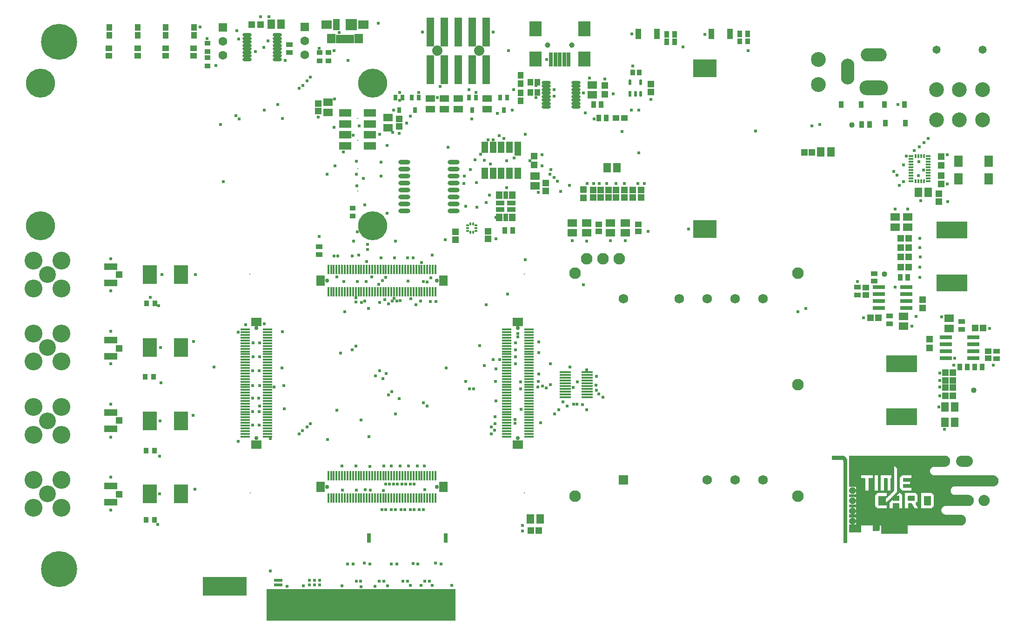
<source format=gts>
%FSTAX23Y23*%
%MOIN*%
%SFA1B1*%

%IPPOS*%
%AMD38*
4,1,8,-0.010500,0.010000,-0.010500,-0.010000,0.000000,-0.020400,0.000000,-0.020400,0.010500,-0.010000,0.010500,0.010000,0.000000,0.020400,0.000000,0.020400,-0.010500,0.010000,0.0*
1,1,0.020960,0.000000,0.010000*
1,1,0.020960,0.000000,-0.010000*
1,1,0.020960,0.000000,-0.010000*
1,1,0.020960,0.000000,0.010000*
%
G04~CAMADD=38~8~0.0~0.0~408.8~209.5~104.8~0.0~15~0.0~0.0~0.0~0.0~0~0.0~0.0~0.0~0.0~0~0.0~0.0~0.0~90.0~210.0~409.0*
%ADD38D38*%
%ADD39R,0.020950X0.040880*%
%ADD71R,0.165350X0.125980*%
%ADD84R,0.314960X0.135830*%
%ADD85R,1.354330X0.230320*%
%ADD86R,0.036000X0.173000*%
%ADD87R,0.036000X0.134000*%
%ADD88R,0.036350X0.047370*%
%ADD89R,0.035560X0.043430*%
%ADD90R,0.094610X0.049340*%
%ADD91R,0.049340X0.047370*%
%ADD92R,0.045400X0.039500*%
%ADD93R,0.065090X0.053280*%
%ADD94R,0.220600X0.122170*%
%ADD95R,0.049340X0.051310*%
%ADD96R,0.037530X0.041470*%
%ADD97R,0.051310X0.049340*%
%ADD98R,0.043430X0.047370*%
%ADD99R,0.045400X0.041470*%
%ADD100R,0.017840X0.069020*%
%ADD101R,0.074930X0.061150*%
%ADD102R,0.061150X0.074930*%
%ADD103R,0.069020X0.017840*%
%ADD104O,0.086740X0.031620*%
%ADD105R,0.072960X0.059180*%
%ADD106R,0.025720X0.062330*%
%ADD107R,0.063910X0.069020*%
%ADD108R,0.078870X0.082800*%
%ADD109R,0.047370X0.082800*%
%ADD110R,0.027690X0.098550*%
%ADD111R,0.086740X0.106420*%
%ADD112R,0.027690X0.043430*%
%ADD113O,0.065090X0.025720*%
%ADD114R,0.085560X0.030440*%
%ADD115R,0.033590X0.049340*%
%ADD116R,0.059180X0.082800*%
%ADD117R,0.047370X0.098550*%
%ADD118R,0.047370X0.078870*%
%ADD119R,0.061150X0.035560*%
%ADD120R,0.035560X0.053280*%
%ADD121R,0.049340X0.053280*%
%ADD122R,0.058000X0.208000*%
%ADD123R,0.065090X0.045400*%
%ADD124R,0.039500X0.074930*%
%ADD125R,0.078870X0.017840*%
%ADD126R,0.017840X0.030640*%
%ADD127R,0.034580X0.017840*%
%ADD128R,0.046580X0.042250*%
%ADD129R,0.104460X0.132020*%
%ADD130R,0.041470X0.047370*%
%ADD131R,0.045400X0.047370*%
%ADD132R,0.017840X0.018830*%
%ADD133R,0.018830X0.017840*%
%ADD134R,0.053280X0.065090*%
%ADD135R,0.047370X0.041470*%
%ADD136R,0.047370X0.036350*%
%ADD137R,0.031620X0.033590*%
%ADD138R,0.090870X0.052090*%
%ADD139R,0.047370X0.045400*%
%ADD140R,0.043430X0.035560*%
%ADD141C,0.008000*%
%ADD142C,0.120000*%
%ADD143C,0.128000*%
%ADD144C,0.029660*%
%ADD145R,0.008000X0.008000*%
%ADD146C,0.039500*%
%ADD147C,0.073980*%
%ADD148C,0.069020*%
%ADD149R,0.069020X0.069020*%
%ADD150C,0.083000*%
%ADD151C,0.106420*%
%ADD152O,0.204850X0.106420*%
%ADD153O,0.185170X0.096580*%
%ADD154O,0.096580X0.185170*%
%ADD155C,0.063000*%
%ADD156R,0.063000X0.063000*%
%ADD157C,0.058000*%
%ADD158C,0.258000*%
%ADD159C,0.024000*%
%ADD160C,0.040000*%
%ADD161C,0.208000*%
%LNtimingcard_pcb-1*%
%LPD*%
G36*
X06792Y01181D02*
X06792Y01181D01*
X06793Y01181*
X06793Y0118*
Y0118*
X06797*
X06797Y0118*
X06798Y0118*
X06798Y0118*
X06799Y0118*
X06799Y0118*
X068*
X068Y0118*
X06801Y0118*
X06801Y0118*
X06802Y01179*
Y01179*
X06802*
X06802Y01179*
X06803Y01179*
X06803Y01179*
X06804Y01179*
X06804Y01179*
X06804Y01179*
X06805Y01178*
X06805Y01178*
X06805*
X06805Y01178*
X06806Y01178*
X06806Y01178*
X06807Y01178*
X06807Y01177*
X06807Y01177*
X06808Y01177*
X06808*
X06808Y01177*
X06809Y01177*
X06809Y01177*
X0681Y01176*
X0681Y01176*
X0681Y01176*
X0681Y01176*
X06811Y01176*
X06811Y01175*
X06811Y01175*
X06812Y01175*
X06812Y01175*
X06813Y01174*
X06813Y01174*
X06813Y01174*
X06813Y01174*
X06814Y01174*
X06814Y01173*
X06814Y01173*
X06815Y01173*
X06815Y01173*
X06815Y01173*
X06816Y01172*
X06816Y01172*
X06816Y01172*
X06817Y01171*
X06817Y01171*
X06817Y01171*
X06817Y01171*
X06817Y01171*
X06818Y01171*
X06818Y0117*
X06818Y0117*
X06818Y0117*
X06819Y0117*
X06819Y01169*
X06819Y01169*
X06819Y01169*
X0682Y01168*
X0682Y01168*
X0682Y01168*
X0682Y01168*
X06821Y01167*
X06821Y01167*
X06821Y01167*
X06822Y01167*
X06822Y01166*
X06822Y01166*
X06822Y01165*
X06823Y01165*
X06823Y01165*
X06823Y01165*
X06823Y01164*
X06824Y01164*
X06824Y01163*
X06824Y01163*
X06824Y01163*
X06824Y01163*
X06825Y01162*
X06825Y01162*
X06825Y01161*
X06825Y01161*
X06825Y01161*
X06825Y01161*
X06826Y0116*
X06826Y0116*
X06826Y0116*
X06826Y01159*
X06827Y01159*
X06827Y01158*
X06827Y01158*
X06827Y01157*
X06827Y01157*
Y01157*
X06827Y01157*
X06828Y01156*
X06828Y01156*
X06828Y01156*
X06828Y01155*
X06828Y01155*
X06828Y01154*
Y01154*
X06828Y01154*
X06829Y01154*
X06829Y01153*
X06829Y01153*
X06829Y01152*
Y01152*
X06829Y01152*
X06829Y01151*
X06829Y0115*
X06829Y0115*
Y0115*
X06829*
X0683Y01149*
X0683Y01149*
X0683Y01148*
X0683Y01148*
Y01147*
Y01147*
Y01146*
Y01146*
Y01145*
Y01145*
Y01144*
X0683Y01144*
X0683Y01144*
X0683Y01143*
X06831Y01143*
X06831Y01142*
Y01142*
Y01141*
Y01141*
Y0114*
X06831Y0114*
X0683Y01139*
X0683Y01139*
X0683Y01138*
X0683Y01138*
Y01138*
Y01138*
Y01137*
Y01136*
Y01136*
Y01135*
X0683Y01135*
X0683Y01134*
X0683Y01134*
X06829Y01133*
X06829*
Y01133*
Y01133*
X06829Y01132*
X06829Y01132*
X06829Y01131*
X06829Y01131*
X06829Y01131*
Y01131*
Y01131*
X06829Y0113*
X06829Y0113*
X06828Y01129*
X06828Y01129*
Y01129*
X06828Y01128*
X06828Y01128*
X06828Y01127*
X06828Y01127*
Y01127*
Y01127*
X06828Y01127*
X06828Y01126*
X06827Y01126*
X06827Y01125*
X06827Y01125*
X06827Y01125*
X06827Y01124*
X06827Y01124*
X06826Y01124*
X06826Y01124*
X06826Y01123*
X06826Y01123*
X06826Y01123*
X06826Y01122*
X06825Y01122*
X06825Y01122*
X06825Y01121*
X06825Y01121*
X06825Y01121*
X06825Y0112*
X06824Y0112*
X06824Y0112*
X06824Y01119*
X06824Y01119*
X06824Y01119*
X06823Y01118*
X06823Y01118*
X06823Y01118*
X06822Y01117*
X06822Y01117*
X06822Y01117*
X06822Y01117*
X06822Y01116*
X06821Y01116*
X06821Y01116*
X06821Y01115*
X0682Y01115*
X0682Y01115*
X0682Y01115*
X0682Y01114*
X0682Y01114*
X06819Y01114*
X06819Y01114*
X06819Y01113*
X06819Y01113*
X06819Y01113*
X06818Y01113*
X06818Y01113*
X06818Y01112*
X06818Y01112*
X06818Y01112*
X06817Y01112*
X06817Y01111*
X06817Y01111*
X06816Y01111*
X06816Y01111*
X06815Y01111*
X06815Y0111*
X06815Y0111*
X06815Y0111*
X06815Y0111*
X06814Y01109*
X06814Y01109*
X06813Y01109*
X06813Y01108*
X06813Y01108*
X06813Y01108*
X06812Y01108*
X06812Y01108*
X06811Y01107*
X06811Y01107*
X06811Y01107*
X0681Y01107*
X0681Y01107*
X0681Y01106*
X06809Y01106*
X06809Y01106*
X06809Y01106*
X06808Y01106*
X06808Y01106*
X06807Y01105*
X06807Y01105*
X06807Y01105*
X06806Y01105*
X06806Y01105*
X06805Y01104*
X06805Y01104*
X06805*
X06805Y01104*
X06804Y01104*
X06804Y01104*
X06803Y01104*
X06803*
X06803Y01104*
X06803Y01104*
X06802Y01103*
X06802Y01103*
X06801Y01103*
X06801*
Y01103*
X06801Y01103*
X068Y01103*
X068Y01103*
X06799Y01103*
X06798*
Y01103*
X06798Y01102*
X06797Y01102*
X06797Y01102*
X06796Y01102*
X06744*
X06743Y01102*
X06743Y01102*
X06742Y01102*
X06742Y01103*
X06742Y01103*
X06741*
X06741Y01103*
X0674Y01103*
X0674Y01103*
X06739Y01103*
X06739Y01103*
X06739*
X06738Y01103*
X06738Y01104*
X06738Y01104*
X06737Y01104*
X06737*
X06737Y01104*
X06736Y01104*
X06736Y01104*
X06736Y01104*
X06736*
X06735Y01104*
X06735Y01105*
X06734Y01105*
X06734Y01105*
X06734Y01105*
X06733Y01105*
X06733Y01105*
X06733*
X06733Y01106*
X06732Y01106*
X06732Y01106*
X06731Y01106*
X06731Y01107*
X06731Y01107*
X0673Y01107*
X0673Y01107*
X0673Y01107*
X06729Y01107*
X06729Y01108*
X06728Y01108*
X06728Y01108*
X06728Y01108*
X06728Y01108*
X06727Y01109*
X06727Y01109*
X06726Y01109*
X06726Y01109*
X06726Y0111*
X06726Y0111*
X06725Y0111*
X06725Y0111*
X06725Y01111*
X06725Y01111*
X06724Y01111*
X06724Y01111*
X06724Y01111*
X06723Y01112*
X06723Y01112*
X06723Y01112*
X06723Y01112*
X06723Y01113*
X06722Y01113*
X06722Y01113*
X06722Y01113*
X06722Y01113*
X06722Y01114*
X06721Y01114*
X06721Y01114*
X06721Y01114*
X0672Y01115*
X0672Y01115*
X0672Y01115*
X0672Y01115*
X0672Y01115*
X0672Y01116*
X06719Y01116*
X06719Y01116*
X06719Y01116*
X06719Y01117*
X06718Y01117*
X06718Y01118*
X06718Y01118*
X06718Y01118*
X06718Y01118*
X06718Y01118*
X06717Y01118*
X06717Y01119*
X06717Y01119*
X06716Y0112*
X06716Y0112*
X06716Y0112*
X06716Y01121*
X06716Y01121*
X06716Y01121*
X06715Y01122*
X06715Y01122*
X06715Y01122*
X06715Y01123*
X06715Y01123*
X06714Y01123*
X06714Y01124*
X06714Y01124*
X06714Y01124*
X06714Y01125*
X06714Y01125*
X06713Y01125*
X06713Y01126*
X06713Y01126*
X06713Y01127*
X06713Y01127*
X06713Y01127*
X06713Y01127*
X06712Y01128*
X06712Y01128*
Y01128*
X06712Y01129*
X06712Y01129*
X06712Y01129*
X06712Y0113*
Y0113*
X06712Y0113*
X06711Y01131*
X06711Y01131*
X06711Y01132*
X06711Y01132*
Y01133*
Y01133*
X06711Y01133*
X06711Y01134*
X06711Y01134*
X06711Y01135*
Y01135*
Y01136*
X06711Y01136*
X0671Y01136*
X0671Y01136*
X0671Y01137*
X0671Y01138*
Y01138*
Y01139*
Y01139*
Y0114*
Y0114*
Y01141*
Y01141*
Y01142*
Y01142*
Y01143*
Y01143*
Y01144*
Y01145*
X0671Y01145*
X0671Y01146*
X0671Y01146*
X06711Y01147*
X06711Y01147*
Y01147*
Y01147*
Y01148*
Y01148*
X06711Y01149*
X06711Y01149*
X06711Y0115*
X06711Y0115*
Y01151*
X06711Y01151*
X06711Y01152*
X06711Y01152*
X06712Y01153*
Y01153*
Y01153*
X06712Y01153*
X06712Y01154*
X06712Y01154*
X06712Y01155*
X06712Y01155*
X06713Y01155*
X06713Y01156*
X06713Y01156*
X06713Y01156*
X06713Y01156*
X06713Y01157*
X06713Y01157*
X06714Y01158*
X06714Y01158*
X06714Y01158*
X06714Y01158*
X06714Y01159*
X06714Y01159*
X06714Y0116*
X06715Y0116*
X06715Y0116*
X06715Y01161*
X06715Y01161*
X06715Y01161*
X06715Y01161*
X06716Y01162*
X06716Y01162*
X06716Y01163*
X06716Y01163*
X06716Y01163*
X06717Y01163*
X06717Y01164*
X06717Y01164*
X06717Y01164*
X06717Y01164*
X06718Y01165*
X06718Y01165*
X06718Y01166*
X06719Y01166*
X06719Y01166*
X06719Y01167*
X06719Y01167*
X0672Y01167*
X0672Y01167*
X0672Y01168*
X0672Y01168*
X06721Y01168*
X06721Y01168*
X06721Y01169*
X06722Y01169*
X06722Y01169*
X06722Y0117*
X06722Y0117*
X06723Y0117*
X06723Y0117*
X06723Y01171*
X06723Y01171*
X06723Y01171*
X06724Y01171*
X06724Y01171*
X06724Y01171*
X06724Y01172*
X06725Y01172*
X06725Y01172*
X06725Y01173*
X06725Y01173*
X06726Y01173*
X06726Y01173*
X06727Y01174*
X06727Y01174*
X06727Y01174*
X06727Y01174*
X06728Y01175*
X06728Y01175*
X06728Y01175*
X06729Y01175*
X06729Y01175*
X06729Y01176*
X0673Y01176*
X0673Y01176*
X0673Y01176*
X06731Y01176*
X06731Y01176*
X06732Y01177*
X06732Y01177*
X06732Y01177*
X06733Y01177*
X06733Y01177*
X06734Y01178*
X06734Y01178*
X06734*
X06734Y01178*
X06735Y01178*
X06735Y01178*
X06735Y01178*
X06736Y01179*
X06736Y01179*
X06737Y01179*
X06737*
X06737Y01179*
X06737Y01179*
X06738Y01179*
X06738Y01179*
X06739Y01179*
X06739*
Y01179*
X0674Y0118*
X0674Y0118*
X06741Y0118*
X06741Y0118*
X06741*
X06741Y0118*
X06742Y0118*
X06742Y0118*
X06743Y0118*
X06743Y0118*
X06747*
Y0118*
X06748Y01181*
X06748Y01181*
X06749Y01181*
X06749Y01181*
X0679*
X06791Y01181*
X06791Y01181*
X06791*
X06792Y01181*
G37*
G36*
X05973Y00955D02*
X05973Y00955D01*
X05974Y00955*
X05974Y00954*
X05975*
X05975Y00954*
X05976Y00954*
X05976Y00954*
X05977Y00954*
X05977Y00954*
X05977Y00954*
X05977Y00954*
X05978Y00954*
X05978Y00953*
X05978Y00953*
X05979Y00953*
X05979Y00953*
X0598Y00953*
X0598Y00953*
X0598Y00952*
X05981Y00952*
X05981Y00952*
X05981Y00952*
X05981Y00951*
X05982Y00951*
X05982Y00951*
X05983Y00951*
X05983Y0095*
X05983Y0095*
X05984Y0095*
X05984Y0095*
X05984Y0095*
X05985Y00949*
X05985Y00949*
X05985Y00949*
X05985Y00948*
X05986Y00948*
X05986Y00948*
X05986Y00948*
X05987Y00947*
X05987Y00947*
X05987Y00947*
X05987Y00946*
X05988Y00946*
X05988Y00946*
X05988Y00945*
X05988Y00945*
X05989Y00945*
X05989Y00944*
X05989Y00944*
X05989Y00944*
X05989Y00944*
X0599Y00943*
X0599Y00943*
X0599Y00942*
X0599Y00942*
X0599Y00942*
X05991Y00941*
X05991Y00941*
X05991Y0094*
Y0094*
X05991Y0094*
X05991Y0094*
X05991Y00939*
X05991Y00939*
Y00938*
X05992Y00938*
X05992Y00938*
X05992Y00937*
X05992Y00937*
X05992Y00936*
Y00936*
X05992Y00936*
X05992Y00936*
X05992Y00935*
X05993Y00935*
X05993Y00934*
Y00934*
Y00933*
Y00933*
Y00932*
Y00932*
Y00931*
Y0093*
Y0093*
Y00929*
Y00929*
Y00928*
Y00928*
Y00927*
X05993Y00927*
X05992Y00926*
X05992Y00926*
X05992Y00925*
X05992*
Y00925*
X05992Y00925*
X05992Y00924*
X05992Y00924*
X05992Y00923*
X05991Y00923*
Y00923*
Y00923*
X05991Y00922*
X05991Y00922*
X05991Y00921*
X05991Y00921*
X05991Y00921*
X0599Y0092*
X0599Y0092*
X0599Y0092*
X0599Y00919*
X0599Y00919*
X0599Y00919*
X05989Y00918*
X05989Y00918*
X05989Y00917*
X05989Y00917*
X05989Y00917*
X05988Y00917*
X05988Y00916*
X05988Y00916*
X05987Y00915*
X05987Y00915*
X05987Y00915*
X05987Y00915*
X05986Y00914*
X05986Y00914*
X05986Y00914*
X05985Y00914*
X05985Y00913*
X05985Y00913*
X05985Y00913*
X05984Y00913*
X05984Y00912*
X05984Y00912*
X05984Y00912*
X05984Y00912*
X05983Y00911*
X05983Y00911*
X05982Y00911*
X05982Y00911*
X05982Y0091*
X05982Y0091*
X05981Y0091*
X05981Y0091*
X0598Y00909*
X0598Y00909*
X0598Y00909*
X05979Y00909*
X05979Y00909*
X05979Y00909*
X05978Y00908*
X05978Y00908*
X05977Y00908*
X05977Y00908*
X05977Y00908*
X05977Y00908*
X05976Y00908*
X05976Y00908*
X05976Y00908*
X05975Y00908*
X05975Y00907*
X05974Y00907*
X05974Y00907*
X05973Y00907*
X05972*
X05972Y00907*
X05971Y00907*
X05971Y00907*
X0597Y00906*
X05966*
X05966Y00907*
X05965Y00907*
X05965Y00907*
X05964Y00907*
X05963*
X05963Y00907*
X05962Y00907*
X05962Y00907*
X05961Y00908*
X05961Y00908*
X05961Y00908*
X05961Y00908*
X0596Y00908*
X0596Y00908*
X05959Y00908*
X05959Y00908*
X05958Y00909*
X05958Y00909*
X05958Y00909*
X05958Y00909*
X05957Y00909*
X05957Y00909*
X05956Y00909*
X05956Y0091*
X05956Y0091*
X05956Y0091*
X05955Y0091*
X05955Y00911*
X05954Y00911*
X05954Y00911*
X05954Y00911*
X05954Y00911*
X05953Y00912*
X05953Y00912*
X05953Y00912*
X05952Y00913*
X05952Y00913*
X05952Y00913*
X05951Y00913*
X05951Y00914*
X05951Y00914*
X05951Y00914*
X0595Y00914*
X0595Y00915*
X0595Y00915*
X0595Y00915*
X05949Y00915*
X05949Y00916*
X05949Y00916*
X05949Y00916*
X05948Y00917*
X05948Y00917*
X05948Y00917*
X05948Y00918*
X05948Y00918*
X05948Y00918*
X05948Y00918*
X05947Y00918*
X05947Y00919*
X05947Y00919*
X05947Y0092*
X05946Y0092*
X05946Y0092*
X05946Y00921*
X05946Y00921*
X05946Y00922*
X05946Y00922*
X05946Y00922*
X05945Y00922*
X05945Y00923*
X05945Y00923*
Y00924*
X05945Y00924*
X05945Y00924*
X05945Y00925*
X05945Y00925*
X05945Y00926*
Y00926*
Y00926*
Y00926*
X05944Y00927*
X05944Y00927*
X05944Y00928*
X05944Y00928*
Y00929*
Y00929*
Y0093*
Y0093*
Y00931*
Y00932*
Y00932*
Y00933*
Y00933*
Y00934*
X05944Y00934*
X05944Y00935*
X05944Y00935*
X05945Y00936*
Y00936*
Y00936*
Y00936*
X05945Y00937*
X05945Y00937*
X05945Y00938*
X05945Y00938*
X05945Y00938*
Y00939*
X05945Y00939*
X05945Y0094*
X05946Y0094*
X05946Y0094*
X05946Y00941*
X05946Y00941*
X05946Y00941*
X05947Y00942*
X05947Y00942*
X05947Y00943*
X05947Y00943*
X05947Y00943*
X05947Y00944*
X05948Y00944*
X05948Y00944*
X05948Y00945*
X05948Y00945*
X05949Y00945*
X05949Y00946*
X05949Y00946*
X05949Y00946*
X05949Y00947*
X0595Y00947*
X0595Y00947*
X0595Y00948*
X05951Y00948*
X05951Y00948*
X05951Y00948*
X05951Y00949*
X05952Y00949*
X05952Y00949*
X05953Y0095*
X05953Y0095*
X05953Y0095*
X05953Y0095*
X05954Y0095*
X05954Y00951*
X05954Y00951*
X05955Y00951*
X05955Y00951*
X05955Y00952*
X05955Y00952*
X05956Y00952*
X05956Y00952*
X05957Y00953*
X05957Y00953*
X05957Y00953*
X05958Y00953*
X05958Y00953*
X05959Y00953*
X05959Y00953*
X05959Y00953*
X05959Y00954*
X0596Y00954*
X0596Y00954*
X0596Y00954*
X05961Y00954*
X05961Y00954*
X05962Y00954*
X05962Y00954*
X05962*
X05963Y00955*
X05963Y00955*
X05964Y00955*
X05964Y00955*
X05972*
X05973Y00955*
G37*
G36*
X05972Y00882D02*
X05973Y00882D01*
X05973Y00882*
X05974Y00882*
X05974*
X05974*
X05975Y00881*
X05975Y00881*
X05976Y00881*
X05976Y00881*
X05976Y00881*
X05976*
X05977Y00881*
X05977Y00881*
X05978Y0088*
X05978Y0088*
X05978Y0088*
X05979Y0088*
X05979Y0088*
X05979Y0088*
X0598Y00879*
X0598Y00879*
X0598Y00879*
X05981Y00879*
X05981Y00879*
X05981Y00878*
X05982Y00878*
X05982Y00878*
X05983Y00878*
X05983Y00877*
X05983Y00877*
X05983Y00877*
X05984Y00877*
X05984Y00877*
X05985Y00876*
X05985Y00876*
X05985Y00876*
X05985Y00875*
X05986Y00875*
X05986Y00875*
X05986Y00875*
X05987Y00874*
X05987Y00874*
X05987Y00874*
X05987Y00873*
X05988Y00873*
X05988Y00873*
X05988Y00872*
X05988Y00872*
X05989Y00872*
X05989Y00871*
X05989Y00871*
X05989Y00871*
X05989Y0087*
X0599Y0087*
X0599Y0087*
X0599Y00869*
X0599Y00869*
X0599Y00868*
X0599Y00868*
X05991Y00868*
X05991Y00867*
X05991Y00867*
X05991Y00867*
X05991Y00866*
X05991Y00866*
Y00865*
X05992Y00865*
X05992Y00865*
X05992Y00864*
X05992Y00864*
X05992Y00863*
Y00863*
X05992*
X05992Y00863*
X05992Y00862*
X05993Y00862*
X05993Y00861*
Y00861*
Y0086*
Y0086*
Y00859*
Y00859*
Y00858*
Y00857*
Y00857*
Y00856*
Y00856*
Y00855*
Y00855*
Y00854*
X05993Y00854*
X05992Y00853*
X05992Y00853*
X05992Y00852*
X05992*
Y00852*
X05992Y00852*
X05992Y00851*
X05992Y00851*
X05992Y0085*
X05991Y0085*
Y0085*
X05991Y00849*
X05991Y00849*
X05991Y00848*
X05991Y00848*
X05991Y00848*
X0599Y00847*
X0599Y00847*
X0599Y00847*
X0599Y00847*
X0599Y00846*
X0599Y00846*
X0599Y00846*
X05989Y00845*
X05989Y00845*
X05989Y00845*
X05989Y00844*
X05989Y00844*
X05988Y00843*
X05988Y00843*
X05988Y00843*
X05988Y00843*
X05987Y00842*
X05987Y00842*
X05987Y00842*
X05987Y00841*
X05986Y00841*
X05986Y00841*
X05986Y0084*
X05985Y0084*
X05985Y0084*
X05985Y00839*
X05984Y00839*
X05984Y00839*
X05984Y00839*
X05984Y00839*
X05983Y00838*
X05983Y00838*
X05983Y00838*
X05982Y00838*
X05982Y00837*
X05981Y00837*
X05981Y00837*
X05981Y00837*
X0598Y00836*
X0598Y00836*
X0598Y00836*
X05979Y00836*
X05979Y00836*
X05979Y00836*
X05978Y00835*
X05978Y00835*
X05978Y00835*
X05977Y00835*
X05977Y00835*
X05976Y00835*
X05976*
X05976Y00835*
X05976Y00834*
X05975Y00834*
X05975Y00834*
X05974Y00834*
X05973*
Y00834*
X05973Y00834*
X05972Y00834*
X05972Y00834*
X05971Y00833*
X05965*
X05965Y00834*
X05964Y00834*
X05964Y00834*
X05963Y00834*
Y00834*
X05963*
X05962Y00834*
X05962Y00834*
X05961Y00834*
X05961Y00835*
X05961Y00835*
X05961*
X0596Y00835*
X05959Y00835*
X05959Y00835*
X05959Y00835*
X05958Y00835*
X05958Y00836*
X05958Y00836*
X05957Y00836*
X05957Y00836*
X05957Y00836*
X05956Y00836*
X05956Y00837*
X05955Y00837*
X05955Y00837*
X05955Y00838*
X05955Y00838*
X05954Y00838*
X05954Y00838*
X05953Y00838*
X05953Y00839*
X05953Y00839*
X05953Y00839*
X05952Y0084*
X05952Y0084*
X05952Y0084*
X05951Y0084*
X05951Y00841*
X05951Y00841*
X05951Y00841*
X0595Y00841*
X0595Y00842*
X0595Y00842*
X0595Y00842*
X05949Y00843*
X05949Y00843*
X05949Y00843*
X05948Y00844*
X05948Y00844*
X05948Y00844*
X05948Y00844*
X05948Y00845*
X05947Y00845*
X05947Y00846*
X05947Y00846*
X05947Y00846*
X05947Y00847*
X05946Y00847*
X05946Y00847*
X05946Y00847*
X05946Y00848*
X05946Y00848*
X05946Y00849*
X05946Y00849*
X05946Y00849*
X05945Y00849*
X05945Y0085*
X05945Y0085*
Y00851*
X05945Y00851*
X05945Y00851*
X05945Y00852*
X05945Y00852*
X05945Y00853*
Y00853*
X05944Y00853*
X05944Y00854*
X05944Y00854*
X05944Y00855*
Y00855*
Y00856*
Y00856*
Y00857*
Y00857*
Y00858*
Y00859*
Y00859*
Y0086*
Y0086*
Y00861*
X05944Y00861*
X05944Y00862*
X05944Y00862*
X05945Y00863*
Y00863*
X05945Y00863*
X05945Y00864*
X05945Y00864*
X05945Y00865*
Y00865*
Y00865*
X05945Y00866*
X05945Y00866*
X05945Y00867*
X05946Y00867*
X05946Y00867*
X05946Y00867*
X05946Y00868*
X05946Y00868*
X05946Y00868*
X05947Y00869*
X05947Y00869*
X05947Y0087*
X05947Y0087*
X05947Y0087*
X05948Y00871*
X05948Y00871*
X05948Y00871*
X05948Y00871*
X05948Y00872*
X05949Y00872*
X05949Y00873*
X05949Y00873*
X05949Y00873*
X0595Y00873*
X0595Y00873*
X0595Y00874*
X0595Y00874*
X0595Y00874*
X05951Y00874*
X05951Y00875*
X05951Y00875*
X05951Y00875*
X05952Y00875*
X05952Y00876*
X05952Y00876*
X05953Y00876*
X05953Y00877*
X05953Y00877*
X05953Y00877*
X05954Y00877*
X05954Y00878*
X05955Y00878*
X05955Y00878*
X05955Y00878*
X05955Y00879*
X05956Y00879*
X05956Y00879*
X05957Y00879*
X05957Y00879*
X05957Y0088*
X05958Y0088*
X05958Y0088*
X05958Y0088*
X05959Y0088*
X05959Y0088*
X05959Y00881*
X0596Y00881*
X05961Y00881*
X05961*
X05961Y00881*
X05961Y00881*
X05962Y00881*
X05962Y00881*
X05963Y00882*
X05963*
X05964Y00882*
X05964Y00882*
X05965Y00882*
X05965Y00882*
X05972*
X05972Y00882*
G37*
G36*
X06916Y00899D02*
X06917Y00899D01*
X06917Y00898*
X06918Y00898*
X06918*
X06919*
X0692Y00898*
X0692Y00898*
X06921Y00898*
X06921Y00898*
X06921*
X06922Y00898*
X06922Y00898*
X06923Y00897*
X06923Y00897*
X06923Y00897*
X06923Y00897*
X06924Y00897*
X06924Y00897*
X06925Y00897*
X06925Y00897*
X06925Y00897*
X06925Y00897*
X06926Y00896*
X06926Y00896*
X06927Y00896*
X06927Y00896*
X06927Y00896*
X06928Y00896*
X06928Y00896*
X06928Y00895*
X06929Y00895*
X06929Y00895*
X06929Y00895*
X0693Y00895*
X0693Y00894*
X06931Y00894*
X06931Y00894*
X06931Y00894*
X06931Y00894*
X06932Y00893*
X06932Y00893*
X06932Y00893*
X06933Y00893*
X06933Y00893*
X06934Y00892*
X06934Y00892*
X06934Y00892*
X06935Y00892*
X06935Y00891*
X06935Y00891*
X06936Y00891*
X06936Y00891*
X06936Y0089*
X06936Y0089*
X06937Y0089*
X06937Y0089*
X06937Y0089*
X06938Y00889*
X06938Y00889*
X06938Y00889*
X06939Y00888*
X06939Y00888*
X06939Y00888*
X06939Y00888*
X0694Y00887*
X0694Y00887*
X0694Y00887*
X0694Y00887*
X06941Y00886*
X06941Y00886*
X06941Y00886*
X06942Y00885*
X06942Y00885*
X06942Y00885*
X06942Y00884*
X06943Y00884*
X06943Y00884*
X06943Y00884*
X06943Y00883*
X06943Y00883*
X06944Y00883*
X06944Y00882*
X06944Y00882*
X06944Y00882*
X06945Y00881*
X06945Y00881*
X06945Y00881*
X06945Y0088*
X06946Y0088*
X06946Y0088*
X06946Y00879*
X06946Y00879*
X06946Y00879*
X06947Y00878*
X06947Y00878*
X06947Y00877*
X06947Y00877*
X06947Y00877*
X06948Y00876*
X06948Y00876*
X06948Y00875*
X06948Y00875*
X06948Y00875*
X06948Y00875*
X06948Y00874*
X06948Y00874*
X06948Y00874*
X06949Y00874*
X06949Y00873*
X06949Y00873*
Y00873*
X06949Y00872*
X06949Y00872*
X06949Y00872*
X06949Y00871*
Y00871*
X0695Y00871*
X0695Y0087*
X0695Y0087*
X0695Y00869*
X0695Y00869*
Y00869*
Y00869*
X0695Y00868*
X0695Y00868*
X06951Y00867*
X06951Y00867*
Y00866*
Y00866*
Y00865*
X06951Y00865*
X06951Y00865*
X06951Y00864*
X06951Y00864*
X06951Y00863*
Y00863*
Y00862*
Y00862*
Y00861*
Y00861*
Y0086*
Y0086*
Y00859*
Y00859*
Y00858*
Y00857*
Y00857*
Y00856*
Y00856*
Y00855*
X06951Y00855*
X06951Y00854*
X06951Y00854*
X06951Y00853*
X06951*
Y00853*
Y00853*
Y00852*
X06951Y00852*
X0695Y00851*
X0695Y00851*
X0695Y0085*
Y0085*
Y0085*
X0695Y00849*
X0695Y00849*
X0695Y00848*
X0695Y00848*
X06949Y00848*
Y00848*
X06949Y00847*
X06949Y00847*
X06949Y00846*
X06949Y00846*
Y00846*
X06949Y00846*
X06949Y00845*
X06948Y00845*
X06948Y00844*
X06948Y00844*
X06948Y00844*
X06948Y00843*
X06948Y00843*
X06947Y00843*
X06947Y00842*
X06947Y00842*
X06947Y00841*
X06947Y00841*
X06946Y00841*
X06946Y0084*
X06946Y0084*
X06946Y0084*
X06946Y00839*
X06945Y00839*
X06945Y00838*
X06945Y00838*
X06945Y00838*
X06945Y00838*
X06944Y00837*
X06944Y00837*
X06944Y00837*
X06944Y00836*
X06944Y00836*
X06943Y00836*
X06943Y00835*
X06943Y00835*
X06942Y00835*
X06942Y00834*
X06942Y00834*
X06942Y00834*
X06942Y00834*
X06941Y00834*
X06941Y00834*
X06941Y00833*
X06941Y00833*
X0694Y00833*
X0694Y00832*
X0694Y00832*
X0694Y00832*
X06939Y00832*
X06939Y00831*
X06939Y00831*
X06939Y00831*
X06938Y00831*
X06938Y0083*
X06938Y0083*
X06938Y0083*
X06938Y0083*
X06937Y0083*
X06937Y00829*
X06937Y00829*
X06937Y00829*
X06936Y00829*
X06936Y00828*
X06936Y00828*
X06935Y00828*
X06935Y00828*
X06935Y00828*
X06935Y00827*
X06934Y00827*
X06934Y00827*
X06933Y00826*
X06933Y00826*
X06933Y00826*
X06932Y00826*
X06932Y00826*
X06932Y00826*
X06932Y00825*
X06931Y00825*
X06931Y00825*
X0693Y00825*
X0693Y00824*
X0693Y00824*
X06929Y00824*
X06929Y00824*
X06929Y00824*
X06928Y00824*
X06928Y00823*
X06927Y00823*
X06927Y00823*
X06927Y00823*
X06926Y00823*
X06926Y00823*
X06926Y00823*
X06925Y00822*
X06925Y00822*
X06924Y00822*
X06924Y00822*
X06924Y00822*
X06924Y00822*
X06923Y00822*
X06923Y00822*
X06922Y00822*
X06922*
X06922Y00821*
X06921Y00821*
X06921Y00821*
X0692Y00821*
X06919*
X06919*
X06919Y00821*
X06918Y00821*
X06918Y00821*
X06917Y00821*
X06916*
X06916*
X06916Y0082*
X06915Y0082*
X06915Y0082*
X06914Y0082*
X06914*
X06913Y0082*
X06913Y0082*
X06913*
X06912Y0082*
X06912Y0082*
X06908*
X06908Y0082*
X06907Y0082*
X06907Y0082*
X06906Y00821*
X06904*
X06904Y00821*
X06903Y00821*
X06903Y00821*
X06902Y00821*
X06902*
X06902*
X06901Y00821*
X06901Y00821*
X069Y00821*
X069Y00822*
X069Y00822*
X069Y00822*
X06899Y00822*
X06899Y00822*
X06898Y00822*
X06898Y00822*
X06898Y00822*
X06897Y00822*
X06897Y00822*
X06896Y00823*
X06896Y00823*
X06896Y00823*
X06896Y00823*
X06895Y00823*
X06895Y00823*
X06895Y00823*
X06894Y00824*
X06894Y00824*
X06893Y00824*
X06893Y00824*
X06893Y00824*
X06892Y00824*
X06892Y00825*
X06892Y00825*
X06891Y00825*
X06891Y00825*
X06891Y00825*
X0689Y00826*
X0689Y00826*
X0689Y00826*
X06889Y00826*
X06889Y00826*
X06888Y00827*
X06888Y00827*
X06888Y00827*
X06888Y00827*
X06887Y00828*
X06887Y00828*
X06886Y00828*
X06886Y00828*
X06886Y00829*
X06886Y00829*
X06886Y00829*
X06885Y00829*
X06885Y00829*
X06885Y00829*
X06885Y0083*
X06884Y0083*
X06884Y0083*
X06883Y00831*
X06883Y00831*
X06883Y00831*
X06883Y00831*
X06882Y00832*
X06882Y00832*
X06882Y00832*
X06882Y00832*
X06882Y00832*
X06881Y00833*
X06881Y00833*
X06881Y00833*
X0688Y00834*
X0688Y00834*
X0688Y00835*
X0688Y00835*
X0688Y00835*
X0688Y00835*
X06879Y00835*
X06879Y00835*
X06879Y00835*
X06879Y00836*
X06879Y00836*
X06878Y00837*
X06878Y00837*
X06878Y00837*
X06878Y00837*
X06877Y00838*
X06877Y00838*
X06877Y00839*
X06877Y00839*
X06877Y00839*
X06876Y0084*
X06876Y0084*
X06876Y0084*
X06876Y0084*
X06876Y0084*
X06876Y00841*
X06875Y00841*
X06875Y00841*
X06875Y00842*
X06875Y00842*
X06875Y00842*
X06875Y00843*
X06874Y00843*
X06874Y00844*
X06874Y00844*
X06874Y00845*
X06874Y00845*
X06874Y00845*
X06874Y00845*
X06874Y00845*
X06873Y00846*
X06873Y00846*
X06873Y00847*
X06873Y00847*
X06873Y00847*
X06873Y00847*
X06873Y00848*
X06872Y00848*
X06872Y00849*
X06872Y00849*
Y0085*
Y0085*
X06872Y0085*
X06872Y00851*
X06872Y00851*
X06872Y00852*
Y00852*
Y00852*
X06872Y00853*
X06871Y00853*
X06871Y00854*
X06871Y00854*
Y00855*
Y00855*
Y00856*
Y00856*
Y00857*
Y00857*
Y00858*
Y00859*
Y00859*
Y0086*
Y0086*
Y00861*
Y00861*
Y00862*
Y00862*
Y00863*
Y00863*
Y00864*
Y00865*
X06871Y00865*
X06871Y00866*
X06872Y00866*
X06872Y00867*
Y00867*
Y00867*
Y00867*
X06872Y00868*
X06872Y00868*
X06872Y00869*
X06872Y00869*
Y00869*
Y00869*
X06872Y0087*
X06872Y0087*
X06873Y00871*
X06873Y00871*
X06873Y00871*
X06873Y00872*
X06873Y00872*
X06873Y00873*
X06873Y00873*
X06873Y00873*
X06873Y00873*
X06874Y00874*
X06874Y00874*
X06874Y00875*
X06874Y00875*
X06874Y00875*
X06874Y00876*
X06875Y00876*
X06875Y00876*
X06875Y00877*
X06875Y00877*
X06875Y00877*
X06875Y00877*
X06876Y00878*
X06876Y00878*
X06876Y00878*
X06876Y00879*
X06876Y00879*
X06876Y0088*
X06877Y0088*
X06877Y0088*
X06877Y00881*
X06877Y00881*
X06877Y00881*
X06878Y00882*
X06878Y00882*
X06878Y00882*
X06879Y00883*
X06879Y00883*
X06879Y00883*
X06879Y00883*
X06879Y00884*
X0688Y00884*
X0688Y00885*
X0688Y00885*
X0688Y00885*
X06881Y00885*
X06881Y00886*
X06881Y00886*
X06882Y00886*
X06882Y00887*
X06882Y00887*
X06882Y00887*
X06883Y00887*
X06883Y00888*
X06883Y00888*
X06883Y00888*
X06884Y00888*
X06884Y00889*
X06884Y00889*
X06885Y00889*
X06885Y0089*
X06885Y0089*
X06885Y0089*
X06886Y0089*
X06886Y00891*
X06887Y00891*
X06887Y00891*
X06887Y00891*
X06887Y00891*
X06888Y00892*
X06888Y00892*
X06888Y00892*
X06889Y00892*
X06889Y00893*
X06889Y00893*
X0689Y00893*
X0689Y00893*
X0689Y00893*
X06891Y00894*
X06891Y00894*
X06892Y00894*
X06892Y00894*
X06892Y00894*
X06893Y00895*
X06893Y00895*
X06893Y00895*
X06894Y00895*
X06894Y00895*
X06894Y00896*
X06895Y00896*
X06895Y00896*
X06896Y00896*
X06896Y00896*
X06896Y00896*
X06896Y00896*
X06897Y00897*
X06897Y00897*
X06897Y00897*
X06898Y00897*
X06898Y00897*
X06899Y00897*
X06899Y00897*
X06899Y00897*
X06899Y00897*
X069Y00897*
X069Y00898*
X06901Y00898*
X06901Y00898*
X06901*
X06901*
X06902Y00898*
X06902Y00898*
X06903Y00898*
X06903Y00898*
X06904*
X06904Y00898*
X06905Y00899*
X06906Y00899*
X06906Y00899*
X06916*
X06916Y00899*
G37*
G36*
X06629Y01181D02*
X0663Y01181D01*
X0663Y01181*
X06631Y0118*
X06631Y0118*
X06635*
X06635Y0118*
X06636Y0118*
X06636Y0118*
X06637Y0118*
X06637Y0118*
X06637*
X06637Y0118*
X06638Y0118*
X06638Y0118*
X06639Y01179*
X06639Y01179*
X06639*
X06639Y01179*
X0664Y01179*
X0664Y01179*
X06641Y01179*
X06641Y01179*
X06641*
X06642Y01179*
X06642Y01179*
X06643Y01178*
X06643Y01178*
X06643*
X06643Y01178*
X06644Y01178*
X06644Y01178*
X06645Y01178*
X06645Y01177*
X06645Y01177*
X06646Y01177*
X06646Y01177*
X06646Y01177*
X06647Y01176*
X06647Y01176*
X06647Y01176*
X06648Y01176*
X06648Y01176*
X06649Y01176*
X06649Y01175*
X06649Y01175*
X0665Y01175*
X0665Y01175*
X0665Y01174*
X06651Y01174*
X06651Y01174*
X06651Y01174*
X06652Y01174*
X06652Y01173*
X06652Y01173*
X06653Y01173*
X06653Y01173*
X06653Y01173*
X06653Y01172*
X06654Y01172*
X06654Y01172*
X06654Y01171*
X06655Y01171*
X06655Y01171*
X06655Y01171*
X06656Y0117*
X06656Y0117*
X06656Y0117*
X06656Y0117*
X06657Y01169*
X06657Y01169*
X06657Y01169*
X06657Y01168*
X06658Y01168*
X06658Y01168*
X06658Y01168*
X06659Y01167*
X06659Y01167*
X06659Y01167*
X06659Y01167*
X0666Y01166*
X0666Y01166*
X0666Y01165*
X06661Y01165*
X06661Y01165*
X06661Y01165*
X06661Y01164*
X06661Y01164*
X06662Y01164*
X06662Y01163*
X06662Y01163*
X06662Y01163*
X06662Y01162*
X06663Y01162*
X06663Y01162*
X06663Y01161*
X06663Y01161*
X06664Y01161*
X06664Y0116*
X06664Y0116*
X06664Y0116*
X06664Y01159*
X06664Y01159*
X06664Y01159*
X06665Y01158*
X06665Y01158*
X06665Y01158*
X06665Y01158*
X06665Y01157*
X06665Y01157*
X06666Y01156*
X06666Y01156*
X06666Y01156*
X06666Y01156*
X06666Y01155*
X06666Y01155*
X06666Y01154*
X06666Y01154*
X06666Y01154*
X06666Y01154*
X06667Y01153*
X06667Y01153*
X06667Y01153*
X06667Y01153*
X06667Y01152*
X06667Y01152*
X06667Y01151*
X06667Y01151*
Y0115*
X06668Y0115*
X06668Y01149*
X06668Y01149*
X06668Y01148*
Y01148*
Y01147*
Y01147*
Y01147*
X06668Y01147*
X06668Y01146*
X06668Y01146*
X06668Y01145*
Y01145*
Y01144*
Y01143*
Y01143*
Y01142*
Y01142*
Y01141*
Y01141*
Y0114*
Y0114*
Y01139*
X06668Y01139*
X06668Y01139*
Y01138*
X06668Y01138*
X06668Y01137*
X06668Y01137*
X06668Y01136*
Y01136*
Y01136*
Y01135*
Y01135*
Y01134*
X06668Y01134*
X06668Y01133*
X06668Y01133*
X06667Y01132*
Y01132*
X06667Y01132*
X06667Y01131*
X06667Y01131*
X06667Y0113*
X06667Y0113*
X06667Y0113*
X06667Y01129*
X06666Y01129*
X06666Y01129*
X06666Y01128*
X06666Y01128*
X06666Y01128*
X06666Y01127*
X06666Y01127*
X06666Y01127*
X06666Y01127*
X06666Y01126*
X06665Y01126*
X06665Y01125*
X06665Y01125*
X06665Y01125*
X06665Y01124*
X06664Y01124*
X06664Y01124*
X06664Y01123*
X06664Y01123*
X06664Y01122*
X06664Y01122*
X06663Y01122*
X06663Y01121*
X06663Y01121*
X06663Y01121*
X06662Y0112*
X06662Y0112*
X06662Y0112*
X06662Y01119*
X06662Y01119*
X06661Y01119*
X06661Y01118*
X06661Y01118*
X0666Y01118*
X0666Y01117*
X0666Y01117*
X0666Y01117*
X0666Y01117*
X06659Y01116*
X06659Y01116*
X06659Y01116*
X06659Y01115*
X06658Y01115*
X06658Y01115*
X06658Y01115*
X06658Y01114*
X06658Y01114*
X06657Y01114*
X06657Y01114*
X06657Y01114*
X06657Y01113*
X06656Y01113*
X06656Y01113*
X06656Y01113*
X06656Y01112*
X06656Y01112*
X06655Y01112*
X06655Y01112*
X06655Y01112*
X06655Y01111*
X06654Y01111*
X06654Y01111*
X06653Y01111*
X06653Y01111*
Y01111*
X06653Y0111*
X06653Y0111*
X06653Y0111*
X06652Y01109*
X06652Y01109*
X06651Y01109*
X06651Y01109*
X06651Y01109*
X06651Y01109*
X06651Y01108*
X0665Y01108*
X0665Y01108*
X06649Y01108*
X06649Y01108*
X06649Y01107*
X06649Y01107*
X06648Y01107*
X06648Y01107*
X06647Y01106*
X06647Y01106*
X06647Y01106*
X06647Y01106*
X06647Y01106*
X06646Y01106*
X06646Y01106*
X06646Y01106*
X06645Y01105*
X06645Y01105*
X06644Y01105*
X06644Y01105*
X06644*
X06644Y01105*
X06643Y01105*
X06643Y01105*
X06643Y01104*
X06643Y01104*
X06642Y01104*
X06642Y01104*
X06641Y01104*
X06641Y01104*
X0664*
X0664Y01104*
X0664Y01104*
X06639Y01103*
X06639Y01103*
X06639*
X06639Y01103*
X06638Y01103*
X06638Y01103*
X06637Y01103*
X06637Y01103*
X06636*
Y01103*
X06635Y01102*
X06635Y01102*
X06634Y01102*
X06634Y01102*
X06554*
X06554Y01102*
X06553Y01102*
X06553Y01102*
X06552Y01102*
X06552Y01102*
X0655*
X0655Y01102*
X06549Y01101*
X06549Y01101*
X06548Y01101*
X06548Y01101*
X06547*
Y01101*
X06547Y01101*
X06546Y01101*
X06546Y01101*
X06545Y01101*
X06545*
X06545*
X06545Y011*
X06545Y011*
X06544Y011*
X06544Y011*
X06544Y011*
X06543Y011*
X06543Y011*
X06543Y01099*
X06543Y01099*
X06542Y01099*
X06542Y01099*
X06541Y01099*
X06541Y01099*
X06541Y01099*
X0654Y01098*
X0654Y01098*
X0654Y01098*
X06539Y01098*
X06539Y01098*
X06539Y01098*
X06539Y01097*
X06538Y01097*
X06538Y01097*
X06537Y01097*
X06537Y01096*
X06537Y01096*
X06536Y01096*
X06536Y01096*
X06536Y01096*
X06536Y01096*
X06536Y01096*
X06535Y01095*
X06535Y01095*
X06535Y01095*
X06535Y01095*
X06534Y01094*
X06534Y01094*
X06533Y01094*
X06533Y01094*
X06533Y01094*
X06533Y01093*
X06533Y01093*
X06532Y01093*
X06532Y01093*
X06532Y01092*
X06532Y01092*
X06531Y01092*
X06531Y01092*
X06531Y01091*
X06531Y01091*
X06531Y01091*
X06531Y01091*
X0653Y0109*
X0653Y0109*
X0653Y0109*
X06529Y01089*
X06529Y01089*
X06529Y01089*
X06529Y01089*
X06529Y01088*
X06529Y01088*
X06528Y01088*
X06528Y01088*
X06528Y01087*
X06528Y01087*
X06528Y01086*
X06527Y01086*
X06527Y01086*
X06527Y01086*
X06527Y01086*
X06527Y01085*
X06527Y01085*
X06526Y01085*
X06526Y01084*
X06526Y01084*
X06526Y01084*
X06526Y01084*
X06526Y01083*
X06526Y01083*
X06526Y01083*
X06526Y01082*
X06525Y01082*
X06525Y01081*
X06525Y01081*
X06525Y01081*
X06525Y0108*
X06525Y0108*
Y0108*
X06524Y0108*
X06524Y01079*
X06524Y01079*
X06524*
Y01079*
X06524Y01078*
X06524Y01078*
X06524Y01077*
X06523Y01077*
Y01077*
Y01076*
Y01076*
Y01075*
X06523Y01075*
X06523Y01074*
X06523Y01074*
X06523Y01073*
Y01073*
Y01073*
Y01073*
Y01072*
Y01072*
Y01071*
Y0107*
Y0107*
Y01069*
Y01069*
Y01069*
Y01069*
X06523Y01068*
X06523Y01068*
X06523Y01067*
X06523Y01067*
Y01066*
Y01066*
Y01065*
X06524Y01065*
X06524Y01065*
X06524Y01064*
X06524Y01063*
Y01063*
X06524*
X06524Y01063*
X06524Y01062*
X06525Y01062*
Y01062*
X06525Y01062*
X06525Y01061*
X06525Y01061*
X06525Y0106*
X06525Y0106*
X06525Y0106*
X06525Y0106*
X06525Y01059*
X06526Y01059*
X06526Y01059*
X06526Y01058*
X06526Y01058*
X06526Y01058*
X06526Y01057*
X06527Y01057*
X06527Y01057*
X06527Y01057*
X06527Y01056*
X06527Y01056*
X06527Y01056*
X06527Y01056*
X06528Y01055*
X06528Y01055*
X06528Y01055*
X06528Y01055*
X06528Y01054*
X06529Y01054*
X06529Y01053*
X06529Y01053*
X06529Y01053*
X06529Y01052*
X0653Y01052*
X0653Y01052*
X0653Y01052*
X0653Y01051*
X0653Y01051*
X06531Y01051*
X06531Y01051*
X06531Y0105*
X06532Y0105*
X06532Y0105*
X06532Y0105*
X06532Y01049*
X06532Y01049*
X06533Y01049*
X06533Y01049*
X06533Y01048*
X06533Y01048*
X06534Y01048*
X06534Y01048*
X06534Y01047*
X06534Y01047*
X06534Y01047*
X06535Y01047*
X06535Y01047*
X06535Y01047*
X06536Y01046*
X06536Y01046*
X06536Y01046*
X06537Y01046*
X06537Y01046*
X06537Y01045*
X06538Y01045*
X06538Y01045*
X06538Y01045*
X06538Y01044*
X06539Y01044*
X06539Y01044*
X06539Y01044*
X0654Y01044*
X0654Y01043*
X0654Y01043*
X06541Y01043*
X06541Y01043*
X06542Y01043*
X06542Y01043*
X06542Y01042*
X06543Y01042*
X06543Y01042*
X06543Y01042*
X06543Y01042*
X06544Y01042*
X06544Y01042*
X06545Y01042*
X06545Y01042*
X06545Y01041*
X06545Y01041*
X06546Y01041*
X06546Y01041*
Y01041*
X06547*
X06547Y01041*
X06548Y01041*
X06548Y01041*
X06549Y0104*
Y0104*
X06549*
X0655Y0104*
X0655Y0104*
X06551Y0104*
X06551Y0104*
X06551Y0104*
X06977*
X06977Y0104*
X06977Y0104*
X06978*
X06978Y0104*
X06979Y0104*
X06979Y0104*
X0698Y01039*
X0698Y01039*
X06982*
X06982Y01039*
X06983Y01039*
X06983Y01039*
X06984Y01039*
X06984*
X06984Y01039*
X06985Y01039*
X06985Y01039*
X06986Y01038*
X06986Y01038*
X06986*
X06987Y01038*
X06987Y01038*
X06988Y01038*
X06988Y01038*
X06988*
X06988Y01038*
X06989Y01037*
X06989Y01037*
X06989Y01037*
X06989*
X0699Y01037*
X0699Y01037*
X06991Y01037*
X06991Y01036*
X06991Y01036*
X06992Y01036*
X06992Y01036*
X06992Y01036*
X06993Y01036*
X06993Y01035*
X06993Y01035*
X06994Y01035*
X06994Y01035*
X06994Y01035*
X06995Y01035*
X06995Y01035*
X06996Y01034*
X06996Y01034*
X06996Y01034*
X06996Y01034*
X06997Y01033*
X06997Y01033*
X06998Y01033*
X06998Y01033*
X06998Y01033*
X06998Y01032*
X06999Y01032*
X06999Y01032*
X06999Y01031*
X07Y01031*
X07Y01031*
X07Y01031*
X07Y01031*
X07Y0103*
X07001Y0103*
X07001Y0103*
X07001Y0103*
X07002Y0103*
X07002Y01029*
X07002Y01029*
X07003Y01029*
X07003Y01029*
X07003Y01028*
X07003Y01028*
X07003Y01028*
X07004Y01028*
X07004Y01027*
X07004Y01027*
X07004Y01027*
X07004Y01027*
X07004Y01027*
X07005Y01027*
X07005Y01026*
X07005Y01026*
X07005Y01026*
X07005Y01025*
X07006Y01025*
X07006Y01025*
X07006Y01025*
X07006Y01025*
X07006Y01024*
X07007Y01024*
X07007Y01024*
X07007Y01023*
X07008Y01023*
X07008Y01023*
X07008Y01023*
X07008Y01022*
X07008Y01022*
X07009Y01021*
X07009Y01021*
X07009Y01021*
X07009Y0102*
X0701Y0102*
X0701Y0102*
X0701Y01019*
X0701Y01019*
X0701Y01019*
X0701Y01019*
X0701Y01018*
X0701Y01018*
X07011Y01018*
X07011Y01017*
X07011Y01017*
X07011Y01017*
X07011Y01017*
X07011Y01016*
X07012Y01016*
X07012Y01015*
Y01015*
X07012Y01015*
X07012Y01015*
X07012Y01014*
X07012Y01014*
X07012Y01014*
X07012Y01014*
X07013Y01013*
X07013Y01013*
X07013Y01013*
X07013Y01012*
X07013Y01012*
X07013Y01012*
X07013Y01011*
X07013Y0101*
Y0101*
X07013*
X07014Y0101*
X07014Y01009*
X07014Y01009*
X07014Y01008*
Y01008*
Y01008*
X07014Y01008*
X07014Y01007*
X07014Y01007*
X07014Y01006*
X07014Y01006*
Y01005*
Y01005*
Y01004*
Y01003*
Y01003*
Y01002*
Y01002*
Y01001*
Y01001*
Y01*
Y01*
Y00999*
Y00999*
Y00998*
Y00998*
Y00997*
Y00996*
Y00996*
Y00995*
X07014Y00995*
X07014Y00994*
X07014Y00994*
X07014Y00993*
X07014*
Y00993*
Y00993*
X07014Y00992*
X07014Y00992*
X07014Y00991*
X07013Y00991*
X07013*
Y0099*
X07013Y0099*
X07013Y00989*
X07013Y00989*
X07013Y00988*
X07013Y00988*
X07013Y00988*
X07013Y00988*
X07012Y00987*
X07012Y00987*
X07012Y00987*
Y00987*
X07012Y00986*
X07012Y00986*
X07012Y00985*
X07011Y00985*
X07011Y00985*
X07011Y00985*
X07011Y00984*
X07011Y00984*
X07011Y00984*
X07011Y00983*
X0701Y00983*
X0701Y00983*
X0701Y00982*
X0701Y00982*
X0701Y00982*
X0701Y00981*
X0701Y00981*
X07009Y00981*
X07009Y0098*
X07009Y0098*
X07009Y00979*
X07008Y00979*
X07008Y00979*
X07008Y00979*
X07008Y00979*
X07008Y00978*
X07008Y00978*
X07007Y00977*
X07007Y00977*
X07007Y00977*
X07006Y00977*
X07006Y00976*
X07006Y00976*
Y00976*
X07006Y00976*
X07006Y00976*
X07005Y00975*
X07005Y00975*
X07005Y00974*
X07005Y00974*
X07005Y00974*
X07004Y00974*
X07004Y00974*
X07004Y00973*
X07003Y00973*
X07003Y00973*
X07003Y00973*
X07003Y00972*
X07003Y00972*
X07002Y00972*
X07002Y00972*
X07002Y00971*
X07002Y00971*
X07001Y00971*
X07001Y00971*
X07001Y0097*
X07Y0097*
X07Y0097*
X06999Y00969*
X06999Y00969*
X06999Y00969*
X06999Y00969*
X06999Y00969*
X06999Y00969*
X06998Y00968*
X06998Y00968*
X06997Y00968*
X06997Y00968*
X06997Y00968*
X06997Y00967*
X06996Y00967*
X06996Y00967*
X06995Y00967*
X06995Y00967*
X06995Y00966*
X06995Y00966*
X06994Y00966*
X06994Y00966*
X06994Y00966*
X06993Y00965*
X06993Y00965*
X06992Y00965*
X06992Y00965*
X06992*
X06992Y00965*
X06991Y00965*
X06991Y00965*
X06991Y00964*
X0699Y00964*
X0699Y00964*
X0699Y00964*
X0699Y00964*
X06989Y00964*
X06989Y00963*
X06988Y00963*
X06988*
X06988Y00963*
X06988Y00963*
X06987Y00963*
X06987Y00963*
X06986Y00963*
X06986Y00963*
X06986Y00962*
X06985Y00962*
X06985Y00962*
X06984Y00962*
X06984*
X06984Y00962*
X06983Y00962*
X06983Y00962*
X06982Y00962*
X06981*
X06981*
X06981Y00961*
X0698Y00961*
X0698Y00961*
X06979Y00961*
X067*
X067*
X067Y00961*
X06699Y00961*
X06699Y00961*
X06698Y00961*
X06697*
X06697Y0096*
X06696Y0096*
X06696Y0096*
X06695Y0096*
X06695*
X06695Y0096*
X06694Y0096*
X06694Y00959*
X06693Y00959*
X06693*
X06693*
X06692Y00959*
X06692Y00959*
X06692Y00959*
X06691Y00959*
X06691Y00959*
X0669Y00958*
X0669Y00958*
X0669Y00958*
X0669Y00958*
X06689Y00958*
X06689Y00958*
X06689Y00958*
X06688Y00957*
X06688Y00957*
X06688Y00957*
X06688Y00957*
X06687Y00957*
X06687Y00957*
X06686Y00957*
X06686Y00956*
X06686Y00956*
X06686Y00956*
X06685Y00956*
X06685Y00955*
X06685Y00955*
X06685Y00955*
X06685Y00955*
X06684Y00955*
X06684Y00955*
X06684Y00954*
X06683Y00954*
X06683Y00954*
X06682Y00954*
X06682Y00954*
X06682Y00953*
X06682Y00953*
X06682Y00953*
X06681Y00953*
X06681Y00952*
X06681Y00952*
X0668Y00952*
X0668Y00951*
X0668Y00951*
X0668Y00951*
X0668Y00951*
X06679Y00951*
X06679Y0095*
X06679Y0095*
X06679Y0095*
X06678Y0095*
X06678Y00949*
X06678Y00949*
X06678Y00949*
X06678Y00949*
X06678Y00948*
X06677Y00948*
X06677Y00948*
X06677Y00948*
X06677Y00947*
X06676Y00947*
X06676Y00946*
X06676Y00946*
X06676Y00946*
X06676Y00946*
X06675Y00945*
X06675Y00945*
X06675Y00945*
X06675Y00944*
X06675Y00944*
X06675Y00944*
X06674Y00943*
X06674Y00943*
X06674Y00942*
X06674Y00942*
X06674Y00942*
X06673Y00941*
X06673Y00941*
X06673Y00941*
X06673Y00941*
X06673Y0094*
X06673Y0094*
X06673Y00939*
X06673Y00939*
Y00939*
X06673Y00939*
X06672Y00938*
X06672Y00938*
X06672Y00938*
Y00938*
X06672Y00937*
X06672Y00936*
X06672Y00936*
X06672Y00936*
Y00935*
Y00935*
Y00935*
Y00934*
X06672Y00934*
X06671Y00933*
X06671Y00933*
X06671Y00932*
Y00932*
Y00932*
Y00931*
Y0093*
Y0093*
Y00929*
Y00929*
Y00928*
Y00928*
Y00928*
Y00928*
X06671Y00927*
X06671Y00927*
X06672Y00926*
X06672Y00926*
Y00925*
Y00925*
Y00924*
X06672Y00924*
X06672Y00923*
X06672Y00923*
X06672Y00922*
Y00922*
X06672Y00922*
X06672Y00922*
X06673Y00921*
X06673Y00921*
Y00921*
X06673Y00921*
X06673Y0092*
X06673Y0092*
X06673Y00919*
X06673Y00919*
X06673Y00919*
X06673Y00918*
X06674Y00918*
X06674Y00918*
X06674Y00917*
X06674Y00917*
X06674Y00917*
X06675Y00916*
X06675Y00916*
X06675Y00916*
X06675Y00915*
X06675Y00915*
X06675Y00915*
X06676Y00914*
X06676Y00914*
X06676Y00914*
X06676Y00914*
X06676Y00913*
X06676Y00913*
X06677Y00913*
X06677Y00912*
X06677Y00912*
X06677Y00912*
X06677Y00912*
X06678Y00911*
X06678Y00911*
X06678Y0091*
X06678Y0091*
X06679Y0091*
X06679Y0091*
X06679Y0091*
X06679Y0091*
X06679Y00909*
X0668Y00909*
X0668Y00909*
X0668Y00909*
X0668Y00908*
X0668Y00908*
X06681Y00908*
X06681Y00908*
X06681Y00907*
X06681Y00907*
X06682Y00907*
X06682Y00907*
X06682Y00907*
X06682Y00907*
X06682Y00907*
X06683Y00906*
X06683Y00906*
X06683Y00906*
X06684Y00905*
X06684Y00905*
X06684Y00905*
X06684Y00905*
X06685Y00905*
X06685Y00904*
X06686Y00904*
X06686Y00904*
X06686Y00904*
X06686Y00904*
X06687Y00903*
X06687Y00903*
X06687Y00903*
X06688Y00903*
X06688Y00902*
X06688Y00902*
X06689Y00902*
X06689Y00902*
X06689Y00902*
X06689Y00902*
X0669Y00902*
X0669Y00902*
X06691Y00902*
X06691Y00901*
X06691Y00901*
X06692Y00901*
X06692Y00901*
X06692Y00901*
X06692Y00901*
X06693Y00901*
X06693Y009*
X06693Y009*
X06694*
X06694Y009*
X06695Y009*
X06695Y009*
Y009*
X06695*
X06696Y009*
X06696Y009*
X06697Y009*
X06697Y00899*
Y00899*
X06699*
X06699Y00899*
X067Y00899*
X06701Y00899*
X06701Y00899*
X06701*
X06803*
X06803Y00899*
X06804Y00899*
X06804Y00898*
X06805Y00898*
X06805*
X06805*
X06806Y00898*
X06807Y00898*
X06807Y00898*
X06807Y00898*
X06807*
X06808*
X06808Y00898*
X06809Y00898*
X06809Y00897*
X0681Y00897*
X0681Y00897*
X0681Y00897*
X0681Y00897*
X06811Y00897*
X06811Y00897*
X06811Y00897*
X06811Y00897*
X06812Y00897*
X06812Y00896*
X06813Y00896*
X06813Y00896*
X06813Y00896*
X06814Y00896*
X06814Y00896*
X06815Y00896*
X06815Y00895*
X06815Y00895*
X06816Y00895*
X06816Y00895*
X06816Y00895*
X06817Y00894*
X06817Y00894*
X06817Y00894*
X06818Y00894*
X06818Y00894*
X06818Y00894*
X06819Y00893*
X06819Y00893*
X0682Y00893*
X0682Y00893*
X0682Y00893*
X0682Y00893*
X0682Y00892*
X06821Y00892*
X06821Y00892*
X06821Y00891*
X06822Y00891*
X06822Y00891*
X06822Y00891*
X06822Y00891*
X06822Y00891*
X06823Y00891*
X06823Y0089*
X06823Y0089*
X06824Y0089*
X06824Y0089*
X06824Y00889*
X06825Y00889*
X06825Y00889*
X06825Y00889*
X06825Y00889*
X06825Y00888*
X06825Y00888*
X06826Y00888*
X06826Y00888*
X06826Y00887*
X06826Y00887*
X06826Y00887*
X06827Y00887*
X06827Y00887*
X06827Y00886*
X06827Y00886*
X06828Y00886*
X06828Y00886*
X06828Y00885*
X06828Y00885*
X06828Y00885*
X06829Y00885*
X06829Y00885*
X06829Y00884*
X06829Y00884*
X06829Y00884*
X0683Y00884*
X0683Y00883*
X0683Y00883*
X0683Y00883*
X0683Y00882*
X06831Y00882*
X06831Y00882*
X06831Y00882*
X06832Y00881*
X06832Y00881*
X06832Y0088*
X06832Y0088*
X06832Y0088*
X06832Y00879*
X06833Y00879*
X06833Y00879*
X06833Y00879*
X06833Y00878*
X06834Y00878*
X06834Y00878*
X06834Y00878*
X06834Y00878*
X06834Y00877*
X06834Y00877*
X06834Y00877*
X06834Y00877*
X06834Y00876*
X06835Y00876*
X06835Y00875*
X06835Y00875*
X06835Y00875*
X06835Y00875*
X06835Y00874*
X06835Y00874*
X06835Y00874*
X06835Y00874*
X06835Y00874*
X06836Y00873*
X06836Y00873*
X06836Y00872*
Y00872*
X06836Y00872*
X06836Y00871*
X06836Y00871*
X06836Y0087*
X06837Y0087*
Y0087*
X06837Y00869*
X06837Y00869*
X06837Y00868*
X06837Y00868*
Y00867*
Y00867*
Y00867*
X06837Y00867*
X06837Y00866*
X06838Y00866*
X06838Y00865*
Y00865*
Y00864*
Y00863*
Y00863*
Y00862*
Y00862*
Y00861*
Y00861*
Y0086*
Y0086*
Y00859*
Y00859*
Y00858*
Y00857*
Y00857*
Y00856*
Y00856*
Y00855*
Y00855*
Y00854*
Y00854*
X06838Y00853*
X06837Y00853*
X06837Y00852*
X06837Y00852*
Y00852*
Y00851*
X06837Y0085*
X06837Y0085*
X06837Y00849*
X06837Y00849*
X06836Y00849*
Y00849*
X06836Y00848*
X06836Y00848*
X06836Y00847*
X06836Y00847*
Y00847*
X06836Y00847*
X06836Y00846*
X06835Y00846*
X06835Y00846*
Y00846*
X06835Y00845*
X06835Y00845*
X06835Y00844*
X06835Y00844*
X06835Y00844*
X06834Y00843*
X06834Y00843*
X06834Y00843*
X06834Y00842*
X06834Y00842*
X06834Y00842*
X06834Y00841*
X06833Y00841*
X06833Y00841*
X06833Y00841*
X06833Y0084*
X06833Y0084*
X06833Y0084*
X06832Y00839*
X06832Y00839*
X06832Y00838*
X06832Y00838*
X06831Y00838*
X06831Y00838*
X06831Y00838*
X06831Y00837*
X06831Y00837*
X0683Y00836*
X0683Y00836*
X0683Y00836*
X0683Y00835*
X06829Y00835*
X06829Y00835*
X06829Y00835*
X06829Y00834*
X06829Y00834*
X06828Y00834*
X06828Y00833*
X06828Y00833*
X06827Y00833*
X06827Y00832*
X06827Y00832*
X06827Y00832*
X06827Y00832*
X06826Y00832*
X06826Y00832*
X06826Y00831*
X06826Y00831*
X06826Y00831*
X06825Y00831*
X06825Y0083*
X06825Y0083*
X06825Y0083*
X06824Y00829*
X06824Y00829*
X06823Y00829*
X06823Y00829*
X06823Y00829*
X06823Y00828*
X06822Y00828*
X06822Y00828*
X06822Y00828*
X06821Y00827*
X06821Y00827*
X06821Y00827*
X0682Y00827*
X0682Y00826*
X06819Y00826*
X06819Y00826*
X06819Y00826*
X06819Y00826*
X06818Y00825*
X06818Y00825*
X06818Y00825*
X06817Y00825*
X06817Y00825*
X06817Y00825*
X06816Y00824*
X06816Y00824*
X06816Y00824*
X06815Y00824*
X06815Y00824*
X06815Y00824*
X06814Y00823*
X06814Y00823*
X06813Y00823*
X06813Y00823*
X06812Y00823*
X06812Y00823*
X06812Y00823*
X06812Y00822*
X06811Y00822*
X06811Y00822*
X06811Y00822*
X06811Y00822*
X0681Y00822*
X0681Y00822*
X06809Y00822*
X06809Y00822*
X06809Y00822*
X06809Y00821*
X06808Y00821*
X06808Y00821*
X06807Y00821*
X06806*
X06806*
X06806Y00821*
X06805Y00821*
X06805Y00821*
X06804Y00821*
X06803*
X06802Y0082*
X06802Y0082*
X06801Y0082*
X06801Y0082*
X068*
X06799Y0082*
X06799Y0082*
X06637*
X06637Y0082*
X06636Y0082*
X06633*
X06632Y0082*
X06632Y0082*
X06631Y00819*
X06631Y00819*
X0663*
X0663*
X0663Y00819*
X06629Y00819*
X06629Y00819*
X06628Y00819*
X06628*
X06628*
X06628Y00819*
X06627Y00818*
X06627Y00818*
X06626Y00818*
X06626Y00818*
X06626Y00818*
X06626Y00818*
X06626Y00818*
X06625Y00818*
X06625Y00818*
X06624Y00817*
X06624Y00817*
X06624*
X06624Y00817*
X06623Y00817*
X06623Y00817*
X06623Y00817*
X06622Y00816*
X06622Y00816*
X06622Y00816*
X06621Y00816*
X06621Y00816*
X0662Y00815*
X0662Y00815*
X0662Y00815*
X06619Y00815*
X06619Y00815*
X06619Y00815*
X06619Y00814*
X06618Y00814*
X06618Y00814*
X06618Y00814*
X06617Y00814*
X06617Y00813*
X06617Y00813*
X06617Y00813*
X06616Y00812*
X06616Y00812*
X06616Y00812*
X06615Y00812*
X06615Y00812*
X06615Y00811*
X06615Y00811*
X06614Y00811*
X06614Y00811*
X06614Y00811*
X06614Y0081*
X06614Y0081*
X06613Y0081*
X06613Y0081*
X06613Y00809*
X06613Y00809*
X06612Y00808*
X06612Y00808*
X06612Y00808*
X06612Y00808*
X06611Y00807*
X06611Y00807*
X06611Y00807*
X06611Y00807*
X06611Y00806*
X0661Y00806*
X0661Y00806*
X0661Y00806*
X0661Y00805*
X0661Y00805*
X06609Y00804*
X06609Y00804*
X06609Y00804*
X06609Y00804*
X06609Y00803*
X06609Y00803*
X06609Y00803*
X06608Y00803*
X06608Y00802*
X06608Y00802*
X06608Y00802*
X06608Y00801*
X06608Y00801*
X06608Y00801*
X06607Y008*
X06607Y008*
X06607Y008*
X06607Y008*
X06607Y00799*
X06607Y00799*
X06607Y00799*
X06607Y00799*
X06607Y00798*
X06606Y00798*
X06606Y00797*
X06606Y00797*
X06606Y00797*
X06606Y00796*
X06606Y00796*
X06606Y00795*
Y00795*
Y00795*
Y00795*
X06606Y00794*
X06606Y00794*
X06605Y00793*
X06605Y00793*
Y00793*
Y00792*
Y00792*
Y00791*
Y0079*
Y0079*
Y00789*
Y00789*
Y00788*
Y00788*
Y00787*
Y00787*
Y00786*
Y00786*
Y00785*
X06605Y00785*
X06606Y00784*
X06606Y00784*
X06606Y00783*
Y00783*
Y00783*
Y00783*
X06606Y00782*
X06606Y00782*
X06606Y00781*
X06606Y00781*
X06606Y00781*
X06606Y00781*
X06607Y0078*
X06607Y0078*
X06607Y0078*
X06607Y00779*
X06607Y00779*
X06607Y00779*
X06607Y00778*
X06607Y00778*
X06607Y00778*
X06608Y00777*
X06608Y00777*
X06608Y00777*
X06608Y00776*
X06608Y00776*
X06608Y00776*
X06609Y00775*
X06609Y00775*
X06609Y00775*
X06609Y00775*
X06609Y00774*
X06609Y00774*
X06609Y00774*
X0661Y00773*
X0661Y00773*
X0661Y00773*
X0661Y00772*
X06611Y00772*
X06611Y00771*
X06611Y00771*
X06611Y00771*
X06611Y00771*
X06611Y00771*
X06612Y00771*
X06612Y0077*
X06612Y0077*
X06612Y00769*
X06612Y00769*
X06613Y00769*
X06613Y00769*
X06613Y00768*
X06613Y00768*
X06613Y00768*
X06614Y00768*
X06614Y00768*
X06614Y00768*
X06614Y00767*
X06614Y00767*
X06615Y00767*
X06615Y00767*
X06615Y00766*
X06615Y00766*
X06616Y00766*
X06616Y00766*
X06616Y00766*
X06616Y00766*
X06617Y00765*
X06617Y00765*
X06617Y00765*
X06618Y00764*
X06618Y00764*
X06618Y00764*
X06618Y00764*
X06619Y00764*
X06619Y00763*
X0662Y00763*
X0662Y00763*
X0662*
X0662Y00763*
X0662Y00763*
X06621Y00762*
X06621Y00762*
X06622Y00762*
X06622Y00762*
X06622Y00762*
X06623Y00761*
X06623Y00761*
X06623Y00761*
X06624Y00761*
X06624Y00761*
X06624Y00761*
X06625Y0076*
X06625Y0076*
X06625*
X06625Y0076*
X06626Y0076*
X06626Y0076*
X06627Y0076*
X06627Y0076*
X06627Y00759*
X06628*
X06628Y00759*
X06629Y00759*
X06629Y00759*
X0663Y00759*
X0663*
X0663*
X06631Y00759*
X06631Y00759*
X06632Y00758*
X06632Y00758*
X06632*
X06635*
X06636Y00758*
X06636Y00758*
X06637Y00758*
X06637Y00758*
X06747*
X06748Y00758*
X06748Y00758*
X06749Y00757*
X06749Y00757*
X0675*
X0675Y00757*
X06751Y00757*
X06751Y00757*
X06752Y00757*
X06752Y00757*
X06752Y00757*
X06752Y00756*
X06753Y00756*
X06753Y00756*
X06753Y00756*
X06754Y00756*
X06754Y00756*
X06755Y00756*
X06755Y00756*
X06755Y00756*
X06755Y00756*
X06756Y00755*
X06756Y00755*
X06757Y00755*
X06757Y00755*
X06757Y00755*
X06757Y00755*
X06758Y00755*
X06758Y00754*
X06759Y00754*
X06759Y00754*
X06759Y00754*
X0676Y00754*
X0676Y00754*
X0676Y00753*
X06761Y00753*
X06761Y00753*
X06761Y00753*
X06761Y00753*
X06762Y00753*
X06762Y00752*
X06762Y00752*
X06763Y00752*
X06763Y00752*
X06764Y00751*
X06764Y00751*
X06764Y00751*
X06764Y00751*
X06765Y00751*
X06765Y0075*
X06766Y0075*
X06766Y0075*
X06766Y0075*
X06766Y00749*
X06767Y00749*
X06767Y00749*
X06767Y00749*
X06767Y00749*
X06767Y00749*
X06768Y00748*
X06768Y00748*
X06769Y00748*
X06769Y00747*
X06769Y00747*
X06769Y00747*
X0677Y00747*
X0677Y00746*
X0677Y00746*
X0677Y00746*
X06771Y00745*
X06771Y00745*
X06771Y00745*
X06772Y00744*
X06772Y00744*
X06772Y00744*
X06772Y00744*
X06772Y00743*
X06773Y00743*
X06773Y00743*
X06773Y00742*
X06774Y00742*
X06774Y00742*
X06774Y00741*
X06774Y00741*
X06774Y00741*
X06775Y0074*
X06775Y0074*
X06775Y0074*
X06775Y00739*
X06775Y00739*
X06775Y00739*
X06776Y00739*
X06776Y00738*
X06776Y00738*
X06776Y00738*
X06777Y00737*
X06777Y00737*
X06777Y00737*
X06777Y00736*
X06777Y00736*
X06777Y00736*
X06777Y00735*
X06778Y00735*
X06778Y00735*
X06778Y00735*
X06778Y00734*
X06778Y00734*
X06778Y00734*
X06779Y00733*
X06779Y00733*
X06779Y00732*
X06779Y00732*
X06779Y00732*
X06779Y00731*
X06779Y00731*
X06779Y00731*
X06779Y00731*
X06779Y0073*
X0678Y0073*
X0678Y00729*
X0678Y00729*
X0678Y00729*
X0678Y00729*
X0678Y00728*
X0678Y00728*
X0678Y00727*
Y00727*
Y00726*
Y00726*
Y00726*
X06781Y00725*
X06781Y00725*
X06781Y00724*
X06781Y00724*
Y00723*
Y00723*
Y00722*
Y00722*
Y00721*
Y00721*
Y00721*
X06781Y00721*
X06781Y0072*
X06781Y0072*
X06781Y00719*
Y00719*
Y00718*
X06781Y00717*
X06781Y00717*
X06781Y00716*
X06781Y00716*
Y00716*
Y00715*
Y00715*
Y00714*
Y00714*
Y00713*
Y00713*
X06781Y00712*
X06781Y00712*
X06781Y00711*
X0678Y00711*
Y00711*
Y0071*
Y0071*
X0678Y00709*
X0678Y00709*
X0678Y00708*
X0678Y00708*
X0678Y00708*
X0678Y00708*
X0678Y00707*
X06779Y00707*
X06779Y00706*
X06779Y00706*
X06779Y00706*
X06779Y00706*
X06779Y00705*
X06779Y00705*
X06779Y00705*
X06779Y00705*
X06779Y00704*
X06778Y00704*
X06778Y00703*
X06778Y00703*
X06778Y00703*
X06778Y00702*
X06778Y00702*
X06778Y00701*
X06777Y00701*
X06777Y00701*
X06777Y007*
X06777Y007*
X06777Y007*
X06777Y00699*
X06776Y00699*
X06776Y00699*
X06776Y00698*
X06776Y00698*
X06775Y00697*
X06775Y00697*
X06775Y00697*
X06775Y00697*
X06775Y00696*
X06774Y00696*
X06774Y00696*
X06774Y00695*
X06774Y00695*
X06774Y00694*
X06773Y00694*
X06773Y00694*
X06773Y00694*
X06772Y00693*
X06772Y00693*
X06772Y00693*
X06772Y00692*
X06772Y00692*
X06771Y00692*
X06771Y00691*
X06771Y00691*
X0677Y00691*
X0677Y00691*
X0677Y0069*
X0677Y0069*
X06769Y0069*
X06769Y0069*
X06769Y00689*
X06769Y00689*
X06769Y00689*
X06768Y00689*
X06768Y00688*
X06768Y00688*
X06767Y00688*
X06767Y00688*
X06767Y00687*
X06767Y00687*
X06766Y00687*
X06766Y00687*
X06766Y00686*
X06765Y00686*
X06765Y00686*
X06765Y00686*
X06765Y00685*
X06764Y00685*
X06764Y00685*
X06764Y00685*
X06764Y00685*
X06763Y00684*
X06763Y00684*
X06762Y00684*
X06762Y00684*
X06762Y00683*
X06762Y00683*
X06761Y00683*
X06761Y00683*
X0676Y00683*
X0676Y00682*
X0676Y00682*
X06759Y00682*
X06759Y00682*
X06759Y00682*
X06758Y00682*
X06758Y00681*
X06758Y00681*
X06757Y00681*
X06757Y00681*
X06756Y00681*
X06756Y00681*
X06756Y00681*
X06756Y0068*
X06755Y0068*
X06755Y0068*
X06754Y0068*
X06754Y0068*
X06753*
X06753*
X06753Y0068*
X06752Y0068*
X06752Y00679*
X06751Y00679*
X06364*
X06364Y00679*
X06364Y00679*
X06363Y00679*
X06363Y00679*
X06363Y00679*
X06363Y00678*
Y00678*
Y00677*
Y00677*
Y00676*
Y00676*
Y00675*
Y00675*
Y00674*
Y00674*
Y00673*
Y00673*
Y00672*
Y00672*
Y00671*
Y0067*
Y0067*
Y00669*
Y00669*
Y00668*
Y00668*
Y00667*
Y00667*
Y00666*
Y00666*
Y00665*
Y00664*
Y00664*
Y00663*
Y00663*
Y00662*
Y00662*
Y00661*
Y00661*
Y0066*
Y0066*
Y00659*
Y00659*
Y00658*
Y00657*
Y00657*
Y00656*
Y00656*
Y00655*
Y00655*
Y00654*
Y00654*
Y00653*
Y00653*
Y00652*
Y00652*
Y00651*
Y0065*
Y0065*
Y00649*
Y00649*
Y00648*
Y00648*
Y00647*
Y00647*
Y00646*
Y00646*
Y00645*
Y00644*
Y00644*
Y00643*
Y00643*
Y00642*
Y00642*
Y00641*
Y00641*
Y0064*
Y0064*
Y00639*
Y00639*
Y00638*
Y00637*
Y00637*
Y00636*
Y00636*
Y00635*
Y00635*
Y00634*
Y00634*
Y00633*
Y00633*
Y00632*
Y00632*
Y00631*
Y0063*
Y0063*
Y00629*
Y00629*
Y00628*
Y00628*
Y00627*
Y00627*
X06363Y00626*
X06363Y00626*
X06363Y00625*
X06362Y00625*
X06362Y00624*
X06362Y00624*
X06362Y00624*
X06362Y00623*
X06362Y00623*
X06361Y00622*
X06361Y00622*
X06361Y00622*
X0636Y00621*
X0636Y00621*
X0636Y00621*
X06359Y0062*
X06359Y0062*
X06359Y0062*
X06358Y0062*
X06358Y0062*
X06357Y0062*
X06357Y00619*
X06357Y00619*
X06356Y00619*
X06356Y00619*
X06355Y00619*
X06252*
X06251Y00619*
X06251Y00619*
X0625Y00619*
X0625Y00619*
X0625Y00619*
X0625Y00619*
X06249Y0062*
X06249Y0062*
X06248Y0062*
X06248Y0062*
X06247Y00621*
X06247Y00621*
X06247Y00621*
X06247Y00621*
X06246Y00622*
X06246Y00622*
X06246Y00622*
X06245Y00623*
X06245Y00623*
X06245Y00623*
X06245Y00624*
X06245Y00624*
X06244Y00625*
X06244Y00625*
X06244Y00626*
X06244Y00626*
Y00627*
Y00627*
Y00628*
Y00628*
Y00629*
Y00629*
Y0063*
Y0063*
Y00631*
Y00632*
Y00632*
Y00633*
Y00633*
Y00634*
Y00634*
Y00635*
Y00635*
Y00636*
Y00636*
Y00637*
Y00637*
Y00638*
Y00639*
Y00639*
Y0064*
Y0064*
Y00641*
Y00641*
Y00642*
Y00642*
Y00643*
Y00643*
Y00644*
Y00644*
Y00645*
Y00646*
Y00646*
Y00647*
Y00647*
Y00648*
Y00648*
Y00649*
Y00649*
Y0065*
Y0065*
Y00651*
Y00652*
Y00652*
Y00653*
Y00653*
Y00654*
Y00654*
Y00655*
Y00655*
Y00656*
Y00656*
Y00657*
Y00657*
Y00657*
X06244Y00658*
X06244Y00658*
X06244Y00659*
X06244Y00659*
X06244Y00659*
X06243Y00659*
X06243Y00659*
X06243Y00659*
X06243*
X06243Y00659*
X06243Y00659*
X06243Y00659*
X06242Y00659*
X06242Y00658*
X06242Y00658*
X06242Y00657*
X06242Y00657*
Y00657*
Y00656*
Y00656*
Y00655*
Y00655*
Y00654*
Y00654*
Y00653*
Y00653*
Y00652*
Y00652*
Y00651*
Y0065*
Y0065*
Y00649*
Y00649*
Y00648*
Y00648*
Y00647*
Y00647*
Y00646*
Y00646*
Y00645*
Y00644*
Y00644*
Y00643*
Y00643*
Y00642*
Y00642*
Y00641*
Y00641*
Y0064*
Y0064*
Y00639*
Y00639*
Y00638*
Y00637*
Y00637*
Y00636*
Y00636*
Y00635*
Y00635*
Y00634*
Y00634*
Y00633*
Y00633*
Y00632*
Y00632*
Y00631*
Y0063*
Y0063*
Y00629*
Y00629*
Y00628*
Y00628*
Y00627*
Y00627*
Y00626*
Y00626*
X06242Y00625*
X06242Y00625*
X06242Y00624*
X06241Y00624*
X06241Y00623*
X06241Y00623*
X0624Y00622*
X0624Y00622*
X0624Y00622*
X0624Y00622*
X06239Y00621*
X06239Y00621*
X06239Y00621*
X06238Y00621*
X06238Y0062*
X06238Y0062*
X06237Y0062*
X06237Y0062*
X06236Y00619*
X06236Y00619*
X06236Y00619*
X06236Y00619*
X06235Y00619*
X06235Y00619*
X06234Y00619*
X06181*
X06181Y00619*
X0618Y00619*
X0618Y00619*
X06179Y00619*
X06179Y0062*
X06178Y0062*
X06178Y0062*
X06178Y0062*
X06177Y0062*
X06177Y0062*
X06176Y00621*
X06176Y00621*
X06176Y00621*
X06176Y00622*
X06175Y00622*
X06175Y00622*
X06175Y00623*
X06175Y00623*
X06174Y00624*
X06174Y00624*
X06174Y00625*
X06174Y00625*
X06174Y00625*
Y00625*
X06174Y00625*
X06174Y00626*
X06173Y00626*
X06173Y00627*
X06173Y00627*
Y00628*
Y00628*
Y00629*
Y00629*
Y0063*
Y0063*
Y00631*
Y00632*
Y00632*
Y00633*
Y00633*
Y00634*
Y00634*
Y00635*
Y00635*
Y00636*
Y00636*
Y00637*
Y00637*
Y00638*
Y00639*
Y00639*
Y0064*
Y0064*
Y00641*
Y00641*
Y00642*
Y00642*
Y00643*
Y00643*
Y00644*
Y00644*
Y00645*
Y00646*
Y00646*
Y00647*
Y00647*
Y00648*
Y00648*
Y00649*
Y00649*
Y0065*
Y0065*
Y00651*
Y00652*
Y00652*
Y00653*
Y00653*
Y00654*
Y00654*
Y00655*
Y00655*
Y00656*
Y00656*
Y00657*
Y00657*
Y00658*
Y00659*
Y00659*
Y0066*
Y0066*
Y00661*
Y00661*
Y00662*
Y00662*
Y00663*
Y00663*
Y00664*
Y00664*
Y00665*
Y00666*
Y00666*
Y00667*
Y00667*
Y00668*
Y00668*
Y00669*
Y00669*
Y0067*
Y0067*
Y00671*
X06173Y00671*
X06173Y00672*
Y00672*
Y00673*
Y00673*
Y00674*
Y00674*
Y00674*
Y00674*
X06173Y00675*
X06173Y00675*
X06173Y00675*
X06173Y00675*
X06172Y00676*
X06172Y00676*
X06172Y00676*
X06172Y00677*
X06172Y00677*
X06172Y00677*
X06172Y00677*
X06171Y00678*
X06171Y00678*
X06171Y00678*
X06171Y00678*
X0617Y00678*
X0617Y00679*
X0617Y00679*
X06169Y00679*
X06169Y00679*
X06169Y00679*
X06169Y00679*
X06168Y00679*
X06168Y00679*
X06168*
X06167*
X06167*
X06167Y00679*
X06166Y00679*
X06166Y00679*
X06166Y00679*
X06166Y00679*
X06165Y00679*
X06165Y00679*
X06165Y00678*
X06165Y00678*
X06164Y00678*
X06164Y00678*
X06164Y00678*
X06164Y00678*
X06163Y00677*
X06163Y00677*
X06163Y00677*
X06163Y00677*
X06163Y00677*
X06163Y00676*
X06162Y00676*
X06162Y00676*
Y00676*
X06162Y00675*
X06162Y00675*
Y00675*
Y00675*
Y00674*
Y00674*
X06162Y00673*
X06162Y00673*
Y00673*
Y00672*
X06162Y00672*
X06162Y00672*
Y00671*
Y0067*
Y0067*
Y00669*
Y00669*
Y00668*
Y00668*
Y00667*
Y00667*
Y00666*
Y00666*
Y00665*
Y00664*
Y00664*
Y00663*
Y00663*
Y00662*
Y00662*
Y00661*
Y00661*
Y0066*
Y0066*
Y00659*
Y00659*
Y00658*
Y00657*
Y00657*
Y00656*
Y00656*
Y00655*
Y00655*
Y00654*
Y00654*
Y00653*
Y00653*
Y00652*
Y00652*
Y00651*
Y0065*
Y0065*
Y00649*
Y00649*
Y00648*
X06162Y00648*
X06162Y00647*
X06162Y00647*
X06161Y00646*
Y00646*
X06161Y00646*
X06161Y00645*
X06161Y00645*
X06161Y00644*
X0616Y00644*
X0616Y00643*
X0616Y00643*
X0616Y00643*
X06159Y00642*
X06159Y00642*
X06159Y00642*
X06158Y00642*
X06158Y00641*
X06158Y00641*
X06158Y00641*
X06157Y0064*
X06157Y0064*
X06156Y0064*
X06156Y0064*
X06156Y0064*
X06155Y0064*
X06155Y0064*
X06155Y0064*
X06154Y00639*
X06153Y00639*
X06121*
X06121Y00639*
X0612Y0064*
X0612Y0064*
X06119Y0064*
X06119Y0064*
X06119Y0064*
X06118Y0064*
X06118Y0064*
X06117Y0064*
X06117Y00641*
X06117Y00641*
X06116Y00641*
X06116Y00641*
X06116Y00642*
X06116Y00642*
X06116Y00642*
X06115Y00642*
X06115Y00643*
X06115Y00643*
X06114Y00643*
X06114Y00644*
X06114Y00644*
X06114Y00645*
X06113Y00645*
X06113Y00646*
X06113Y00646*
X06113Y00646*
X06113Y00646*
X06113Y00647*
X06113Y00647*
X06113Y00648*
Y00648*
Y00649*
Y00649*
Y0065*
Y0065*
Y00651*
Y00652*
Y00652*
Y00653*
Y00653*
Y00654*
Y00654*
Y00655*
Y00655*
Y00656*
Y00656*
Y00657*
Y00657*
Y00658*
Y00659*
Y00659*
Y0066*
Y0066*
Y00661*
Y00661*
Y00662*
Y00662*
Y00663*
Y00663*
Y00664*
Y00664*
Y00665*
Y00666*
Y00666*
Y00667*
Y00667*
Y00668*
Y00668*
Y00669*
Y00669*
Y0067*
Y0067*
Y00671*
Y00672*
Y00672*
Y00673*
Y00673*
Y00674*
Y00674*
Y00675*
Y00675*
X06113Y00676*
Y00676*
Y00676*
X06113Y00676*
Y00677*
X06113Y00677*
X06113Y00677*
Y00678*
Y00679*
Y00679*
X06113Y00679*
X06113Y00679*
X06112Y00679*
X06112Y00679*
X06111Y00679*
X06032*
X06031Y00679*
X06031Y00679*
X06031Y00679*
X06031Y00679*
X06031Y00679*
X0603Y00678*
Y00678*
Y00677*
Y00677*
Y00676*
Y00676*
Y00675*
Y00675*
Y00674*
Y00674*
Y00673*
Y00673*
Y00672*
Y00672*
Y00671*
Y0067*
Y0067*
Y00669*
Y00669*
Y00668*
Y00668*
Y00667*
Y00667*
Y00666*
Y00666*
Y00665*
Y00664*
Y00664*
Y00663*
Y00663*
Y00662*
Y00662*
Y00661*
Y00661*
Y0066*
Y0066*
Y00659*
Y00659*
Y00658*
Y00657*
Y00657*
Y00656*
Y00656*
Y00655*
Y00655*
Y00654*
Y00654*
Y00653*
Y00653*
Y00652*
Y00652*
Y00651*
Y0065*
Y0065*
Y00649*
Y00649*
Y00648*
Y00648*
Y00647*
Y00647*
Y00646*
Y00646*
Y00645*
Y00644*
Y00644*
Y00643*
Y00643*
Y00642*
Y00642*
Y00641*
Y00641*
Y0064*
Y0064*
Y00639*
Y00639*
Y00638*
Y00637*
Y00637*
Y00636*
Y00636*
Y00635*
Y00635*
Y00634*
Y00634*
Y00633*
X0603Y00633*
X0603Y00632*
X0603Y00632*
X0603Y00631*
X0603Y00631*
X06029Y0063*
X06029Y0063*
X06028Y0063*
X06028Y00629*
X06027Y00629*
X06027Y00629*
X06026Y00629*
X05946*
X05945Y00629*
X05945Y00629*
X05944Y00629*
X05944Y0063*
X05943Y0063*
X05943Y0063*
X05943Y00631*
X05942Y00631*
X05942Y00632*
X05942Y00632*
X05942Y00633*
X05942Y00633*
Y00634*
Y00634*
Y00635*
Y00635*
Y00636*
Y00636*
Y00637*
Y00637*
Y00638*
Y00639*
Y00639*
Y0064*
Y0064*
Y00641*
Y00641*
Y00642*
Y00642*
Y00643*
Y00643*
Y00644*
Y00644*
Y00645*
Y00646*
Y00646*
Y00647*
Y00647*
Y00648*
Y00648*
Y00649*
Y00649*
Y0065*
Y0065*
Y00651*
Y00652*
Y00652*
Y00653*
Y00653*
Y00654*
Y00654*
Y00655*
Y00655*
Y00656*
Y00656*
Y00657*
Y00657*
Y00658*
Y00659*
Y00659*
Y0066*
Y0066*
Y00661*
Y00661*
Y00662*
Y00662*
Y00663*
Y00663*
Y00664*
Y00664*
Y00665*
Y00666*
Y00666*
Y00667*
Y00667*
Y00668*
Y00668*
Y00669*
Y00669*
Y0067*
Y0067*
Y00671*
Y00672*
Y00672*
Y00673*
Y00673*
Y00674*
Y00674*
Y00675*
Y00675*
Y00676*
Y00676*
Y00677*
Y00677*
Y00678*
Y00679*
Y00679*
Y0068*
Y0068*
Y00681*
Y00681*
Y00682*
X05942Y00682*
X05942Y00683*
X05942Y00683*
X05942Y00684*
X05943Y00684*
X05943Y00685*
X05943Y00685*
X05944Y00685*
X05944Y00685*
X05945Y00686*
X05945Y00686*
X05946Y00686*
X05994*
Y00686*
Y00687*
Y00687*
Y00688*
Y00688*
Y00689*
Y00689*
Y0069*
Y0069*
Y00691*
Y00692*
Y00692*
Y00693*
Y00693*
Y00694*
Y00694*
Y00695*
Y00695*
Y00696*
Y00696*
Y00697*
Y00697*
Y00698*
Y00699*
Y00699*
Y007*
Y007*
Y00701*
Y00701*
Y00702*
Y00702*
Y00703*
Y00703*
Y00704*
Y00704*
Y00705*
Y00706*
Y00706*
Y00707*
Y00707*
Y00708*
Y00708*
Y00709*
Y00709*
Y0071*
Y0071*
Y00711*
Y00712*
Y00712*
Y00713*
Y00713*
Y00714*
Y00714*
Y00715*
Y00715*
Y00716*
Y00716*
Y00717*
Y00717*
Y00718*
Y00719*
Y00719*
Y0072*
Y0072*
Y00721*
Y00721*
Y00722*
Y00722*
Y00723*
Y00723*
Y00724*
Y00725*
Y00725*
Y00726*
Y00726*
Y00727*
Y00727*
Y00728*
Y00728*
Y00729*
Y00729*
Y0073*
Y0073*
Y00731*
Y00732*
Y00732*
Y00733*
Y00733*
Y00734*
Y00734*
Y00735*
Y00735*
Y00736*
Y00736*
Y00737*
Y00737*
X05946*
X05945Y00737*
X05945Y00737*
X05944Y00738*
X05944Y00738*
X05943Y00738*
X05943Y00738*
X05943Y00739*
X05942Y00739*
X05942Y0074*
X05942Y0074*
X05942Y00741*
X05942Y00741*
Y00742*
Y00742*
Y00743*
Y00743*
Y00744*
Y00745*
Y00745*
Y00746*
Y00746*
Y00747*
Y00747*
Y00748*
Y00748*
Y00749*
Y00749*
Y0075*
Y0075*
Y00751*
Y00752*
Y00752*
Y00753*
Y00753*
Y00754*
Y00754*
Y00755*
X05942Y00755*
X05942Y00756*
X05942Y00756*
X05942Y00757*
X05943Y00757*
X05943Y00758*
X05943Y00758*
X05944Y00758*
X05944Y00758*
X05945Y00759*
X05945Y00759*
X05946Y00759*
X05994*
Y00759*
Y0076*
Y0076*
Y00761*
Y00761*
Y00762*
Y00762*
Y00763*
Y00763*
Y00764*
Y00765*
Y00765*
Y00766*
Y00766*
Y00767*
Y00767*
Y00768*
Y00768*
Y00769*
Y00769*
Y0077*
Y0077*
Y00771*
Y00772*
Y00772*
Y00773*
Y00773*
Y00774*
Y00774*
Y00775*
Y00775*
Y00776*
Y00776*
Y00777*
Y00777*
Y00778*
Y00779*
Y00779*
Y0078*
Y0078*
Y00781*
Y00781*
Y00782*
Y00782*
Y00783*
Y00783*
Y00784*
Y00785*
Y00785*
Y00786*
Y00786*
Y00787*
Y00787*
Y00788*
Y00788*
Y00789*
Y00789*
Y0079*
Y0079*
Y00791*
Y00792*
Y00792*
Y00793*
Y00793*
Y00794*
Y00794*
Y00795*
Y00795*
Y00796*
Y00796*
Y00797*
Y00797*
Y00798*
Y00799*
Y00799*
Y008*
Y008*
Y00801*
Y00801*
Y00802*
Y00802*
Y00803*
Y00803*
Y00804*
Y00805*
Y00805*
Y00806*
Y00806*
Y00807*
Y00807*
Y00808*
Y00808*
Y00809*
Y00809*
Y0081*
Y0081*
X05946*
X05946Y0081*
X05945Y0081*
X05945Y00811*
X05944Y00811*
X05944Y00811*
X05944Y00811*
X05943Y00812*
X05943Y00812*
X05943Y00812*
X05942Y00813*
X05942Y00813*
X05942Y00814*
X05942Y00814*
X05942Y00815*
Y00815*
Y00816*
Y00816*
Y00817*
Y00817*
Y00818*
Y00819*
Y00819*
Y0082*
Y0082*
Y00821*
Y00821*
Y00822*
Y00822*
Y00823*
Y00823*
Y00824*
Y00825*
Y00825*
Y00826*
Y00826*
Y00827*
Y00827*
Y00828*
X05942Y00828*
X05942Y00829*
X05942Y00829*
X05942Y0083*
X05943Y0083*
X05943Y00831*
X05943Y00831*
X05944Y00831*
X05944Y00831*
X05945Y00832*
X05945Y00832*
X05946Y00832*
X05994*
Y00832*
Y00833*
Y00833*
Y00834*
Y00834*
Y00835*
Y00835*
Y00836*
Y00836*
Y00837*
Y00837*
Y00838*
Y00839*
Y00839*
Y0084*
Y0084*
Y00841*
Y00841*
Y00842*
Y00842*
Y00843*
Y00843*
Y00844*
Y00845*
Y00845*
Y00846*
Y00846*
Y00847*
Y00847*
Y00848*
Y00848*
Y00849*
Y00849*
Y0085*
Y0085*
Y00851*
Y00852*
Y00852*
Y00853*
Y00853*
Y00854*
Y00854*
Y00855*
Y00855*
Y00856*
Y00856*
Y00857*
Y00857*
Y00858*
Y00859*
Y00859*
Y0086*
Y0086*
Y00861*
Y00861*
Y00862*
Y00862*
Y00863*
Y00863*
Y00864*
Y00865*
Y00865*
Y00866*
Y00866*
Y00867*
Y00867*
Y00868*
Y00868*
Y00869*
Y00869*
Y0087*
Y0087*
Y00871*
Y00872*
Y00872*
Y00873*
Y00873*
Y00874*
Y00874*
Y00875*
Y00875*
Y00876*
Y00876*
Y00877*
Y00877*
Y00878*
Y00879*
Y00879*
Y0088*
Y0088*
Y00881*
Y00881*
Y00882*
Y00882*
Y00883*
Y00883*
Y00884*
X05946*
X05945Y00884*
X05945Y00884*
X05944Y00884*
X05944Y00884*
X05943Y00885*
X05943Y00885*
X05943Y00885*
X05942Y00886*
X05942Y00886*
X05942Y00887*
X05942Y00887*
X05942Y00888*
Y00888*
Y00889*
Y00889*
Y0089*
Y0089*
Y00891*
Y00892*
Y00892*
Y00893*
Y00893*
Y00894*
Y00894*
Y00895*
Y00895*
Y00896*
Y00896*
Y00897*
Y00897*
Y00898*
Y00899*
Y00899*
Y009*
Y009*
Y00901*
X05942Y00901*
X05942Y00902*
X05942Y00902*
X05942Y00903*
X05943Y00903*
X05943Y00904*
X05943Y00904*
X05944Y00904*
X05944Y00904*
X05944Y00905*
X05945Y00905*
X05945Y00905*
X05946Y00905*
X05946Y00905*
X05994*
Y00906*
Y00906*
Y00907*
Y00907*
Y00908*
Y00908*
Y00909*
Y00909*
Y0091*
Y0091*
Y00911*
Y00912*
Y00912*
Y00913*
Y00913*
Y00914*
Y00914*
Y00915*
Y00915*
Y00916*
Y00916*
Y00917*
Y00918*
Y00918*
Y00919*
Y00919*
Y0092*
Y0092*
Y00921*
Y00921*
Y00922*
Y00922*
Y00923*
Y00923*
Y00924*
Y00925*
Y00925*
Y00926*
Y00926*
Y00927*
Y00927*
Y00928*
Y00928*
Y00929*
Y00929*
Y0093*
Y0093*
Y00931*
Y00932*
Y00932*
Y00933*
Y00933*
Y00934*
Y00934*
Y00935*
Y00935*
Y00936*
Y00936*
Y00937*
Y00938*
Y00938*
Y00939*
Y00939*
Y0094*
Y0094*
Y00941*
Y00941*
Y00942*
Y00942*
Y00943*
Y00943*
Y00944*
Y00945*
Y00945*
Y00946*
Y00946*
Y00947*
Y00947*
Y00948*
Y00948*
Y00949*
Y00949*
Y0095*
Y0095*
Y00951*
Y00952*
Y00952*
Y00953*
Y00953*
Y00954*
Y00954*
Y00955*
Y00955*
Y00956*
Y00956*
Y00957*
X05946*
X05945Y00957*
X05945Y00957*
X05944Y00957*
X05944Y00957*
X05943Y00958*
X05943Y00958*
X05943Y00958*
X05942Y00959*
X05942Y00959*
X05942Y0096*
X05942Y0096*
X05942Y00961*
Y00961*
Y00962*
Y00962*
Y00963*
Y00963*
Y00964*
Y00965*
Y00965*
Y00966*
Y00966*
Y00967*
Y00967*
Y00968*
Y00968*
Y00969*
Y00969*
Y0097*
Y0097*
Y00971*
Y00972*
Y00972*
Y00973*
Y00973*
Y00974*
Y00974*
Y00975*
Y00975*
Y00976*
Y00976*
Y00977*
Y00978*
Y00978*
Y00979*
Y00979*
Y0098*
Y0098*
Y00981*
Y00981*
Y00982*
Y00982*
Y00983*
Y00983*
Y00984*
Y00985*
Y00985*
Y00986*
Y00986*
Y00987*
Y00987*
Y00988*
Y00988*
Y00989*
Y00989*
Y0099*
Y0099*
Y00991*
Y00992*
Y00992*
Y00993*
Y00993*
Y00994*
Y00994*
Y00995*
Y00995*
Y00996*
Y00996*
Y00997*
Y00998*
Y00998*
Y00999*
Y00999*
Y01*
Y01*
Y01001*
Y01001*
Y01002*
Y01002*
Y01003*
Y01003*
Y01004*
Y01005*
Y01005*
Y01006*
Y01006*
Y01007*
Y01007*
Y01008*
Y01008*
Y01009*
Y01009*
Y0101*
Y0101*
Y01011*
Y01012*
Y01012*
Y01013*
Y01013*
Y01014*
Y01014*
Y01015*
Y01015*
Y01016*
Y01016*
Y01017*
Y01018*
Y01018*
Y01019*
Y01019*
Y0102*
Y0102*
Y01021*
Y01021*
Y01022*
Y01022*
Y01023*
Y01023*
Y01024*
Y01025*
Y01025*
Y01026*
Y01026*
Y01027*
Y01027*
Y01028*
Y01028*
Y01029*
Y01029*
Y0103*
Y0103*
Y01031*
Y01032*
Y01032*
Y01033*
Y01033*
Y01034*
Y01034*
Y01035*
Y01035*
Y01036*
Y01036*
Y01037*
Y01038*
Y01038*
Y01039*
Y01039*
Y0104*
Y0104*
Y01041*
Y01041*
Y01042*
Y01042*
Y01043*
Y01043*
Y01044*
Y01045*
Y01045*
Y01046*
Y01046*
Y01047*
Y01047*
Y01048*
Y01048*
Y01049*
Y01049*
Y0105*
Y0105*
Y01051*
Y01052*
Y01052*
Y01053*
Y01053*
Y01054*
Y01054*
Y01055*
Y01055*
Y01056*
Y01056*
Y01057*
Y01058*
Y01058*
Y01059*
Y01059*
Y0106*
Y0106*
Y01061*
Y01061*
Y01062*
Y01062*
Y01063*
Y01063*
Y01064*
Y01065*
Y01065*
Y01066*
Y01066*
Y01067*
Y01067*
Y01068*
Y01068*
Y01069*
Y01069*
Y0107*
Y0107*
Y01071*
Y01072*
Y01072*
Y01073*
Y01073*
Y01074*
Y01074*
Y01075*
Y01075*
Y01076*
Y01076*
Y01077*
Y01078*
Y01078*
Y01079*
Y01079*
Y0108*
Y0108*
Y01081*
Y01081*
Y01082*
Y01082*
Y01083*
Y01083*
Y01084*
Y01085*
Y01085*
Y01086*
Y01086*
Y01087*
Y01087*
Y01088*
Y01088*
Y01089*
Y01089*
Y0109*
Y01091*
Y01091*
Y01092*
Y01092*
Y01093*
Y01093*
Y01094*
Y01094*
Y01095*
Y01095*
Y01096*
Y01096*
Y01097*
Y01098*
Y01098*
Y01099*
Y01099*
Y011*
Y011*
Y01101*
Y01101*
Y01102*
Y01102*
Y01103*
Y01103*
Y01104*
Y01105*
Y01105*
Y01106*
Y01106*
Y01107*
Y01107*
Y01108*
Y01108*
Y01109*
Y01109*
Y0111*
Y01111*
Y01111*
Y01112*
Y01112*
Y01113*
Y01113*
Y01114*
Y01114*
Y01115*
Y01115*
Y01116*
Y01116*
Y01117*
Y01118*
Y01118*
Y01119*
Y01119*
Y0112*
Y0112*
Y01121*
Y01121*
Y01122*
Y01122*
Y01123*
Y01123*
Y01124*
Y01125*
Y01125*
Y01126*
Y01126*
Y01127*
Y01127*
Y01128*
Y01128*
Y01129*
Y01129*
Y0113*
Y01131*
Y01131*
Y01132*
Y01132*
Y01133*
Y01133*
Y01134*
Y01134*
Y01135*
Y01135*
Y01136*
Y01136*
Y01137*
Y01138*
Y01138*
Y01139*
Y01139*
Y0114*
Y0114*
Y01141*
Y01141*
Y01142*
Y01142*
Y01143*
Y01143*
Y01144*
Y01145*
Y01145*
Y01146*
Y01146*
Y01147*
Y01147*
Y01148*
Y01148*
Y01149*
Y01149*
Y0115*
Y01151*
Y01151*
Y01152*
Y01152*
Y01153*
Y01153*
Y01154*
Y01154*
Y01155*
Y01155*
Y01156*
Y01156*
Y01157*
Y01158*
Y01158*
Y01159*
Y01159*
Y0116*
Y0116*
Y01161*
Y01161*
Y01162*
Y01162*
Y01163*
Y01163*
Y01164*
Y01165*
Y01165*
Y01166*
Y01166*
Y01167*
Y01167*
Y01168*
Y01168*
Y01169*
Y01169*
Y0117*
Y01171*
Y01171*
Y01172*
Y01172*
Y01173*
Y01173*
Y01174*
Y01174*
Y01175*
Y01175*
Y01176*
Y01176*
X05942Y01177*
X05942Y01177*
X05942Y01178*
X05942Y01178*
X05943Y01179*
X05943Y01179*
X05943Y01179*
X05943Y0118*
X05944Y0118*
X05944Y0118*
X05944Y0118*
X05945Y01181*
X05945Y01181*
X05946Y01181*
X05946Y01181*
X06629*
X06629Y01181*
G37*
G36*
X05971Y00809D02*
X05972Y00809D01*
X05972Y00809*
X05973Y00809*
X05973*
X05974Y00808*
X05974Y00808*
X05975Y00808*
X05975Y00808*
X05976Y00808*
X05976Y00808*
X05976Y00808*
X05977Y00808*
X05977Y00807*
X05977Y00807*
X05977Y00807*
X05978Y00807*
X05978Y00807*
X05979Y00807*
X05979Y00807*
X05979Y00807*
X0598Y00806*
X0598Y00806*
X0598Y00806*
X05981Y00806*
X05981Y00806*
X05982Y00805*
X05982Y00805*
X05982Y00805*
X05982Y00805*
X05983Y00804*
X05983Y00804*
X05984Y00804*
X05984Y00804*
X05984Y00803*
X05984Y00803*
X05985Y00803*
X05985Y00802*
X05985Y00802*
X05985Y00802*
X05986Y00802*
X05986Y00801*
X05986Y00801*
X05986Y00801*
X05987Y00801*
X05987Y00801*
X05987Y008*
X05987Y008*
X05988Y008*
X05988Y00799*
X05988Y00799*
X05989Y00798*
X05989Y00798*
X05989Y00798*
X05989Y00798*
X05989Y00797*
X0599Y00797*
X0599Y00797*
X0599Y00796*
X0599Y00796*
X0599Y00795*
X0599Y00795*
X05991Y00795*
X05991Y00794*
X05991Y00794*
X05991Y00794*
X05991Y00793*
X05991Y00793*
Y00793*
X05992Y00792*
X05992Y00792*
X05992Y00791*
X05992Y00791*
X05992Y0079*
Y0079*
X05992Y0079*
X05992Y0079*
X05992Y00789*
X05993Y00789*
X05993Y00788*
Y00788*
Y00787*
Y00787*
Y00786*
Y00786*
Y00785*
Y00785*
Y00784*
Y00783*
Y00783*
Y00782*
Y00782*
Y00781*
X05993Y00781*
X05992Y0078*
X05992Y0078*
X05992Y00779*
X05992Y00779*
Y00779*
X05992Y00779*
X05992Y00778*
X05992Y00778*
X05992Y00777*
X05991Y00777*
Y00777*
X05991Y00776*
X05991Y00776*
X05991Y00775*
X05991Y00775*
Y00775*
X05991Y00775*
X05991Y00774*
X0599Y00774*
X0599Y00774*
X0599Y00773*
X0599Y00773*
X0599Y00773*
X0599Y00772*
X05989Y00772*
X05989Y00772*
X05989Y00772*
X05989Y00771*
X05989Y00771*
X05988Y0077*
X05988Y0077*
X05988Y0077*
X05988Y0077*
X05988Y0077*
X05987Y00769*
X05987Y00769*
X05987Y00768*
X05987Y00768*
X05986Y00768*
X05986Y00768*
X05986Y00767*
X05985Y00767*
X05985Y00767*
X05985Y00767*
X05985Y00766*
X05984Y00766*
X05984Y00766*
X05984Y00765*
X05983Y00765*
X05983Y00765*
X05983Y00765*
X05982Y00765*
X05982Y00764*
X05981Y00764*
X05981Y00764*
X05981Y00764*
X05981Y00763*
X0598Y00763*
X0598Y00763*
X0598Y00763*
X05979Y00763*
X05979Y00762*
X05978Y00762*
X05978Y00762*
X05978Y00762*
X05978Y00762*
X05977Y00762*
X05977Y00762*
X05977Y00762*
X05976Y00761*
X05976Y00761*
X05975Y00761*
X05975Y00761*
X05974*
X05974Y00761*
X05973Y00761*
X05973Y00761*
X05972Y0076*
X05964*
X05964Y00761*
X05963Y00761*
X05963Y00761*
X05962Y00761*
X05962Y00761*
X05962Y00761*
X05962Y00761*
X05961Y00761*
X05961Y00762*
X05961Y00762*
X05961Y00762*
X0596Y00762*
X05959Y00762*
X05959Y00762*
X05959Y00762*
X05959Y00762*
X05958Y00762*
X05958Y00762*
X05957Y00763*
X05957Y00763*
X05957Y00763*
X05956Y00763*
X05956Y00764*
X05956Y00764*
X05955Y00764*
X05955Y00764*
X05955Y00764*
X05954Y00765*
X05954Y00765*
X05954Y00765*
X05953Y00765*
X05953Y00766*
X05953Y00766*
X05953Y00766*
X05952Y00766*
X05952Y00767*
X05951Y00767*
X05951Y00767*
X05951Y00767*
X05951Y00768*
X0595Y00768*
X0595Y00768*
X0595Y00769*
X05949Y00769*
X05949Y00769*
X05949Y0077*
X05949Y0077*
X05949Y0077*
X05949Y0077*
X05948Y0077*
X05948Y00771*
X05948Y00771*
X05948Y00772*
X05947Y00772*
X05947Y00772*
X05947Y00773*
X05947Y00773*
X05947Y00773*
X05947Y00773*
X05947Y00774*
X05946Y00774*
X05946Y00774*
X05946Y00775*
X05946Y00775*
X05946Y00775*
X05945Y00776*
X05945Y00776*
X05945Y00777*
Y00777*
X05945Y00777*
X05945Y00778*
X05945Y00778*
X05945Y00779*
X05945Y00779*
Y0078*
Y0078*
Y0078*
X05944Y0078*
X05944Y00781*
X05944Y00781*
X05944Y00782*
Y00782*
Y00783*
Y00783*
Y00784*
Y00785*
Y00785*
Y00786*
Y00786*
Y00787*
Y00787*
X05944Y00788*
X05944Y00788*
X05944Y00789*
X05945Y00789*
Y00789*
Y00789*
Y0079*
X05945Y0079*
X05945Y00791*
X05945Y00791*
X05945Y00792*
X05945Y00792*
Y00792*
X05945Y00793*
X05945Y00793*
X05946Y00794*
X05946Y00794*
X05946Y00794*
X05946Y00794*
X05946Y00795*
X05946Y00795*
X05946Y00795*
X05947Y00796*
X05947Y00796*
X05947Y00797*
X05947Y00797*
X05947Y00797*
X05948Y00798*
X05948Y00798*
X05948Y00798*
X05948Y00798*
X05948Y00799*
X05949Y00799*
X05949Y008*
X05949Y008*
X0595Y008*
X0595Y00801*
X0595Y00801*
X0595Y00801*
X0595Y00801*
X05951Y00801*
X05951Y00802*
X05951Y00802*
X05951Y00802*
X05952Y00802*
X05952Y00803*
X05952Y00803*
X05953Y00803*
X05953Y00804*
X05953Y00804*
X05953Y00804*
X05954Y00804*
X05954Y00805*
X05955Y00805*
X05955Y00805*
X05955Y00805*
X05956Y00806*
X05956Y00806*
X05956Y00806*
X05956Y00806*
X05957Y00806*
X05957Y00807*
X05958Y00807*
X05958Y00807*
X05958Y00807*
X05959Y00807*
X05959Y00807*
X0596Y00807*
X0596Y00807*
X0596Y00808*
X05961Y00808*
X05961Y00808*
X05961Y00808*
X05961Y00808*
X05962Y00808*
X05962Y00808*
X05963Y00808*
X05963Y00809*
X05964*
X05964Y00809*
X05965Y00809*
X05965Y00809*
X05966Y00809*
X05971*
X05971Y00809*
G37*
G36*
X05973Y00736D02*
X05974Y00735D01*
X05974Y00735*
X05975Y00735*
X05975Y00735*
X05975*
X05976Y00735*
X05976Y00735*
X05977Y00735*
X05977Y00734*
X05977Y00734*
X05978Y00734*
X05978Y00734*
X05978Y00734*
X05979Y00734*
X05979Y00733*
X0598Y00733*
X0598Y00733*
X0598Y00733*
X05981Y00733*
X05981Y00733*
X05981Y00732*
X05982Y00732*
X05982Y00732*
X05982Y00732*
X05983Y00731*
X05983Y00731*
X05983Y00731*
X05984Y00731*
X05984Y0073*
X05984Y0073*
X05985Y0073*
X05985Y00729*
X05985Y00729*
X05985Y00729*
X05986Y00729*
X05986Y00728*
X05986Y00728*
X05987Y00728*
X05987Y00728*
X05987Y00727*
X05987Y00727*
X05988Y00727*
X05988Y00726*
X05988Y00726*
X05989Y00725*
X05989Y00725*
X05989Y00725*
X05989Y00725*
X05989Y00725*
X05989Y00724*
X0599Y00724*
X0599Y00724*
X0599Y00723*
X0599Y00723*
X0599Y00722*
X0599Y00722*
X05991Y00722*
X05991Y00721*
X05991Y00721*
X05991Y00721*
X05991Y00721*
X05991Y0072*
X05991Y0072*
Y0072*
X05992Y00719*
X05992Y00719*
X05992Y00719*
X05992Y00718*
X05992Y00717*
Y00717*
Y00717*
X05992Y00717*
X05992Y00716*
X05992Y00716*
X05993Y00715*
X05993Y00715*
Y00714*
Y00714*
Y00713*
Y00713*
Y00712*
Y00712*
Y00711*
Y0071*
Y0071*
Y00709*
Y00709*
Y00708*
X05993Y00708*
X05992Y00707*
X05992Y00707*
X05992Y00706*
X05992*
Y00706*
Y00706*
X05992Y00705*
X05992Y00705*
X05992Y00704*
X05992Y00704*
X05991Y00704*
Y00703*
X05991Y00703*
X05991Y00702*
X05991Y00702*
X05991Y00702*
X05991Y00701*
X0599Y00701*
X0599Y00701*
X0599Y007*
X0599Y007*
X0599Y007*
X0599Y00699*
X0599Y00699*
X05989Y00699*
X05989Y00698*
X05989Y00698*
X05989Y00698*
X05989Y00698*
X05988Y00697*
X05988Y00697*
X05988Y00696*
X05987Y00696*
X05987Y00696*
X05987Y00695*
X05987Y00695*
X05986Y00695*
X05986Y00695*
X05986Y00694*
X05985Y00694*
X05985Y00694*
X05985Y00694*
X05985Y00693*
X05984Y00693*
X05984Y00693*
X05984Y00692*
X05983Y00692*
X05983Y00692*
X05983Y00692*
X05982Y00692*
X05982Y00691*
X05982Y00691*
X05981Y00691*
X05981Y00691*
X05981Y0069*
X0598Y0069*
X0598Y0069*
X0598Y0069*
X05979Y0069*
X05979Y00689*
X05978Y00689*
X05978Y00689*
X05978Y00689*
X05977Y00689*
X05977Y00689*
X05977Y00689*
X05977Y00689*
X05976Y00688*
X05976Y00688*
X05975Y00688*
X05975*
X05975Y00688*
X05974Y00688*
X05974Y00688*
X05973Y00688*
X05973Y00688*
X05964*
X05963Y00688*
X05963Y00688*
X05962Y00688*
X05962Y00688*
X05962Y00688*
X05962*
X05961Y00688*
X05961Y00688*
X0596Y00689*
X0596Y00689*
X0596Y00689*
X05959Y00689*
X05959Y00689*
X05958Y00689*
X05958Y00689*
X05958Y00689*
X05957Y0069*
X05957Y0069*
X05957Y0069*
X05956Y0069*
X05956Y0069*
X05956Y00691*
X05955Y00691*
X05955Y00691*
X05954Y00691*
X05954Y00692*
X05954Y00692*
X05954Y00692*
X05954Y00692*
X05954Y00692*
X05953Y00692*
X05953Y00693*
X05952Y00693*
X05952Y00693*
X05952Y00694*
X05951Y00694*
X05951Y00694*
X05951Y00694*
X05951Y00694*
X05951Y00695*
X0595Y00695*
X0595Y00695*
X0595Y00695*
X0595Y00696*
X05949Y00696*
X05949Y00697*
X05949Y00697*
X05949Y00697*
X05948Y00697*
X05948Y00698*
X05948Y00698*
X05948Y00699*
X05947Y00699*
X05947Y00699*
X05947Y007*
X05947Y007*
X05947Y007*
X05947Y00701*
X05946Y00701*
X05946Y00701*
X05946Y00702*
X05946Y00702*
X05946Y00702*
X05945Y00703*
X05945Y00703*
X05945Y00704*
Y00704*
X05945Y00704*
X05945Y00705*
X05945Y00705*
X05945Y00706*
X05945Y00706*
Y00707*
Y00707*
X05944Y00707*
X05944Y00708*
X05944Y00708*
X05944Y00709*
Y00709*
Y0071*
Y0071*
Y00711*
Y00712*
Y00712*
Y00713*
Y00713*
Y00714*
Y00714*
X05944Y00715*
X05944Y00715*
X05944Y00716*
X05945Y00716*
Y00716*
Y00717*
X05945Y00717*
X05945Y00718*
X05945Y00718*
X05945Y00719*
X05945Y00719*
Y00719*
X05945Y0072*
X05945Y0072*
X05946Y00721*
X05946Y00721*
X05946Y00721*
X05946Y00722*
X05946Y00722*
X05947Y00722*
X05947Y00723*
X05947Y00723*
X05947Y00723*
X05947Y00724*
X05947Y00724*
X05948Y00724*
X05948Y00725*
X05948Y00725*
X05948Y00726*
X05949Y00726*
X05949Y00726*
X05949Y00727*
X05949Y00727*
X0595Y00727*
X0595Y00728*
X0595Y00728*
X0595Y00728*
X05951Y00728*
X05951Y00729*
X05951Y00729*
X05951Y00729*
X05952Y00729*
X05952Y0073*
X05952Y0073*
X05953Y0073*
X05953Y00731*
X05953Y00731*
X05954Y00731*
X05954Y00731*
X05954Y00732*
X05954Y00732*
X05955Y00732*
X05955Y00732*
X05956Y00733*
X05956Y00733*
X05956Y00733*
X05957Y00733*
X05957Y00733*
X05957Y00733*
X05958Y00734*
X05958Y00734*
X05958Y00734*
X05959Y00734*
X05959Y00734*
X0596Y00734*
X0596*
X0596Y00734*
X05961Y00735*
X05961Y00735*
X05962Y00735*
X05962*
X05962Y00735*
X05962Y00735*
X05963Y00735*
X05963Y00736*
X05964Y00736*
X05973*
X05973Y00736*
G37*
G36*
X05895Y01181D02*
X05895Y01181D01*
X05896Y01181*
X05896Y0118*
Y0118*
X05899*
X059Y0118*
X059Y0118*
X05901Y0118*
X05901Y0118*
Y0118*
X05902*
X05902Y0118*
X05903Y0118*
X05903Y0118*
X05904Y01179*
Y01179*
X05904*
X05904Y01179*
X05905Y01179*
X05905Y01179*
X05906Y01179*
X05906Y01179*
X05906Y01179*
X05907Y01178*
X05907Y01178*
X05907*
X05907Y01178*
X05908Y01178*
X05908Y01178*
X05909Y01178*
X05909Y01177*
X0591Y01177*
X0591Y01177*
X0591Y01177*
X05911Y01177*
X05911Y01176*
X05911Y01176*
X05912Y01176*
X05912Y01176*
X05912Y01176*
X05913Y01176*
X05913Y01175*
X05914Y01175*
X05914Y01175*
X05914Y01175*
X05914Y01175*
X05915Y01174*
X05915Y01174*
X05915Y01174*
X05916Y01173*
X05916Y01173*
X05916Y01173*
X05917Y01173*
X05917Y01173*
X05917Y01172*
X05918Y01172*
X05918Y01172*
X05918Y01171*
X05918Y01171*
X05919Y01171*
X05919Y01171*
X05919Y0117*
X0592Y0117*
X0592Y0117*
X0592Y0117*
X0592Y01169*
X05921Y01169*
X05921Y01169*
X05921Y01169*
X05921Y01168*
X05921Y01168*
X05922Y01168*
X05922Y01168*
X05922Y01167*
X05923Y01167*
X05923Y01166*
X05923Y01166*
X05923Y01166*
X05923Y01166*
X05924Y01165*
X05924Y01165*
X05924Y01164*
X05924Y01164*
X05924Y01164*
X05925Y01164*
X05925Y01163*
X05925Y01163*
X05925Y01163*
X05926Y01162*
X05926Y01162*
X05926Y01161*
X05926Y01161*
X05926Y01161*
X05926Y0116*
X05927Y0116*
X05927Y0116*
X05927Y01159*
X05927Y01159*
X05927Y01159*
X05927Y01159*
X05928Y01158*
X05928Y01158*
X05928Y01157*
X05928Y01157*
X05928Y01157*
X05928Y01157*
X05928Y01156*
X05929Y01156*
X05929Y01155*
X05929Y01155*
X05929Y01154*
Y01154*
Y01154*
X05929Y01154*
X05929Y01153*
X05929Y01153*
X05929Y01152*
Y01152*
Y01151*
X0593Y01151*
X0593Y0115*
X0593Y0115*
X0593Y01149*
Y01149*
Y01148*
Y01148*
Y01147*
Y01147*
Y01146*
Y01146*
Y01145*
Y01145*
Y01144*
Y01143*
Y01143*
Y01142*
Y01142*
Y01141*
Y01141*
Y0114*
Y0114*
Y01139*
Y01139*
Y01138*
Y01138*
Y01137*
Y01136*
Y01136*
Y01135*
Y01135*
Y01134*
Y01134*
Y01133*
Y01133*
Y01132*
Y01132*
Y01131*
Y01131*
Y0113*
Y01129*
Y01129*
Y01128*
Y01128*
Y01127*
Y01127*
Y01126*
Y01126*
Y01125*
Y01125*
Y01124*
Y01123*
Y01123*
Y01122*
Y01122*
Y01121*
Y01121*
Y0112*
Y0112*
Y01119*
Y01119*
Y01118*
Y01118*
Y01117*
Y01116*
Y01116*
Y01115*
Y01115*
Y01114*
Y01114*
Y01113*
Y01113*
Y01112*
Y01112*
Y01111*
Y01111*
Y0111*
Y01109*
Y01109*
Y01108*
Y01108*
Y01107*
Y01107*
Y01106*
Y01106*
Y01105*
Y01105*
Y01104*
Y01103*
Y01103*
Y01102*
Y01102*
Y01101*
Y01101*
Y011*
Y011*
Y01099*
Y01099*
Y01098*
Y01098*
Y01097*
Y01096*
Y01096*
Y01095*
Y01095*
Y01094*
Y01094*
Y01093*
Y01093*
Y01092*
Y01092*
Y01091*
Y01091*
Y0109*
Y01089*
Y01089*
Y01088*
Y01088*
Y01087*
Y01087*
Y01086*
Y01086*
Y01085*
Y01085*
Y01084*
Y01083*
Y01083*
Y01082*
Y01082*
Y01081*
Y01081*
Y0108*
Y0108*
Y01079*
Y01079*
Y01078*
Y01078*
Y01077*
Y01076*
Y01076*
Y01075*
Y01075*
Y01074*
Y01074*
Y01073*
Y01073*
Y01072*
Y01072*
Y01071*
Y0107*
Y0107*
Y01069*
Y01069*
Y01068*
Y01068*
Y01067*
Y01067*
Y01066*
Y01066*
Y01065*
Y01065*
Y01064*
Y01063*
Y01063*
Y01062*
Y01062*
Y01061*
Y01061*
Y0106*
Y0106*
Y01059*
Y01059*
Y01058*
Y01058*
Y01057*
Y01056*
Y01056*
Y01055*
Y01055*
Y01054*
Y01054*
Y01053*
Y01053*
Y01052*
Y01052*
Y01051*
Y0105*
Y0105*
Y01049*
Y01049*
Y01048*
Y01048*
Y01047*
Y01047*
Y01046*
Y01046*
Y01045*
Y01045*
Y01044*
Y01043*
Y01043*
Y01042*
Y01042*
Y01041*
Y01041*
Y0104*
Y0104*
Y01039*
Y01039*
Y01038*
Y01038*
Y01037*
Y01036*
Y01036*
Y01035*
Y01035*
Y01034*
Y01034*
Y01033*
Y01033*
Y01032*
Y01032*
Y01031*
Y0103*
Y0103*
Y01029*
Y01029*
Y01028*
Y01028*
Y01027*
Y01027*
Y01026*
Y01026*
Y01025*
Y01025*
Y01024*
Y01023*
Y01023*
Y01022*
Y01022*
Y01021*
Y01021*
Y0102*
Y0102*
Y01019*
Y01019*
Y01018*
Y01018*
Y01017*
Y01016*
Y01016*
Y01015*
Y01015*
Y01014*
Y01014*
Y01013*
Y01013*
Y01012*
Y01012*
Y01011*
Y0101*
Y0101*
Y01009*
Y01009*
Y01008*
Y01008*
Y01007*
Y01007*
Y01006*
Y01006*
Y01005*
Y01005*
Y01004*
Y01003*
Y01003*
Y01002*
Y01002*
Y01001*
Y01001*
Y01*
Y01*
Y00999*
Y00999*
Y00998*
Y00998*
Y00997*
Y00996*
Y00996*
Y00995*
Y00995*
Y00994*
Y00994*
Y00993*
Y00993*
Y00992*
Y00992*
Y00991*
Y0099*
Y0099*
Y00989*
Y00989*
Y00988*
Y00988*
Y00987*
Y00987*
Y00986*
Y00986*
Y00985*
Y00985*
Y00984*
Y00983*
Y00983*
Y00982*
Y00982*
Y00981*
Y00981*
Y0098*
Y0098*
Y00979*
Y00979*
Y00978*
Y00978*
Y00977*
Y00976*
Y00976*
Y00975*
Y00975*
Y00974*
Y00974*
Y00973*
Y00973*
Y00972*
Y00972*
Y00971*
Y0097*
Y0097*
Y00969*
Y00969*
Y00968*
Y00968*
Y00967*
Y00967*
Y00966*
Y00966*
Y00965*
Y00965*
Y00964*
Y00963*
Y00963*
Y00962*
Y00962*
Y00961*
Y00961*
Y0096*
Y0096*
Y00959*
Y00959*
Y00958*
Y00958*
Y00957*
Y00956*
Y00956*
Y00955*
Y00955*
Y00954*
Y00954*
Y00953*
Y00953*
Y00952*
Y00952*
Y00951*
Y0095*
Y0095*
Y00949*
Y00949*
Y00948*
Y00948*
Y00947*
Y00947*
Y00946*
Y00946*
Y00945*
Y00945*
Y00944*
Y00943*
Y00943*
Y00942*
Y00942*
Y00941*
Y00941*
Y0094*
Y0094*
Y00939*
Y00939*
Y00938*
Y00938*
Y00937*
Y00936*
Y00936*
Y00935*
Y00935*
Y00934*
Y00934*
Y00933*
Y00933*
Y00932*
Y00932*
Y00931*
Y0093*
Y0093*
Y00929*
Y00929*
Y00928*
Y00928*
Y00927*
Y00927*
Y00926*
Y00926*
Y00925*
Y00925*
Y00924*
Y00923*
Y00923*
Y00922*
Y00922*
Y00921*
Y00921*
Y0092*
Y0092*
Y00919*
Y00919*
Y00918*
Y00918*
Y00917*
Y00916*
Y00916*
Y00915*
Y00915*
Y00914*
Y00914*
Y00913*
Y00913*
Y00912*
Y00912*
Y00911*
Y0091*
Y0091*
Y00909*
Y00909*
Y00908*
Y00908*
Y00907*
Y00907*
Y00906*
Y00906*
Y00905*
Y00905*
Y00904*
Y00903*
Y00903*
Y00902*
Y00902*
Y00901*
Y00901*
Y009*
Y009*
Y00899*
Y00899*
Y00898*
Y00897*
Y00897*
Y00896*
Y00896*
Y00895*
Y00895*
Y00894*
Y00894*
Y00893*
Y00893*
Y00892*
Y00892*
Y00891*
Y0089*
Y0089*
Y00889*
Y00889*
Y00888*
Y00888*
Y00887*
Y00887*
Y00886*
Y00886*
Y00885*
Y00885*
Y00884*
Y00883*
Y00883*
Y00882*
Y00882*
Y00881*
Y00881*
Y0088*
Y0088*
Y00879*
Y00879*
Y00878*
Y00877*
Y00877*
Y00876*
Y00876*
Y00875*
Y00875*
Y00874*
Y00874*
Y00873*
Y00873*
Y00872*
Y00872*
Y00871*
Y0087*
Y0087*
Y00869*
Y00869*
Y00868*
Y00868*
Y00867*
Y00867*
Y00866*
Y00866*
Y00865*
Y00865*
Y00864*
Y00863*
Y00863*
Y00862*
Y00862*
Y00861*
Y00861*
Y0086*
Y0086*
Y00859*
Y00859*
Y00858*
Y00857*
Y00857*
Y00856*
Y00856*
Y00855*
Y00855*
Y00854*
Y00854*
Y00853*
Y00853*
Y00852*
Y00852*
Y00851*
Y0085*
Y0085*
Y00849*
Y00849*
Y00848*
Y00848*
Y00847*
Y00847*
Y00846*
Y00846*
Y00845*
Y00845*
Y00844*
Y00843*
Y00843*
Y00842*
Y00842*
Y00841*
Y00841*
Y0084*
Y0084*
Y00839*
Y00839*
Y00838*
Y00837*
Y00837*
Y00836*
Y00836*
Y00835*
Y00835*
Y00834*
Y00834*
Y00833*
Y00833*
Y00832*
Y00832*
Y00831*
Y0083*
Y0083*
Y00829*
Y00829*
Y00828*
Y00828*
Y00827*
Y00827*
Y00826*
Y00826*
Y00825*
Y00825*
Y00824*
Y00823*
Y00823*
Y00822*
Y00822*
Y00821*
Y00821*
Y0082*
Y0082*
Y00819*
Y00819*
Y00818*
Y00817*
Y00817*
Y00816*
Y00816*
Y00815*
Y00815*
Y00814*
Y00814*
Y00813*
Y00813*
Y00812*
Y00812*
Y00811*
Y0081*
Y0081*
Y00809*
Y00809*
Y00808*
Y00808*
Y00807*
Y00807*
Y00806*
Y00806*
Y00805*
Y00805*
Y00804*
Y00803*
Y00803*
Y00802*
Y00802*
Y00801*
Y00801*
Y008*
Y008*
Y00799*
Y00799*
Y00798*
Y00797*
Y00797*
Y00796*
Y00796*
Y00795*
Y00795*
Y00794*
Y00794*
Y00793*
Y00793*
Y00792*
Y00792*
Y00791*
Y0079*
Y0079*
Y00789*
Y00789*
Y00788*
Y00788*
Y00787*
Y00787*
Y00786*
Y00786*
Y00785*
Y00785*
Y00784*
Y00783*
Y00783*
Y00782*
Y00782*
Y00781*
Y00781*
Y0078*
Y0078*
Y00779*
Y00779*
Y00778*
Y00777*
Y00777*
Y00776*
Y00776*
Y00775*
Y00775*
Y00774*
Y00774*
Y00773*
Y00773*
Y00772*
Y00772*
Y00771*
Y0077*
Y0077*
Y00769*
Y00769*
Y00768*
Y00768*
Y00767*
Y00767*
Y00766*
Y00766*
Y00765*
Y00765*
Y00764*
Y00763*
Y00763*
Y00762*
Y00762*
Y00761*
Y00761*
Y0076*
Y0076*
Y00759*
Y00759*
Y00758*
Y00757*
Y00757*
Y00756*
Y00756*
Y00755*
Y00755*
Y00754*
Y00754*
Y00753*
Y00753*
Y00752*
Y00752*
Y00751*
Y0075*
Y0075*
Y00749*
Y00749*
Y00748*
Y00748*
Y00747*
Y00747*
Y00746*
Y00746*
Y00745*
Y00745*
Y00744*
Y00743*
Y00743*
Y00742*
Y00742*
Y00741*
Y00741*
Y0074*
Y0074*
Y00739*
Y00739*
Y00738*
Y00737*
Y00737*
Y00736*
Y00736*
Y00735*
Y00735*
Y00734*
Y00734*
Y00733*
Y00733*
Y00732*
Y00732*
Y00731*
Y0073*
Y0073*
Y00729*
Y00729*
Y00728*
Y00728*
Y00727*
Y00727*
Y00726*
Y00726*
Y00725*
Y00725*
Y00724*
Y00723*
Y00723*
Y00722*
Y00722*
Y00721*
Y00721*
Y0072*
Y0072*
Y00719*
Y00719*
Y00718*
Y00717*
Y00717*
Y00716*
Y00716*
Y00715*
Y00715*
Y00714*
Y00714*
Y00713*
Y00713*
Y00712*
Y00712*
Y00711*
Y0071*
Y0071*
Y00709*
Y00709*
Y00708*
Y00708*
Y00707*
Y00707*
Y00706*
Y00706*
Y00705*
Y00704*
Y00704*
Y00703*
Y00703*
Y00702*
Y00702*
Y00701*
Y00701*
Y007*
Y007*
Y00699*
Y00699*
Y00698*
Y00697*
Y00697*
Y00696*
Y00696*
Y00695*
Y00695*
Y00694*
Y00694*
Y00693*
Y00693*
Y00692*
Y00692*
Y00691*
Y0069*
Y0069*
Y00689*
Y00689*
Y00688*
Y00688*
Y00687*
Y00687*
Y00686*
Y00686*
Y00685*
Y00684*
Y00684*
Y00683*
Y00683*
Y00682*
Y00682*
Y00681*
Y00681*
Y0068*
Y0068*
Y00679*
Y00679*
Y00678*
Y00677*
Y00677*
Y00676*
Y00676*
Y00675*
Y00675*
Y00674*
Y00674*
Y00673*
Y00673*
Y00672*
Y00672*
Y00671*
Y0067*
Y0067*
Y00669*
Y00669*
Y00668*
Y00668*
Y00667*
Y00667*
Y00666*
Y00666*
Y00665*
Y00664*
Y00664*
Y00663*
Y00663*
Y00662*
Y00662*
Y00661*
Y00661*
Y0066*
Y0066*
Y00659*
Y00659*
Y00658*
Y00657*
Y00657*
Y00656*
Y00656*
Y00655*
Y00655*
Y00654*
Y00654*
Y00653*
Y00653*
Y00652*
Y00652*
Y00651*
Y0065*
Y0065*
Y00649*
Y00649*
Y00648*
Y00648*
Y00647*
Y00647*
Y00646*
Y00646*
Y00645*
Y00644*
Y00644*
Y00643*
Y00643*
Y00642*
Y00642*
Y00641*
Y00641*
Y0064*
Y0064*
Y00639*
Y00639*
Y00638*
Y00637*
Y00637*
Y00636*
Y00636*
Y00635*
Y00635*
Y00634*
Y00634*
Y00633*
Y00633*
Y00632*
Y00632*
Y00631*
Y0063*
Y0063*
Y00629*
Y00629*
Y00628*
Y00628*
Y00627*
Y00627*
Y00626*
Y00626*
Y00625*
Y00624*
Y00624*
Y00623*
Y00623*
Y00622*
Y00622*
Y00621*
Y00621*
Y0062*
Y0062*
Y00619*
Y00619*
Y00618*
Y00617*
Y00617*
Y00616*
Y00616*
Y00615*
Y00615*
Y00614*
Y00614*
Y00613*
Y00613*
Y00612*
Y00612*
Y00611*
Y0061*
Y0061*
Y00609*
Y00609*
Y00608*
Y00608*
Y00607*
Y00607*
Y00606*
Y00606*
Y00605*
Y00604*
Y00604*
Y00603*
Y00603*
Y00602*
Y00602*
Y00601*
Y00601*
Y006*
Y006*
Y00599*
Y00599*
Y00598*
Y00597*
Y00597*
Y00596*
Y00596*
Y00595*
Y00595*
Y00594*
Y00594*
Y00593*
Y00593*
Y00592*
Y00592*
Y00591*
Y0059*
Y0059*
Y00589*
Y00589*
Y00588*
Y00588*
Y00587*
Y00587*
Y00586*
Y00586*
Y00585*
Y00584*
Y00584*
Y00583*
Y00583*
Y00582*
Y00582*
Y00581*
Y00581*
Y0058*
Y0058*
Y00579*
Y00579*
Y00578*
Y00577*
Y00577*
Y00576*
Y00576*
Y00575*
Y00575*
Y00574*
Y00574*
Y00573*
Y00573*
Y00572*
Y00572*
Y00571*
Y0057*
Y0057*
Y00569*
Y00569*
Y00568*
Y00568*
Y00567*
Y00567*
Y00566*
Y00566*
Y00565*
Y00564*
Y00564*
Y00563*
Y00563*
Y00562*
Y00562*
Y00561*
Y00561*
Y0056*
Y0056*
Y00559*
X0593Y00559*
X0593Y00558*
X0593Y00558*
X05929Y00557*
X05929Y00557*
X05929Y00556*
X05928Y00556*
X05928Y00556*
X05927Y00555*
X05927Y00555*
X05926Y00555*
X05926Y00555*
X05906*
X05905Y00555*
X05905Y00555*
X05904Y00555*
X05904Y00556*
X05903Y00556*
X05903Y00556*
X05903Y00557*
X05902Y00557*
X05902Y00558*
X05902Y00558*
X05902Y00559*
X05902Y00559*
Y0056*
Y0056*
Y00561*
Y00561*
Y00562*
Y00562*
Y00563*
Y00563*
Y00564*
Y00564*
Y00565*
Y00566*
Y00566*
Y00567*
Y00567*
Y00568*
Y00568*
Y00569*
Y00569*
Y0057*
Y0057*
Y00571*
Y00572*
Y00572*
Y00573*
Y00573*
Y00574*
Y00574*
Y00575*
Y00575*
Y00576*
Y00576*
Y00577*
Y00577*
Y00578*
Y00579*
Y00579*
Y0058*
Y0058*
Y00581*
Y00581*
Y00582*
Y00582*
Y00583*
Y00583*
Y00584*
Y00584*
Y00585*
Y00586*
Y00586*
Y00587*
Y00587*
Y00588*
Y00588*
Y00589*
Y00589*
Y0059*
Y0059*
Y00591*
Y00592*
Y00592*
Y00593*
Y00593*
Y00594*
Y00594*
Y00595*
Y00595*
Y00596*
Y00596*
Y00597*
Y00597*
Y00598*
Y00599*
Y00599*
Y006*
Y006*
Y00601*
Y00601*
Y00602*
Y00602*
Y00603*
Y00603*
Y00604*
Y00604*
Y00605*
Y00606*
Y00606*
Y00607*
Y00607*
Y00608*
Y00608*
Y00609*
Y00609*
Y0061*
Y0061*
Y00611*
Y00612*
Y00612*
Y00613*
Y00613*
Y00614*
Y00614*
Y00615*
Y00615*
Y00616*
Y00616*
Y00617*
Y00617*
Y00618*
Y00619*
Y00619*
Y0062*
Y0062*
Y00621*
Y00621*
Y00622*
Y00622*
Y00623*
Y00623*
Y00624*
Y00624*
Y00625*
Y00626*
Y00626*
Y00627*
Y00627*
Y00628*
Y00628*
Y00629*
Y00629*
Y0063*
Y0063*
Y00631*
Y00632*
Y00632*
Y00633*
Y00633*
Y00634*
Y00634*
Y00635*
Y00635*
Y00636*
Y00636*
Y00637*
Y00637*
Y00638*
Y00639*
Y00639*
Y0064*
Y0064*
Y00641*
Y00641*
Y00642*
Y00642*
Y00643*
Y00643*
Y00644*
Y00644*
Y00645*
Y00646*
Y00646*
Y00647*
Y00647*
Y00648*
Y00648*
Y00649*
Y00649*
Y0065*
Y0065*
Y00651*
Y00652*
Y00652*
Y00653*
Y00653*
Y00654*
Y00654*
Y00655*
Y00655*
Y00656*
Y00656*
Y00657*
Y00657*
Y00658*
Y00659*
Y00659*
Y0066*
Y0066*
Y00661*
Y00661*
Y00662*
Y00662*
Y00663*
Y00663*
Y00664*
Y00664*
Y00665*
Y00666*
Y00666*
Y00667*
Y00667*
Y00668*
Y00668*
Y00669*
Y00669*
Y0067*
Y0067*
Y00671*
Y00672*
Y00672*
Y00673*
Y00673*
Y00674*
Y00674*
Y00675*
Y00675*
Y00676*
Y00676*
Y00677*
Y00677*
Y00678*
Y00679*
Y00679*
Y0068*
Y0068*
Y00681*
Y00681*
Y00682*
Y00682*
Y00683*
Y00683*
Y00684*
Y00684*
Y00685*
Y00686*
Y00686*
Y00687*
Y00687*
Y00688*
Y00688*
Y00689*
Y00689*
Y0069*
Y0069*
Y00691*
Y00692*
Y00692*
Y00693*
Y00693*
Y00694*
Y00694*
Y00695*
Y00695*
Y00696*
Y00696*
Y00697*
Y00697*
Y00698*
Y00699*
Y00699*
Y007*
Y007*
Y00701*
Y00701*
Y00702*
Y00702*
Y00703*
Y00703*
Y00704*
Y00704*
Y00705*
Y00706*
Y00706*
Y00707*
Y00707*
Y00708*
Y00708*
Y00709*
Y00709*
Y0071*
Y0071*
Y00711*
Y00712*
Y00712*
Y00713*
Y00713*
Y00714*
Y00714*
Y00715*
Y00715*
Y00716*
Y00716*
Y00717*
Y00717*
Y00718*
Y00719*
Y00719*
Y0072*
Y0072*
Y00721*
Y00721*
Y00722*
Y00722*
Y00723*
Y00723*
Y00724*
Y00725*
Y00725*
Y00726*
Y00726*
Y00727*
Y00727*
Y00728*
Y00728*
Y00729*
Y00729*
Y0073*
Y0073*
Y00731*
Y00732*
Y00732*
Y00733*
Y00733*
Y00734*
Y00734*
Y00735*
Y00735*
Y00736*
Y00736*
Y00737*
Y00737*
Y00738*
Y00739*
Y00739*
Y0074*
Y0074*
Y00741*
Y00741*
Y00742*
Y00742*
Y00743*
Y00743*
Y00744*
Y00745*
Y00745*
Y00746*
Y00746*
Y00747*
Y00747*
Y00748*
Y00748*
Y00749*
Y00749*
Y0075*
Y0075*
Y00751*
Y00752*
Y00752*
Y00753*
Y00753*
Y00754*
Y00754*
Y00755*
Y00755*
Y00756*
Y00756*
Y00757*
Y00757*
Y00758*
Y00759*
Y00759*
Y0076*
Y0076*
Y00761*
Y00761*
Y00762*
Y00762*
Y00763*
Y00763*
Y00764*
Y00765*
Y00765*
Y00766*
Y00766*
Y00767*
Y00767*
Y00768*
Y00768*
Y00769*
Y00769*
Y0077*
Y0077*
Y00771*
Y00772*
Y00772*
Y00773*
Y00773*
Y00774*
Y00774*
Y00775*
Y00775*
Y00776*
Y00776*
Y00777*
Y00777*
Y00778*
Y00779*
Y00779*
Y0078*
Y0078*
Y00781*
Y00781*
Y00782*
Y00782*
Y00783*
Y00783*
Y00784*
Y00785*
Y00785*
Y00786*
Y00786*
Y00787*
Y00787*
Y00788*
Y00788*
Y00789*
Y00789*
Y0079*
Y0079*
Y00791*
Y00792*
Y00792*
Y00793*
Y00793*
Y00794*
Y00794*
Y00795*
Y00795*
Y00796*
Y00796*
Y00797*
Y00797*
Y00798*
Y00799*
Y00799*
Y008*
Y008*
Y00801*
Y00801*
Y00802*
Y00802*
Y00803*
Y00803*
Y00804*
Y00805*
Y00805*
Y00806*
Y00806*
Y00807*
Y00807*
Y00808*
Y00808*
Y00809*
Y00809*
Y0081*
Y0081*
Y00811*
Y00812*
Y00812*
Y00813*
Y00813*
Y00814*
Y00814*
Y00815*
Y00815*
Y00816*
Y00816*
Y00817*
Y00817*
Y00818*
Y00819*
Y00819*
Y0082*
Y0082*
Y00821*
Y00821*
Y00822*
Y00822*
Y00823*
Y00823*
Y00824*
Y00825*
Y00825*
Y00826*
Y00826*
Y00827*
Y00827*
Y00828*
Y00828*
Y00829*
Y00829*
Y0083*
Y0083*
Y00831*
Y00832*
Y00832*
Y00833*
Y00833*
Y00834*
Y00834*
Y00835*
Y00835*
Y00836*
Y00836*
Y00837*
Y00837*
Y00838*
Y00839*
Y00839*
Y0084*
Y0084*
Y00841*
Y00841*
Y00842*
Y00842*
Y00843*
Y00843*
Y00844*
Y00845*
Y00845*
Y00846*
Y00846*
Y00847*
Y00847*
Y00848*
Y00848*
Y00849*
Y00849*
Y0085*
Y0085*
Y00851*
Y00852*
Y00852*
Y00853*
Y00853*
Y00854*
Y00854*
Y00855*
Y00855*
Y00856*
Y00856*
Y00857*
Y00857*
Y00858*
Y00859*
Y00859*
Y0086*
Y0086*
Y00861*
Y00861*
Y00862*
Y00862*
Y00863*
Y00863*
Y00864*
Y00865*
Y00865*
Y00866*
Y00866*
Y00867*
Y00867*
Y00868*
Y00868*
Y00869*
Y00869*
Y0087*
Y0087*
Y00871*
Y00872*
Y00872*
Y00873*
Y00873*
Y00874*
Y00874*
Y00875*
Y00875*
Y00876*
Y00876*
Y00877*
Y00877*
Y00878*
Y00879*
Y00879*
Y0088*
Y0088*
Y00881*
Y00881*
Y00882*
Y00882*
Y00883*
Y00883*
Y00884*
Y00885*
Y00885*
Y00886*
Y00886*
Y00887*
Y00887*
Y00888*
Y00888*
Y00889*
Y00889*
Y0089*
Y0089*
Y00891*
Y00892*
Y00892*
Y00893*
Y00893*
Y00894*
Y00894*
Y00895*
Y00895*
Y00896*
Y00896*
Y00897*
Y00897*
Y00898*
Y00899*
Y00899*
Y009*
Y009*
Y00901*
Y00901*
Y00902*
Y00902*
Y00903*
Y00903*
Y00904*
Y00905*
Y00905*
Y00906*
Y00906*
Y00907*
Y00907*
Y00908*
Y00908*
Y00909*
Y00909*
Y0091*
Y0091*
Y00911*
Y00912*
Y00912*
Y00913*
Y00913*
Y00914*
Y00914*
Y00915*
Y00915*
Y00916*
Y00916*
Y00917*
Y00918*
Y00918*
Y00919*
Y00919*
Y0092*
Y0092*
Y00921*
Y00921*
Y00922*
Y00922*
Y00923*
Y00923*
Y00924*
Y00925*
Y00925*
Y00926*
Y00926*
Y00927*
Y00927*
Y00928*
Y00928*
Y00929*
Y00929*
Y0093*
Y0093*
Y00931*
Y00932*
Y00932*
Y00933*
Y00933*
Y00934*
Y00934*
Y00935*
Y00935*
Y00936*
Y00936*
Y00937*
Y00938*
Y00938*
Y00939*
Y00939*
Y0094*
Y0094*
Y00941*
Y00941*
Y00942*
Y00942*
Y00943*
Y00943*
Y00944*
Y00945*
Y00945*
Y00946*
Y00946*
Y00947*
Y00947*
Y00948*
Y00948*
Y00949*
Y00949*
Y0095*
Y0095*
Y00951*
Y00952*
Y00952*
Y00953*
Y00953*
Y00954*
Y00954*
Y00955*
Y00955*
Y00956*
Y00956*
Y00957*
Y00958*
Y00958*
Y00959*
Y00959*
Y0096*
Y0096*
Y00961*
Y00961*
Y00962*
Y00962*
Y00963*
Y00963*
Y00964*
Y00965*
Y00965*
Y00966*
Y00966*
Y00967*
Y00967*
Y00968*
Y00968*
Y00969*
Y00969*
Y0097*
Y0097*
Y00971*
Y00972*
Y00972*
Y00973*
Y00973*
Y00974*
Y00974*
Y00975*
Y00975*
Y00976*
Y00976*
Y00977*
Y00978*
Y00978*
Y00979*
Y00979*
Y0098*
Y0098*
Y00981*
Y00981*
Y00982*
Y00982*
Y00983*
Y00983*
Y00984*
Y00985*
Y00985*
Y00986*
Y00986*
Y00987*
Y00987*
Y00988*
Y00988*
Y00989*
Y00989*
Y0099*
Y0099*
Y00991*
Y00992*
Y00992*
Y00993*
Y00993*
Y00994*
Y00994*
Y00995*
Y00995*
Y00996*
Y00996*
Y00997*
Y00998*
Y00998*
Y00999*
Y00999*
Y01*
Y01*
Y01001*
Y01001*
Y01002*
Y01002*
Y01003*
Y01003*
Y01004*
Y01005*
Y01005*
Y01006*
Y01006*
Y01007*
Y01007*
Y01008*
Y01008*
Y01009*
Y01009*
Y0101*
Y0101*
Y01011*
Y01012*
Y01012*
Y01013*
Y01013*
Y01014*
Y01014*
Y01015*
Y01015*
Y01016*
Y01016*
Y01017*
Y01018*
Y01018*
Y01019*
Y01019*
Y0102*
Y0102*
Y01021*
Y01021*
Y01022*
Y01022*
Y01023*
Y01023*
Y01024*
Y01025*
Y01025*
Y01026*
Y01026*
Y01027*
Y01027*
Y01028*
Y01028*
Y01029*
Y01029*
Y0103*
Y0103*
Y01031*
Y01032*
Y01032*
Y01033*
Y01033*
Y01034*
Y01034*
Y01035*
Y01035*
Y01036*
Y01036*
Y01037*
Y01038*
Y01038*
Y01039*
Y01039*
Y0104*
Y0104*
Y01041*
Y01041*
Y01042*
Y01042*
Y01043*
Y01043*
Y01044*
Y01045*
Y01045*
Y01046*
Y01046*
Y01047*
Y01047*
Y01048*
Y01048*
Y01049*
Y01049*
Y0105*
Y0105*
Y01051*
Y01052*
Y01052*
Y01053*
Y01053*
Y01054*
Y01054*
Y01055*
Y01055*
Y01056*
Y01056*
Y01057*
Y01058*
Y01058*
Y01059*
Y01059*
Y0106*
Y0106*
Y01061*
Y01061*
Y01062*
Y01062*
Y01063*
Y01063*
Y01064*
Y01065*
Y01065*
Y01066*
Y01066*
Y01067*
Y01067*
Y01068*
Y01068*
Y01069*
Y01069*
Y0107*
Y0107*
Y01071*
Y01072*
Y01072*
Y01073*
Y01073*
Y01074*
Y01074*
Y01075*
Y01075*
Y01076*
Y01076*
Y01077*
Y01078*
Y01078*
Y01079*
Y01079*
Y0108*
Y0108*
Y01081*
Y01081*
Y01082*
Y01082*
Y01083*
Y01083*
Y01084*
Y01085*
Y01085*
Y01086*
Y01086*
Y01087*
Y01087*
Y01088*
Y01088*
Y01089*
Y01089*
Y0109*
Y01091*
Y01091*
Y01092*
Y01092*
Y01093*
Y01093*
Y01094*
Y01094*
Y01095*
Y01095*
Y01096*
Y01096*
Y01097*
Y01098*
Y01098*
Y01099*
Y01099*
Y011*
Y011*
Y01101*
Y01101*
Y01102*
Y01102*
Y01103*
Y01103*
Y01104*
Y01105*
Y01105*
Y01106*
Y01106*
Y01107*
Y01107*
Y01108*
Y01108*
Y01109*
Y01109*
Y0111*
Y01111*
Y01111*
Y01112*
Y01112*
Y01113*
Y01113*
Y01114*
Y01114*
Y01115*
Y01115*
Y01116*
Y01116*
Y01117*
Y01118*
Y01118*
Y01119*
Y01119*
Y0112*
Y0112*
Y01121*
Y01121*
Y01122*
Y01122*
Y01123*
Y01123*
Y01124*
Y01125*
Y01125*
Y01126*
Y01126*
Y01127*
Y01127*
Y01128*
Y01128*
Y01129*
Y01129*
Y0113*
Y01131*
Y01131*
Y01132*
Y01132*
Y01133*
Y01133*
Y01134*
Y01134*
Y01135*
Y01135*
Y01136*
Y01136*
Y01137*
Y01138*
Y01138*
Y01139*
Y01139*
Y0114*
Y0114*
Y01141*
Y01141*
Y01142*
Y01142*
X05902Y01142*
X05901Y01143*
X05901Y01144*
X05901Y01144*
Y01145*
Y01145*
Y01145*
X05901Y01145*
X05901Y01145*
X05901Y01145*
X05901Y01146*
X05901Y01146*
X059Y01147*
X059Y01147*
X059Y01147*
X059Y01148*
X059Y01148*
X05899Y01148*
X05899Y01149*
X05899Y01149*
X05899Y01149*
X05899Y01149*
X05899Y01149*
X05898Y0115*
X05898Y0115*
X05897Y0115*
X05897Y0115*
X05897Y01151*
X05897Y01151*
X05896Y01151*
X05896Y01151*
X05896Y01151*
X05896Y01151*
X05895Y01151*
X05895Y01152*
X05895Y01152*
X05894Y01152*
X05894*
X05893Y01152*
X05893Y01152*
X05892Y01152*
X05892Y01152*
X05825*
X05825Y01152*
X05824Y01153*
X05824Y01153*
X05823Y01153*
X05823Y01153*
X05822Y01154*
X05822Y01154*
X05822Y01154*
X05822Y01155*
X05821Y01155*
X05821Y01156*
X05821Y01156*
Y01157*
Y01158*
Y01158*
Y01159*
Y01159*
Y0116*
Y0116*
Y01161*
Y01161*
Y01162*
Y01162*
Y01163*
Y01163*
Y01164*
Y01165*
Y01165*
Y01166*
Y01166*
Y01167*
Y01167*
Y01168*
Y01168*
Y01169*
Y01169*
Y0117*
Y01171*
Y01171*
Y01172*
Y01172*
Y01173*
Y01173*
Y01174*
Y01174*
Y01175*
Y01175*
Y01176*
Y01176*
Y01177*
X05821Y01178*
X05821Y01178*
X05822Y01179*
X05822Y01179*
X05822Y01179*
X05822Y0118*
X05823Y0118*
X05823Y0118*
X05824Y01181*
X05824Y01181*
X05825Y01181*
X05825Y01181*
X05894*
X05895Y01181*
G37*
%LNtimingcard_pcb-2*%
%LPC*%
G36*
X06387Y01041D02*
X06328D01*
X06328Y01041*
X06327Y01041*
X06327Y01041*
X06326Y01041*
X06326Y01041*
X06325*
X06325Y01041*
X06325Y0104*
X06324Y0104*
X06324Y0104*
X06324Y0104*
X06324Y0104*
X06323Y0104*
X06323Y0104*
X06323Y0104*
X06323Y01039*
X06322Y01039*
X06322Y01039*
X06322Y01038*
X06321Y01038*
X06321Y01038*
X06321Y01038*
X06321Y01037*
X0632Y01037*
X0632Y01037*
X0632Y01037*
X0632Y01037*
X0632Y01036*
X06319Y01036*
X06319Y01036*
X06319Y01036*
X06319Y01036*
X06319Y01035*
X06318Y01035*
X06318Y01035*
X06318Y01034*
X06317Y01034*
X06317Y01034*
X06317Y01034*
X06317Y01034*
X06317Y01033*
X06316Y01033*
X06316Y01033*
X06316Y01033*
X06316Y01032*
X06315Y01032*
X06315Y01032*
X06315Y01031*
X06314Y01031*
X06314Y01031*
X06314Y01031*
X06314Y01031*
X06314Y0103*
X06313Y0103*
X06313Y0103*
X06313Y0103*
X06313Y01029*
X06312Y01029*
X06312Y01029*
X06312Y01028*
X06311Y01028*
X06311Y01028*
X06311Y01028*
X06311Y01027*
X06311Y01027*
X0631Y01027*
X0631Y01027*
X0631Y01027*
X0631Y01026*
X06309Y01026*
X06309Y01026*
X06309Y01026*
X06309Y01025*
X06309Y01025*
X06309Y01025*
X06308Y01024*
Y01024*
Y01024*
Y01023*
X06308Y01023*
X06308Y01022*
X06308Y01022*
X06308Y01021*
X06308Y01021*
Y01021*
Y01021*
Y0102*
Y0102*
Y01019*
Y01019*
Y01018*
Y01018*
Y01017*
Y01016*
Y01016*
Y01015*
Y01015*
Y01014*
Y01014*
Y01013*
Y01013*
Y01012*
Y01012*
Y01011*
Y0101*
Y0101*
Y01009*
Y01009*
Y01008*
Y01008*
Y01007*
Y01007*
Y01006*
Y01006*
Y01005*
Y01005*
Y01004*
Y01003*
Y01003*
Y01002*
Y01002*
Y01001*
Y01001*
Y01*
Y01*
Y00999*
Y00999*
Y00998*
Y00998*
Y00997*
Y00996*
Y00996*
Y00995*
Y00995*
Y00994*
Y00994*
Y00993*
Y00993*
Y00992*
Y00992*
Y00991*
Y0099*
Y0099*
Y00989*
Y00989*
Y00988*
Y00988*
Y00987*
Y00987*
Y00986*
Y00986*
Y00985*
Y00985*
Y00984*
Y00983*
Y00983*
Y00982*
Y00982*
Y00981*
Y00981*
Y0098*
Y0098*
Y00979*
Y00979*
Y00978*
Y00978*
Y00977*
Y00976*
Y00976*
Y00975*
Y00975*
Y00974*
Y00974*
Y00973*
Y00973*
Y00972*
Y00972*
Y00971*
Y0097*
Y0097*
Y00969*
Y00969*
Y00968*
Y00968*
Y00967*
Y00967*
Y00966*
Y00966*
Y00965*
Y00965*
Y00964*
Y00963*
Y00963*
Y00962*
Y00962*
Y00961*
Y00961*
Y0096*
Y0096*
Y00959*
Y00959*
Y00958*
Y00958*
Y00957*
Y00956*
Y00956*
Y00955*
Y00955*
Y00954*
Y00954*
Y00953*
Y00953*
Y00952*
Y00952*
Y00951*
Y0095*
Y0095*
X06308*
X06308Y0095*
X06308Y00949*
X06308Y00949*
X06308Y00948*
Y00948*
Y00948*
Y00948*
X06309Y00947*
X06309Y00947*
X06309Y00947*
X06309Y00946*
X06309Y00946*
X06309Y00946*
X0631Y00945*
X0631Y00945*
X0631Y00945*
X0631Y00945*
X06311Y00944*
X06311Y00944*
X06311Y00944*
X06311Y00944*
X06312Y00943*
X06312Y00943*
X06312Y00943*
X06312Y00943*
X06313Y00943*
X06313Y00942*
X06313Y00942*
X06313Y00942*
X06314Y00941*
X06314Y00941*
X06314Y00941*
X06314Y00941*
X06315Y0094*
X06315Y0094*
X06315Y0094*
X06316Y0094*
X06316Y00939*
X06316Y00939*
X06316Y00939*
X06317Y00938*
X06317Y00938*
X06317Y00938*
X06317Y00938*
X06318Y00937*
X06318Y00937*
X06318Y00937*
X06318Y00937*
X06319Y00937*
X06319Y00936*
X06319Y00936*
X06319Y00936*
X06319Y00936*
X0632Y00935*
X0632Y00935*
X0632Y00935*
X0632Y00935*
X06321Y00934*
X06321Y00934*
X06321Y00934*
X06321Y00934*
X06322Y00933*
X06322Y00933*
X06322Y00933*
X06323Y00932*
X06323Y00932*
X06323Y00932*
X06323Y00932*
X06324Y00932*
X06324*
X06324*
X06324Y00932*
X06325Y00932*
X06325Y00931*
X06326Y00931*
X06326*
X0639*
X0639Y00931*
Y00932*
Y00932*
Y00933*
Y00933*
Y00934*
Y00934*
Y00935*
Y00935*
Y00936*
Y00936*
Y00937*
Y00938*
Y00938*
Y00939*
Y00939*
Y0094*
Y0094*
Y00941*
Y00941*
Y00942*
Y00942*
Y00943*
Y00943*
Y00944*
Y00945*
Y00945*
Y00946*
Y00946*
Y00947*
Y00947*
Y00948*
Y00948*
Y00949*
Y00949*
Y0095*
Y0095*
Y00951*
X0639Y00951*
X0639Y00951*
X06334*
X06334Y00951*
X06333Y00951*
X06333Y00951*
X06332Y00951*
X06332Y00952*
X06331Y00952*
X06331Y00952*
X06331Y00952*
X06331Y00953*
X0633Y00953*
X0633Y00953*
X0633Y00954*
X0633Y00954*
X0633Y00955*
X0633Y00955*
Y00956*
Y00956*
Y00957*
Y00958*
Y00958*
Y00959*
Y00959*
Y0096*
Y0096*
Y00961*
Y00961*
Y00962*
Y00962*
Y00963*
Y00963*
Y00964*
Y00965*
Y00965*
Y00966*
Y00966*
Y00967*
Y00967*
Y00968*
Y00968*
Y00969*
Y00969*
Y0097*
Y0097*
Y00971*
Y00972*
Y00972*
Y00973*
Y00973*
Y00974*
X0633Y00974*
X0633Y00975*
X0633Y00975*
X0633Y00976*
X0633Y00976*
X06331Y00977*
X06331Y00977*
X06331Y00977*
X06332Y00977*
X06332Y00978*
X06333Y00978*
X06333Y00978*
X06334Y00978*
X06334Y00978*
X06381*
Y00979*
Y00979*
Y0098*
Y0098*
Y00981*
Y00981*
Y00982*
Y00982*
Y00983*
Y00983*
Y00984*
Y00985*
Y00985*
Y00986*
Y00986*
Y00987*
Y00987*
Y00988*
Y00988*
Y00989*
Y00989*
Y0099*
Y0099*
Y00991*
Y00992*
Y00992*
Y00993*
Y00993*
Y00994*
X06334*
X06334Y00994*
X06333Y00994*
X06333Y00994*
X06332Y00994*
X06332Y00994*
X06331Y00995*
X06331Y00995*
X06331Y00995*
X0633Y00996*
X0633Y00996*
X0633Y00997*
X0633Y00997*
X0633Y00998*
X0633Y00998*
Y00999*
Y00999*
Y01*
Y01*
Y01001*
Y01001*
Y01002*
Y01002*
Y01003*
Y01003*
Y01004*
Y01005*
Y01005*
Y01006*
Y01006*
Y01007*
Y01007*
Y01008*
Y01008*
Y01009*
Y01009*
Y0101*
Y0101*
Y01011*
Y01012*
Y01012*
Y01013*
Y01013*
Y01014*
Y01014*
Y01015*
Y01015*
Y01016*
Y01016*
Y01017*
X0633Y01017*
X0633Y01018*
X0633Y01019*
X0633Y01019*
X0633Y01019*
X06331Y0102*
X06331Y0102*
X06331Y0102*
X06332Y01021*
X06332Y01021*
X06333Y01021*
X06333Y01021*
X06334Y01021*
X06334Y01022*
X0639*
Y01022*
Y01022*
Y01023*
Y01023*
Y01024*
Y01025*
Y01025*
Y01026*
Y01026*
Y01027*
Y01027*
Y01028*
Y01028*
Y01029*
Y01029*
Y0103*
Y0103*
Y01031*
Y01032*
Y01032*
Y01033*
Y01033*
Y01034*
Y01034*
Y01035*
Y01035*
Y01036*
Y01036*
Y01037*
Y01038*
Y01038*
Y01039*
Y01039*
Y0104*
Y0104*
Y0104*
Y0104*
X0639Y01041*
X0639Y01041*
X06389*
X06389Y01041*
X06388Y01041*
X06388Y01041*
X06387Y01041*
X06387Y01041*
G37*
G36*
X06248D02*
X06172D01*
Y01041*
X06171Y01041*
X06171Y01041*
Y0104*
Y0104*
Y01039*
Y01039*
Y01038*
Y01038*
Y01037*
Y01036*
Y01036*
Y01035*
Y01035*
Y01034*
Y01034*
Y01033*
Y01033*
Y01032*
Y01032*
Y01031*
Y0103*
Y0103*
Y01029*
Y01029*
Y01028*
Y01028*
Y01027*
Y01027*
Y01026*
Y01026*
Y01025*
Y01025*
Y01024*
Y01023*
Y01023*
Y01022*
Y01022*
Y01021*
Y01021*
Y0102*
Y0102*
Y01019*
Y01019*
Y01018*
Y01018*
Y01017*
Y01016*
Y01016*
Y01015*
Y01015*
Y01014*
Y01014*
Y01013*
Y01013*
Y01012*
Y01012*
Y01011*
Y0101*
Y0101*
Y01009*
Y01009*
Y01008*
Y01008*
Y01007*
Y01007*
Y01006*
Y01006*
Y01005*
Y01005*
Y01004*
Y01003*
Y01003*
Y01002*
Y01002*
Y01001*
Y01001*
Y01*
Y01*
Y00999*
Y00999*
Y00998*
Y00998*
Y00997*
Y00996*
Y00996*
Y00995*
Y00995*
Y00994*
Y00994*
Y00993*
Y00993*
Y00992*
Y00992*
Y00991*
Y0099*
Y0099*
Y00989*
Y00989*
Y00988*
Y00988*
Y00987*
Y00987*
Y00986*
Y00986*
Y00985*
Y00985*
Y00984*
Y00983*
Y00983*
Y00982*
Y00982*
Y00981*
Y00981*
Y0098*
Y0098*
Y00979*
Y00979*
Y00978*
Y00978*
Y00977*
Y00976*
Y00976*
Y00975*
Y00975*
Y00974*
Y00974*
Y00973*
Y00973*
Y00972*
Y00972*
Y00971*
Y0097*
Y0097*
Y00969*
Y00969*
Y00968*
Y00968*
Y00967*
Y00967*
Y00966*
Y00966*
Y00965*
Y00965*
Y00964*
Y00963*
Y00963*
Y00962*
Y00962*
Y00961*
Y00961*
Y0096*
Y0096*
Y00959*
Y00959*
Y00958*
Y00958*
Y00957*
Y00956*
Y00956*
Y00955*
Y00955*
Y00954*
Y00954*
Y00953*
Y00953*
Y00952*
Y00952*
Y00951*
Y0095*
Y0095*
Y00949*
Y00949*
Y00948*
Y00948*
Y00947*
Y00947*
Y00946*
Y00946*
Y00945*
Y00945*
Y00944*
Y00943*
Y00943*
Y00942*
Y00942*
Y00941*
Y00941*
Y0094*
Y0094*
Y00939*
Y00939*
Y00938*
Y00938*
Y00937*
Y00936*
Y00936*
Y00935*
Y00935*
Y00934*
Y00934*
Y00933*
Y00933*
Y00932*
Y00932*
Y00931*
X06193*
X06193Y00931*
Y00932*
Y00932*
Y00933*
Y00933*
Y00934*
Y00934*
Y00935*
Y00935*
Y00936*
Y00936*
Y00937*
Y00938*
Y00938*
Y00939*
Y00939*
Y0094*
Y0094*
Y00941*
Y00941*
Y00942*
Y00942*
Y00943*
Y00943*
Y00944*
Y00945*
Y00945*
Y00946*
Y00946*
Y00947*
Y00947*
Y00948*
Y00948*
Y00949*
Y00949*
Y0095*
Y0095*
Y00951*
Y00952*
Y00952*
Y00953*
Y00953*
Y00954*
Y00954*
Y00955*
Y00955*
Y00956*
Y00956*
Y00957*
Y00958*
Y00958*
Y00959*
Y00959*
Y0096*
Y0096*
Y00961*
Y00961*
Y00962*
Y00962*
Y00963*
Y00963*
Y00964*
Y00965*
Y00965*
Y00966*
Y00966*
Y00967*
Y00967*
Y00968*
Y00968*
Y00969*
Y00969*
Y0097*
Y0097*
Y00971*
Y00972*
Y00972*
Y00973*
Y00973*
Y00974*
Y00974*
Y00975*
Y00975*
Y00976*
Y00976*
Y00977*
Y00978*
Y00978*
Y00979*
Y00979*
Y0098*
Y0098*
Y00981*
Y00981*
Y00982*
Y00982*
Y00983*
Y00983*
Y00984*
Y00985*
Y00985*
Y00986*
Y00986*
Y00987*
Y00987*
Y00988*
Y00988*
Y00989*
Y00989*
Y0099*
Y0099*
Y00991*
Y00992*
Y00992*
Y00993*
Y00993*
Y00994*
Y00994*
Y00995*
Y00995*
Y00996*
Y00996*
Y00997*
Y00998*
Y00998*
Y00999*
Y00999*
Y01*
Y01*
Y01001*
Y01001*
Y01002*
Y01002*
Y01003*
Y01003*
Y01004*
Y01005*
Y01005*
Y01006*
Y01006*
Y01007*
Y01007*
Y01008*
Y01008*
Y01009*
Y01009*
Y0101*
Y0101*
Y01011*
Y01012*
Y01012*
Y01013*
Y01013*
Y01014*
Y01014*
Y01015*
Y01015*
Y01016*
X06193Y01016*
X06193Y01017*
X06193Y01017*
X06193Y01018*
X06194Y01018*
X06194Y01019*
X06194Y01019*
X06195Y01019*
X06195Y0102*
X06196Y0102*
X06196Y0102*
X06197Y0102*
X06215*
X06216Y0102*
X06216Y0102*
X06217Y0102*
X06217Y01019*
X06218Y01019*
X06218Y01019*
X06218Y01018*
X06219Y01018*
X06219Y01017*
X06219Y01017*
X06219Y01016*
X06219Y01016*
Y01015*
Y01015*
Y01014*
Y01014*
Y01013*
Y01013*
Y01012*
Y01012*
Y01011*
Y0101*
Y0101*
Y01009*
Y01009*
Y01008*
Y01008*
Y01007*
Y01007*
Y01006*
Y01006*
Y01005*
Y01005*
Y01004*
Y01003*
Y01003*
Y01002*
Y01002*
Y01001*
Y01001*
Y01*
Y01*
Y00999*
Y00999*
Y00998*
Y00998*
Y00997*
Y00996*
Y00996*
Y00995*
Y00995*
Y00994*
Y00994*
Y00993*
Y00993*
Y00992*
Y00992*
Y00991*
Y0099*
Y0099*
Y00989*
Y00989*
Y00988*
Y00988*
Y00987*
Y00987*
Y00986*
Y00986*
Y00985*
Y00985*
Y00984*
Y00983*
Y00983*
Y00982*
Y00982*
Y00981*
Y00981*
Y0098*
Y0098*
Y00979*
Y00979*
Y00978*
Y00978*
Y00977*
Y00976*
Y00976*
Y00975*
Y00975*
Y00974*
Y00974*
Y00973*
Y00973*
Y00972*
Y00972*
Y00971*
Y0097*
Y0097*
Y00969*
Y00969*
Y00968*
Y00968*
Y00967*
Y00967*
Y00966*
Y00966*
Y00965*
Y00965*
Y00964*
Y00963*
Y00963*
Y00962*
Y00962*
Y00961*
Y00961*
Y0096*
Y0096*
Y00959*
Y00959*
Y00958*
Y00958*
Y00957*
Y00956*
Y00956*
Y00955*
Y00955*
Y00954*
Y00954*
Y00953*
Y00953*
Y00952*
Y00952*
Y00951*
Y0095*
Y0095*
Y00949*
Y00949*
Y00948*
Y00948*
Y00947*
Y00947*
Y00946*
Y00946*
Y00945*
Y00945*
Y00944*
Y00943*
Y00943*
Y00942*
Y00942*
Y00941*
Y00941*
Y0094*
Y0094*
Y00939*
Y00939*
Y00938*
Y00938*
Y00937*
Y00936*
Y00936*
Y00935*
Y00935*
Y00934*
Y00934*
Y00933*
Y00933*
Y00932*
Y00932*
Y00931*
X06219*
X06219Y00931*
X06219Y00931*
X06219*
X06239*
Y00932*
Y00932*
Y00933*
Y00933*
Y00934*
Y00934*
Y00935*
Y00935*
Y00936*
Y00936*
Y00937*
Y00938*
Y00938*
Y00939*
Y00939*
Y0094*
Y0094*
Y00941*
Y00941*
Y00942*
Y00942*
Y00943*
Y00943*
Y00944*
Y00945*
Y00945*
Y00946*
Y00946*
Y00947*
Y00947*
Y00948*
Y00948*
Y00949*
Y00949*
Y0095*
Y0095*
Y00951*
Y00952*
Y00952*
Y00953*
Y00953*
Y00954*
Y00954*
Y00955*
Y00955*
Y00956*
Y00956*
Y00957*
Y00958*
Y00958*
Y00959*
Y00959*
Y0096*
Y0096*
Y00961*
Y00961*
Y00962*
Y00962*
Y00963*
Y00963*
Y00964*
Y00965*
Y00965*
Y00966*
Y00966*
Y00967*
Y00967*
Y00968*
Y00968*
Y00969*
Y00969*
Y0097*
Y0097*
Y00971*
Y00972*
Y00972*
Y00973*
Y00973*
Y00974*
Y00974*
Y00975*
Y00975*
Y00976*
Y00976*
Y00977*
Y00978*
Y00978*
Y00979*
Y00979*
Y0098*
Y0098*
Y00981*
Y00981*
Y00982*
Y00982*
Y00983*
Y00983*
Y00984*
Y00985*
Y00985*
Y00986*
Y00986*
Y00987*
Y00987*
Y00988*
Y00988*
Y00989*
Y00989*
Y0099*
Y0099*
Y00991*
Y00992*
Y00992*
Y00993*
Y00993*
Y00994*
Y00994*
Y00995*
Y00995*
Y00996*
Y00996*
Y00997*
Y00998*
Y00998*
Y00999*
Y00999*
Y01*
Y01*
Y01001*
Y01001*
Y01002*
Y01002*
Y01003*
Y01003*
Y01004*
Y01005*
Y01005*
Y01006*
Y01006*
Y01007*
Y01007*
Y01008*
Y01008*
Y01009*
Y01009*
Y0101*
Y0101*
Y01011*
Y01012*
Y01012*
Y01013*
Y01013*
Y01014*
Y01014*
Y01015*
Y01015*
Y01016*
X06239Y01016*
X06239Y01017*
X06239Y01017*
X06239Y01018*
X0624Y01018*
X0624Y01019*
X0624Y01019*
X06241Y01019*
X06241Y0102*
X06242Y0102*
X06242Y0102*
X06243Y0102*
X06248*
X06248*
X06248Y0102*
Y0102*
Y01021*
Y01021*
Y01022*
Y01022*
Y01023*
Y01023*
Y01024*
Y01025*
Y01025*
Y01026*
Y01026*
Y01027*
Y01027*
Y01028*
Y01028*
Y01029*
Y01029*
Y0103*
Y0103*
Y01031*
Y01032*
Y01032*
Y01033*
Y01033*
Y01034*
Y01034*
Y01035*
Y01035*
Y01036*
Y01036*
Y01037*
Y01038*
Y01038*
Y01039*
Y01039*
Y0104*
Y0104*
Y01041*
Y01041*
G37*
G36*
X06149D02*
X06128D01*
Y01041*
X06128Y01041*
X06128Y0104*
X06128Y0104*
Y0104*
Y0104*
Y0104*
Y01039*
Y01039*
Y01038*
Y01038*
Y01037*
Y01036*
Y01036*
Y01035*
Y01035*
Y01034*
Y01034*
Y01033*
Y01033*
Y01032*
Y01032*
Y01031*
Y0103*
Y0103*
Y01029*
Y01029*
Y01028*
Y01028*
Y01027*
Y01027*
Y01026*
Y01026*
Y01025*
Y01025*
Y01024*
Y01023*
Y01023*
Y01022*
Y01022*
Y01021*
Y01021*
Y0102*
Y0102*
Y01019*
Y01019*
Y01018*
Y01018*
Y01017*
Y01016*
Y01016*
Y01015*
Y01015*
Y01014*
Y01014*
Y01013*
Y01013*
Y01012*
Y01012*
Y01011*
Y0101*
Y0101*
Y01009*
Y01009*
Y01008*
Y01008*
Y01007*
Y01007*
Y01006*
Y01006*
Y01005*
Y01005*
Y01004*
Y01003*
Y01003*
Y01002*
Y01002*
Y01001*
Y01001*
Y01*
Y01*
Y00999*
Y00999*
Y00998*
Y00998*
Y00997*
Y00996*
Y00996*
Y00995*
Y00995*
Y00994*
Y00994*
Y00993*
Y00993*
Y00992*
Y00992*
Y00991*
Y0099*
Y0099*
Y00989*
Y00989*
Y00988*
Y00988*
Y00987*
Y00987*
Y00986*
Y00986*
Y00985*
Y00985*
Y00984*
Y00983*
Y00983*
Y00982*
Y00982*
Y00981*
Y00981*
Y0098*
Y0098*
Y00979*
Y00979*
Y00978*
Y00978*
Y00977*
Y00976*
Y00976*
Y00975*
Y00975*
Y00974*
Y00974*
Y00973*
Y00973*
Y00972*
Y00972*
Y00971*
Y0097*
Y0097*
Y00969*
Y00969*
Y00968*
Y00968*
Y00967*
Y00967*
Y00966*
Y00966*
Y00965*
Y00965*
Y00964*
Y00963*
Y00963*
Y00962*
Y00962*
Y00961*
Y00961*
Y0096*
Y0096*
Y00959*
Y00959*
Y00958*
Y00958*
Y00957*
Y00956*
Y00956*
Y00955*
Y00955*
Y00954*
Y00954*
Y00953*
Y00953*
Y00952*
Y00952*
Y00951*
Y0095*
Y0095*
Y00949*
Y00949*
Y00948*
Y00948*
Y00947*
Y00947*
Y00946*
Y00946*
Y00945*
Y00945*
Y00944*
Y00943*
Y00943*
Y00942*
Y00942*
Y00941*
Y00941*
Y0094*
Y0094*
Y00939*
Y00939*
Y00938*
Y00938*
Y00937*
Y00936*
Y00936*
Y00935*
Y00935*
Y00934*
Y00934*
Y00933*
Y00933*
Y00932*
Y00932*
Y00931*
X06128Y00931*
X06149*
Y00932*
Y00932*
Y00933*
Y00933*
Y00934*
Y00934*
Y00935*
Y00935*
Y00936*
Y00936*
Y00937*
Y00938*
Y00938*
Y00939*
Y00939*
Y0094*
Y0094*
Y00941*
Y00941*
Y00942*
Y00942*
Y00943*
Y00943*
Y00944*
Y00945*
Y00945*
Y00946*
Y00946*
Y00947*
Y00947*
Y00948*
Y00948*
Y00949*
Y00949*
Y0095*
Y0095*
Y00951*
Y00952*
Y00952*
Y00953*
Y00953*
Y00954*
Y00954*
Y00955*
Y00955*
Y00956*
Y00956*
Y00957*
Y00958*
Y00958*
Y00959*
Y00959*
Y0096*
Y0096*
Y00961*
Y00961*
Y00962*
Y00962*
Y00963*
Y00963*
Y00964*
Y00965*
Y00965*
Y00966*
Y00966*
Y00967*
Y00967*
Y00968*
Y00968*
Y00969*
Y00969*
Y0097*
Y0097*
Y00971*
Y00972*
Y00972*
Y00973*
Y00973*
Y00974*
Y00974*
Y00975*
Y00975*
Y00976*
Y00976*
Y00977*
Y00978*
Y00978*
Y00979*
Y00979*
Y0098*
Y0098*
Y00981*
Y00981*
Y00982*
Y00982*
Y00983*
Y00983*
Y00984*
Y00985*
Y00985*
Y00986*
Y00986*
Y00987*
Y00987*
Y00988*
Y00988*
Y00989*
Y00989*
Y0099*
Y0099*
Y00991*
Y00992*
Y00992*
Y00993*
Y00993*
Y00994*
Y00994*
Y00995*
Y00995*
Y00996*
Y00996*
Y00997*
Y00998*
Y00998*
Y00999*
Y00999*
Y01*
Y01*
Y01001*
Y01001*
Y01002*
Y01002*
Y01003*
Y01003*
Y01004*
Y01005*
Y01005*
Y01006*
Y01006*
Y01007*
Y01007*
Y01008*
Y01008*
Y01009*
Y01009*
Y0101*
Y0101*
Y01011*
Y01012*
Y01012*
Y01013*
Y01013*
Y01014*
Y01014*
Y01015*
Y01015*
Y01016*
Y01016*
Y01017*
Y01018*
Y01018*
Y01019*
Y01019*
Y0102*
Y0102*
Y01021*
Y01021*
Y01022*
Y01022*
Y01023*
Y01023*
Y01024*
Y01025*
Y01025*
Y01026*
Y01026*
Y01027*
Y01027*
Y01028*
Y01028*
Y01029*
Y01029*
Y0103*
Y0103*
Y01031*
Y01032*
Y01032*
Y01033*
Y01033*
Y01034*
Y01034*
Y01035*
Y01035*
Y01036*
Y01036*
Y01037*
Y01038*
Y01038*
Y01039*
Y01039*
Y0104*
Y0104*
Y01041*
Y01041*
X06149Y01041*
X06149Y01041*
G37*
G36*
X06111D02*
X06032D01*
Y01041*
X06031Y01041*
X06031Y01041*
Y0104*
Y0104*
Y01039*
Y01039*
Y01038*
Y01038*
Y01037*
Y01036*
Y01036*
Y01035*
Y01035*
Y01034*
Y01034*
Y01033*
Y01033*
Y01032*
Y01032*
Y01031*
Y0103*
Y0103*
Y01029*
Y01029*
Y01028*
Y01028*
Y01027*
Y01027*
Y01026*
Y01026*
Y01025*
Y01025*
Y01024*
Y01023*
Y01023*
Y01022*
Y01022*
Y01021*
Y01021*
Y0102*
X06031Y0102*
X06031Y0102*
X06032Y0102*
X06056*
X06056Y0102*
X06057Y0102*
X06057Y0102*
X06058Y01019*
X06058Y01019*
X06058Y01019*
X06059Y01018*
X06059Y01018*
X06059Y01018*
X06059Y01018*
X0606Y01018*
X0606Y01017*
X0606Y01017*
X0606Y01016*
X06061Y01016*
X06061Y01016*
X06061Y01015*
X06061Y01015*
X06061Y01014*
X06061Y01014*
Y01013*
Y01013*
Y01012*
Y01012*
Y01011*
Y0101*
Y0101*
Y01009*
Y01009*
Y01008*
Y01008*
Y01007*
Y01007*
Y01006*
Y01006*
Y01005*
Y01005*
Y01004*
Y01003*
Y01003*
Y01002*
Y01002*
Y01001*
Y01001*
Y01*
Y01*
Y00999*
Y00999*
Y00998*
Y00998*
Y00997*
Y00996*
Y00996*
Y00995*
Y00995*
Y00994*
Y00994*
Y00993*
Y00993*
Y00992*
Y00992*
Y00991*
Y0099*
Y0099*
Y00989*
Y00989*
Y00988*
Y00988*
Y00987*
Y00987*
Y00986*
Y00986*
Y00985*
Y00985*
Y00984*
Y00983*
Y00983*
Y00982*
Y00982*
Y00981*
Y00981*
Y0098*
Y0098*
Y00979*
Y00979*
Y00978*
Y00978*
Y00977*
Y00976*
Y00976*
Y00975*
Y00975*
Y00974*
Y00974*
Y00973*
Y00973*
Y00972*
Y00972*
Y00971*
Y0097*
Y0097*
Y00969*
Y00969*
Y00968*
Y00968*
Y00967*
Y00967*
Y00966*
Y00966*
Y00965*
Y00965*
Y00964*
Y00963*
Y00963*
Y00962*
Y00962*
Y00961*
Y00961*
Y0096*
Y0096*
Y00959*
Y00959*
Y00958*
Y00958*
Y00957*
Y00956*
Y00956*
Y00955*
Y00955*
Y00954*
Y00954*
Y00953*
Y00953*
Y00952*
Y00952*
Y00951*
Y0095*
Y0095*
Y00949*
Y00949*
Y00948*
Y00948*
Y00947*
Y00947*
Y00946*
Y00946*
Y00945*
Y00945*
Y00944*
Y00943*
Y00943*
Y00942*
Y00942*
Y00941*
Y00941*
Y0094*
Y0094*
Y00939*
Y00939*
Y00938*
Y00938*
Y00937*
Y00936*
Y00936*
Y00935*
Y00935*
Y00934*
Y00934*
Y00933*
Y00933*
Y00932*
Y00932*
Y00931*
X06083*
X06083Y00931*
X06083Y00932*
Y00932*
Y00933*
Y00933*
Y00934*
Y00934*
Y00935*
Y00935*
Y00936*
Y00936*
Y00937*
Y00938*
Y00938*
Y00939*
Y00939*
Y0094*
Y0094*
Y00941*
Y00941*
Y00942*
Y00942*
Y00943*
Y00943*
Y00944*
Y00945*
Y00945*
Y00946*
Y00946*
Y00947*
Y00947*
Y00948*
Y00948*
Y00949*
Y00949*
Y0095*
Y0095*
Y00951*
Y00952*
Y00952*
Y00953*
Y00953*
Y00954*
Y00954*
Y00955*
Y00955*
Y00956*
Y00956*
Y00957*
Y00958*
Y00958*
Y00959*
Y00959*
Y0096*
Y0096*
Y00961*
Y00961*
Y00962*
Y00962*
Y00963*
Y00963*
Y00964*
Y00965*
Y00965*
Y00966*
Y00966*
Y00967*
Y00967*
Y00968*
Y00968*
Y00969*
Y00969*
Y0097*
Y0097*
Y00971*
Y00972*
Y00972*
Y00973*
Y00973*
Y00974*
Y00974*
Y00975*
Y00975*
Y00976*
Y00976*
Y00977*
Y00978*
Y00978*
Y00979*
Y00979*
Y0098*
Y0098*
Y00981*
Y00981*
Y00982*
Y00982*
Y00983*
Y00983*
Y00984*
Y00985*
Y00985*
Y00986*
Y00986*
Y00987*
Y00987*
Y00988*
Y00988*
Y00989*
Y00989*
Y0099*
Y0099*
Y00991*
Y00992*
Y00992*
Y00993*
Y00993*
Y00994*
Y00994*
Y00995*
Y00995*
Y00996*
Y00996*
Y00997*
Y00998*
Y00998*
Y00999*
Y00999*
Y01*
Y01*
Y01001*
Y01001*
Y01002*
Y01002*
Y01003*
Y01003*
Y01004*
Y01005*
Y01005*
Y01006*
Y01006*
Y01007*
Y01007*
Y01008*
Y01008*
Y01009*
Y01009*
Y0101*
Y0101*
Y01011*
Y01012*
Y01012*
Y01013*
Y01013*
Y01014*
Y01014*
Y01015*
X06083Y01015*
X06083Y01016*
X06083Y01016*
X06084Y01017*
X06084Y01017*
X06084Y01018*
X06084Y01018*
X06085Y01018*
X06085Y01018*
X06085Y01019*
X06086Y01019*
X06086Y01019*
X06087Y0102*
X06087Y0102*
X06088Y0102*
X06088Y0102*
X06112*
X06112Y0102*
X06113Y0102*
X06113Y01021*
X06113Y01021*
Y01021*
Y01022*
Y01022*
Y01023*
Y01023*
Y01024*
Y01025*
Y01025*
Y01026*
Y01026*
Y01027*
Y01027*
Y01028*
Y01028*
Y01029*
Y01029*
Y0103*
Y0103*
Y01031*
Y01032*
Y01032*
Y01033*
Y01033*
Y01034*
Y01034*
Y01035*
Y01035*
Y01036*
Y01036*
Y01037*
Y01038*
Y01038*
Y01039*
Y01039*
Y0104*
Y0104*
Y0104*
X06113Y0104*
X06113Y01041*
X06113Y01041*
X06112Y01041*
X06112Y01041*
X06111Y01041*
X06111Y01041*
Y01041*
G37*
G36*
X0621Y00913D02*
X0615D01*
X0615*
X06149Y00913*
X06149Y00913*
X06148Y00913*
X06148*
X06148Y00913*
X06147Y00913*
X06147Y00913*
X06146Y00912*
X06146*
X06146Y00912*
X06146Y00912*
X06146Y00912*
X06146Y00912*
X06145Y00912*
X06145Y00911*
X06145Y00911*
X06144Y00911*
X06144Y00911*
X06144Y0091*
X06144Y0091*
X06143Y0091*
X06143Y0091*
X06143Y00909*
X06143Y00909*
X06142Y00909*
X06142Y00908*
X06142Y00908*
X06141Y00908*
X06141Y00908*
X06141Y00908*
X06141Y00907*
X06141Y00907*
X0614Y00907*
X0614Y00907*
X0614Y00906*
X0614Y00906*
X06139Y00906*
X06139Y00905*
X06139Y00905*
X06139Y00905*
X06138Y00905*
X06138Y00905*
X06138Y00904*
X06138Y00904*
X06137Y00904*
X06137Y00904*
X06137Y00903*
X06137Y00903*
X06136Y00903*
X06136Y00903*
X06136Y00902*
X06135Y00902*
X06135Y00902*
X06135Y00901*
X06135Y00901*
X06134Y00901*
X06134Y00901*
X06134Y009*
X06134Y009*
X06133Y009*
X06133Y009*
X06133Y00899*
X06133Y00899*
X06133Y00899*
X06133Y00899*
X06132Y00899*
X06132Y00898*
X06132Y00898*
X06132Y00898*
X06132Y00898*
X06132Y00898*
X06132*
Y00897*
X06132Y00897*
X06131Y00896*
X06131Y00896*
X06131Y00895*
X06131*
Y00895*
Y00895*
Y00894*
Y00894*
Y00893*
Y00893*
Y00892*
Y00892*
Y00891*
Y0089*
Y0089*
Y00889*
Y00889*
Y00888*
Y00888*
Y00887*
Y00887*
Y00886*
Y00886*
Y00885*
Y00885*
Y00884*
Y00883*
Y00883*
Y00882*
Y00882*
Y00881*
Y00881*
Y0088*
Y0088*
Y00879*
Y00879*
Y00878*
Y00877*
Y00877*
Y00876*
Y00876*
Y00875*
Y00875*
Y00874*
Y00874*
Y00873*
Y00873*
Y00872*
Y00872*
Y00871*
Y0087*
Y0087*
Y00869*
Y00869*
Y00868*
Y00868*
Y00867*
Y00867*
Y00866*
Y00866*
Y00865*
Y00865*
Y00864*
Y00863*
Y00863*
Y00862*
Y00862*
Y00861*
Y00861*
Y0086*
Y0086*
Y00859*
Y00859*
Y00858*
Y00857*
Y00857*
Y00856*
Y00856*
Y00855*
Y00855*
Y00854*
Y00854*
Y00853*
Y00853*
Y00852*
Y00852*
Y00851*
Y0085*
Y0085*
Y00849*
Y00849*
Y00848*
Y00848*
Y00847*
Y00847*
Y00846*
Y00846*
Y00845*
Y00845*
Y00844*
Y00843*
Y00843*
Y00842*
Y00842*
Y00841*
Y00841*
Y0084*
Y0084*
Y00839*
Y00839*
Y00838*
Y00837*
Y00837*
Y00836*
Y00836*
Y00835*
Y00835*
Y00834*
Y00834*
Y00833*
Y00833*
Y00832*
Y00832*
Y00831*
Y0083*
Y0083*
Y00829*
Y00829*
Y00828*
Y00828*
Y00827*
Y00827*
Y00826*
Y00826*
Y00825*
Y00825*
Y00824*
Y00823*
Y00823*
Y00822*
Y00822*
Y00821*
Y00821*
X06131*
X06131Y00821*
X06131Y0082*
X06132Y0082*
Y0082*
X06132Y00819*
X06132Y00819*
X06132Y00819*
X06132Y00819*
X06132Y00818*
X06133Y00818*
X06133Y00818*
X06133Y00818*
X06133Y00817*
X06134Y00817*
X06134Y00817*
X06134Y00817*
X06134Y00816*
X06134Y00816*
X06135Y00816*
X06135Y00816*
X06135Y00816*
X06135Y00815*
X06135Y00815*
X06136Y00815*
X06136Y00815*
X06136Y00814*
X06136Y00814*
X06137Y00814*
X06137Y00814*
X06137Y00814*
X06137Y00813*
X06137Y00813*
X06138Y00813*
X06138Y00813*
X06138Y00812*
X06138Y00812*
X06139Y00812*
X06139Y00812*
X06139Y00811*
X0614Y00811*
X0614Y00811*
X0614Y00811*
X0614Y0081*
X0614Y0081*
X06141Y0081*
X06141Y0081*
Y0081*
X06141Y0081*
X06141Y0081*
X06141Y00809*
X06142Y00809*
X06142Y00809*
X06142Y00809*
X06142Y00808*
X06143Y00808*
X06143Y00808*
X06143Y00808*
X06143Y00807*
X06143Y00807*
X06144Y00807*
X06144Y00807*
X06144Y00807*
X06144Y00806*
X06145Y00806*
X06145Y00806*
X06145Y00805*
X06146Y00805*
X06146Y00805*
X06146Y00805*
X06146Y00804*
X06146Y00804*
X06147Y00804*
X06147Y00804*
X06147*
X06147Y00804*
X06148Y00804*
X06148Y00804*
X06213*
Y00804*
Y00805*
Y00805*
Y00806*
Y00806*
Y00807*
Y00807*
Y00808*
Y00808*
Y00809*
Y00809*
Y0081*
Y0081*
Y00811*
Y00812*
Y00812*
Y00813*
Y00813*
Y00814*
Y00814*
Y00815*
Y00815*
Y00816*
Y00816*
Y00817*
Y00817*
Y00818*
Y00819*
Y00819*
Y0082*
Y0082*
Y00821*
Y00821*
Y00822*
Y00822*
Y00823*
Y00823*
Y00824*
Y00824*
X06213Y00824*
X06213Y00824*
X06158*
X06158Y00824*
X06157Y00824*
X06157Y00825*
X06156Y00825*
X06156Y00825*
X06156Y00825*
X06155Y00825*
X06155Y00826*
X06154Y00826*
X06154Y00826*
X06154Y00827*
X06154Y00827*
X06154Y00827*
X06153Y00828*
X06153Y00828*
X06153Y00828*
X06153Y00829*
X06153Y00829*
X06153Y0083*
Y0083*
Y00831*
Y00832*
Y00832*
Y00833*
Y00833*
Y00834*
Y00834*
Y00835*
Y00835*
Y00836*
Y00836*
Y00837*
Y00837*
Y00838*
Y00839*
Y00839*
Y0084*
Y0084*
Y00841*
Y00841*
Y00842*
Y00842*
Y00843*
Y00843*
Y00844*
Y00845*
Y00845*
Y00846*
Y00846*
Y00847*
Y00847*
Y00848*
Y00848*
Y00849*
Y00849*
Y0085*
Y0085*
Y00851*
Y00852*
Y00852*
Y00853*
Y00853*
Y00854*
Y00854*
Y00855*
Y00855*
Y00856*
Y00856*
Y00857*
Y00857*
Y00858*
Y00859*
Y00859*
Y0086*
Y0086*
Y00861*
Y00861*
Y00862*
Y00862*
Y00863*
Y00863*
Y00864*
Y00865*
Y00865*
Y00866*
Y00866*
Y00867*
Y00867*
Y00868*
Y00868*
Y00869*
Y00869*
Y0087*
Y0087*
Y00871*
Y00872*
Y00872*
Y00873*
Y00873*
Y00874*
Y00874*
Y00875*
Y00875*
Y00876*
Y00876*
Y00877*
Y00877*
Y00878*
Y00879*
Y00879*
Y0088*
Y0088*
Y00881*
Y00881*
Y00882*
Y00882*
Y00883*
Y00883*
Y00884*
Y00885*
Y00885*
Y00886*
Y00886*
Y00887*
Y00887*
X06153Y00888*
X06153Y00888*
X06153Y00889*
X06153Y00889*
X06154Y0089*
X06154Y0089*
X06154Y0089*
X06154Y0089*
X06154Y00891*
X06155Y00891*
X06155Y00891*
X06155Y00891*
X06156Y00892*
X06156Y00892*
X06157Y00892*
X06157Y00892*
X06158Y00892*
X06209*
X06209Y00892*
X0621Y00893*
X0621Y00893*
X06211Y00893*
X06211Y00893*
X06212*
X06212Y00893*
X06213Y00893*
Y00893*
Y00894*
Y00894*
Y00895*
Y00895*
Y00896*
Y00896*
Y00897*
Y00897*
Y00898*
Y00899*
Y00899*
Y009*
Y009*
Y00901*
Y00901*
Y00902*
Y00902*
Y00903*
Y00903*
Y00904*
Y00905*
Y00905*
Y00906*
Y00906*
Y00907*
Y00907*
Y00908*
Y00908*
Y00909*
Y00909*
Y0091*
Y0091*
Y00911*
Y00912*
Y00912*
Y00913*
Y00913*
X06212*
X06212Y00913*
X06211Y00913*
X06211Y00913*
X0621Y00913*
X0621*
G37*
G36*
X06307D02*
X06303D01*
X06303Y00913*
X06303Y00913*
X06303Y00913*
X06303Y00913*
X06302Y00913*
X06302Y00912*
X06302Y00912*
X06301Y00912*
X06301Y00912*
X06301Y00911*
X06301Y00911*
X06301Y00911*
X063Y00911*
X063Y0091*
X063Y0091*
X063Y0091*
X06299Y0091*
X06299Y00909*
X06299Y00909*
X06299Y00909*
X06298Y00908*
X06298Y00908*
X06298Y00908*
X06297Y00908*
X06297Y00907*
X06297Y00907*
X06297Y00907*
X06296Y00907*
X06296Y00906*
X06296Y00906*
X06296Y00906*
X06295Y00905*
X06295Y00905*
X06295Y00905*
X06295Y00905*
X06294Y00905*
X06294Y00905*
X06294Y00904*
X06294Y00904*
X06294Y00904*
X06293Y00904*
X06293Y00903*
X06293Y00903*
X06293Y00903*
X06292Y00903*
X06292Y00902*
X06292Y00902*
X06291Y00902*
X06291Y00901*
X06291Y00901*
X06291Y00901*
X06291Y00901*
X0629Y00901*
X0629Y009*
X0629Y009*
X0629Y009*
X0629Y009*
X06289Y009*
X06289Y00899*
X06289Y00899*
X06289Y00899*
X06289Y00899*
X06288Y00899*
X06288Y00898*
X06288Y00898*
X06288Y00898*
X06287Y00898*
X06287Y00897*
X06287Y00897*
X06287Y00897*
X06286Y00897*
X06286Y00896*
X06286Y00896*
X06286Y00896*
X06286Y00896*
X06285Y00895*
X06285Y00895*
X06285Y00895*
X06299*
X063Y00895*
X063Y00895*
X06301Y00895*
X06301Y00894*
X06302Y00894*
X06302Y00894*
X06303Y00893*
X06303Y00893*
X06303Y00893*
X06303Y00892*
X06303Y00892*
X06303Y00891*
Y0089*
Y0089*
Y00889*
Y00889*
Y00888*
Y00888*
Y00887*
Y00887*
Y00886*
Y00886*
Y00885*
Y00885*
Y00884*
Y00883*
Y00883*
Y00882*
Y00882*
Y00881*
Y00881*
Y0088*
Y0088*
Y00879*
Y00879*
Y00878*
Y00877*
Y00877*
Y00876*
Y00876*
Y00875*
Y00875*
Y00874*
Y00874*
Y00873*
Y00873*
Y00872*
Y00872*
Y00871*
Y0087*
Y0087*
Y00869*
Y00869*
Y00868*
Y00868*
Y00867*
Y00867*
Y00866*
Y00866*
Y00865*
Y00865*
Y00864*
Y00863*
Y00863*
Y00862*
Y00862*
Y00861*
X06303Y00861*
X06303Y0086*
X06303Y0086*
X06303Y00859*
X06303Y00859*
X06302Y00858*
X06302Y00858*
X06301Y00858*
X06301Y00858*
X063Y00857*
X063Y00857*
X06299Y00857*
X0626*
X06259Y00857*
X06259Y00857*
X06258Y00858*
X06258Y00858*
X06258Y00858*
X06257Y00858*
X06257Y00859*
X06257Y00859*
X06256Y0086*
X06256Y0086*
X06256Y00861*
X06256Y00861*
Y00862*
Y00862*
Y00863*
Y00863*
Y00864*
X06256Y00863*
X06256Y00863*
X06255Y00863*
X06255Y00863*
X06255Y00862*
X06254Y00862*
X06254Y00862*
X06254Y00862*
X06254Y00861*
X06254Y00861*
X06253Y00861*
X06253Y00861*
X06253Y0086*
X06253Y0086*
X06252Y0086*
X06252Y0086*
X06252Y00859*
X06251Y00859*
X06251Y00859*
X06251Y00858*
X06251Y00858*
X0625Y00858*
X0625Y00858*
X0625Y00857*
X0625Y00857*
X06249Y00857*
X06249Y00857*
X06249Y00857*
X06249Y00856*
X06248Y00856*
X06248Y00856*
X06248Y00855*
X06248Y00855*
X06247Y00855*
X06247Y00855*
X06247Y00854*
X06247Y00854*
X06246Y00854*
X06246Y00854*
X06246Y00853*
X06246Y00853*
X06245Y00853*
X06245Y00852*
X06245Y00852*
X06244Y00852*
X06244Y00852*
X06244Y00851*
X06244Y00851*
X06243Y00851*
X06243Y00851*
X06243Y0085*
X06243Y0085*
X06243Y0085*
X06242Y0085*
X06242Y0085*
X06242Y00849*
X06241Y00849*
X06241Y00849*
X06241Y00848*
X06241Y00848*
X06241Y00848*
X0624Y00848*
X0624Y00848*
X0624Y00848*
X0624Y00847*
X0624Y00847*
X06239Y00847*
X06239Y00847*
X06239Y00846*
X06238Y00846*
X06238Y00846*
X06238Y00845*
X06238Y00845*
X06238Y00845*
X06237Y00845*
X06237Y00845*
X06237Y00844*
X06236Y00844*
X06236Y00844*
X06236Y00844*
X06236Y00844*
X06235Y00843*
X06235Y00843*
X06235Y00843*
X06234Y00843*
X06234Y00842*
X06234Y00842*
Y00842*
Y00841*
Y00841*
Y0084*
Y0084*
Y00839*
Y00839*
Y00838*
Y00837*
Y00837*
Y00836*
Y00836*
Y00835*
Y00835*
Y00834*
Y00834*
Y00833*
Y00833*
Y00832*
Y00832*
Y00831*
Y0083*
Y0083*
Y00829*
Y00829*
Y00828*
Y00828*
Y00827*
Y00827*
Y00826*
Y00826*
Y00825*
Y00825*
Y00824*
Y00823*
Y00823*
Y00822*
Y00822*
Y00821*
Y00821*
Y0082*
Y0082*
Y00819*
Y00819*
Y00818*
Y00817*
Y00817*
Y00816*
Y00816*
Y00815*
Y00815*
Y00814*
Y00814*
Y00813*
Y00813*
Y00812*
Y00812*
Y00811*
Y0081*
Y0081*
Y00809*
Y00809*
Y00808*
Y00808*
Y00807*
Y00807*
Y00806*
Y00806*
Y00805*
Y00805*
Y00804*
Y00804*
X06234Y00804*
X06256*
X06256*
X06256Y00804*
X06256Y00804*
X06256*
Y00804*
Y00805*
Y00805*
Y00806*
Y00806*
Y00807*
Y00807*
Y00808*
Y00808*
Y00809*
Y00809*
Y0081*
Y0081*
Y00811*
Y00812*
Y00812*
Y00813*
Y00813*
Y00814*
Y00814*
Y00815*
Y00815*
Y00816*
Y00816*
Y00817*
Y00817*
Y00818*
Y00819*
Y00819*
Y0082*
Y0082*
Y00821*
Y00821*
Y00822*
Y00822*
Y00823*
Y00823*
Y00824*
Y00825*
Y00825*
Y00826*
Y00826*
Y00827*
Y00827*
Y00828*
Y00828*
Y00829*
Y00829*
Y0083*
Y0083*
Y00831*
Y00832*
Y00832*
Y00833*
Y00833*
Y00834*
Y00834*
X06256Y00835*
X06256Y00835*
X06256Y00836*
X06257Y00836*
X06257Y00837*
X06257Y00837*
X06257Y00837*
X06257Y00838*
X06258Y00838*
X06258Y00839*
X06259Y00839*
X06259Y00839*
X06259Y00839*
X06259Y00839*
X0626Y00839*
X0626Y0084*
X06261Y0084*
X06261Y0084*
X06262Y0084*
X06298*
X06298Y0084*
X06299Y0084*
X06299Y0084*
X063Y00839*
X063Y00839*
X063Y00839*
X06301Y00839*
X06301Y00839*
X06302Y00838*
X06302Y00838*
X06302Y00837*
X06303Y00837*
X06303Y00837*
X06303Y00836*
X06303Y00836*
X06303Y00835*
X06303Y00835*
X06303Y00834*
Y00834*
Y00833*
Y00833*
Y00832*
Y00832*
Y00831*
Y0083*
Y0083*
Y00829*
Y00829*
Y00828*
Y00828*
Y00827*
Y00827*
Y00826*
Y00826*
Y00825*
Y00825*
Y00824*
Y00823*
Y00823*
Y00822*
Y00822*
Y00821*
Y00821*
Y0082*
Y0082*
Y00819*
Y00819*
Y00818*
Y00817*
Y00817*
Y00816*
Y00816*
Y00815*
Y00815*
Y00814*
Y00814*
Y00813*
Y00813*
Y00812*
Y00812*
Y00811*
Y0081*
Y0081*
Y00809*
Y00809*
Y00808*
Y00808*
Y00807*
Y00807*
Y00806*
Y00806*
Y00805*
Y00805*
Y00804*
Y00804*
X06304Y00804*
X06325*
X06325*
X06325Y00804*
X06325Y00804*
X06325*
Y00804*
Y00805*
Y00805*
Y00806*
Y00806*
Y00807*
Y00807*
Y00808*
Y00808*
Y00809*
Y00809*
Y0081*
Y0081*
Y00811*
Y00812*
Y00812*
Y00813*
Y00813*
Y00814*
Y00814*
Y00815*
Y00815*
Y00816*
Y00816*
Y00817*
Y00817*
Y00818*
Y00819*
Y00819*
Y0082*
Y0082*
Y00821*
Y00821*
Y00822*
Y00822*
Y00823*
Y00823*
Y00824*
Y00825*
Y00825*
Y00826*
Y00826*
Y00827*
Y00827*
Y00828*
Y00828*
Y00829*
Y00829*
Y0083*
Y0083*
Y00831*
Y00832*
Y00832*
Y00833*
Y00833*
Y00834*
Y00834*
Y00835*
Y00835*
Y00836*
Y00836*
Y00837*
Y00837*
Y00838*
Y00839*
Y00839*
Y0084*
Y0084*
Y00841*
Y00841*
Y00842*
Y00842*
Y00843*
Y00843*
Y00844*
Y00845*
Y00845*
Y00846*
Y00846*
Y00847*
Y00847*
Y00848*
Y00848*
Y00849*
Y00849*
Y0085*
Y0085*
Y00851*
Y00852*
Y00852*
Y00853*
Y00853*
Y00854*
Y00854*
Y00855*
Y00855*
Y00856*
Y00856*
Y00857*
Y00857*
Y00858*
Y00859*
Y00859*
Y0086*
Y0086*
Y00861*
Y00861*
Y00862*
Y00862*
Y00863*
Y00863*
Y00864*
Y00865*
Y00865*
Y00866*
Y00866*
Y00867*
Y00867*
Y00868*
Y00868*
Y00869*
Y00869*
Y0087*
Y0087*
Y00871*
Y00872*
Y00872*
Y00873*
Y00873*
Y00874*
Y00874*
Y00875*
Y00875*
Y00876*
Y00876*
Y00877*
Y00877*
Y00878*
Y00879*
Y00879*
Y0088*
Y0088*
Y00881*
Y00881*
Y00882*
Y00882*
Y00883*
Y00883*
Y00884*
Y00885*
Y00885*
Y00886*
Y00886*
Y00887*
Y00887*
Y00888*
Y00888*
Y00889*
Y00889*
Y0089*
Y0089*
Y00891*
Y00892*
Y00892*
Y00893*
Y00893*
Y00894*
Y00894*
Y00895*
Y00895*
X06325Y00895*
X06325Y00895*
X06325Y00896*
X06325Y00896*
X06325Y00897*
Y00897*
X06325*
X06324Y00898*
X06324Y00898*
X06324Y00898*
X06324Y00899*
X06324Y00899*
X06323Y00899*
X06323Y00899*
X06323Y009*
X06323Y009*
X06323Y009*
X06322Y009*
X06322Y00901*
X06322Y00901*
X06321Y00901*
X06321Y00901*
X06321Y00902*
X06321Y00902*
X0632Y00902*
X0632Y00902*
X0632Y00903*
X0632Y00903*
X0632Y00903*
X06319Y00903*
X06319Y00904*
X06319Y00904*
X06319Y00904*
X06318Y00904*
X06318Y00905*
X06318Y00905*
X06317Y00905*
X06317Y00905*
X06317Y00906*
X06317Y00906*
X06316Y00906*
X06316Y00907*
X06316Y00907*
X06316Y00907*
X06315Y00907*
X06315Y00908*
X06315Y00908*
X06314Y00908*
X06314Y00908*
X06314Y00909*
X06314Y00909*
X06313Y00909*
X06313Y0091*
X06313Y0091*
X06313Y0091*
X06312Y0091*
X06312Y00911*
X06312Y00911*
X06312Y00911*
X06311Y00911*
X06311Y00912*
X06311Y00912*
X06311Y00912*
X0631Y00912*
X0631Y00912*
X0631Y00913*
X06309Y00913*
X06309Y00913*
X06309Y00913*
X06309*
X06308Y00913*
X06308Y00913*
X06307Y00913*
X06307Y00913*
X06307*
G37*
G36*
X06269Y01105D02*
X06266D01*
Y01105*
Y01105*
Y01104*
Y01103*
Y01103*
Y01102*
Y01102*
Y01101*
Y01101*
Y011*
Y011*
Y01099*
Y01099*
Y01098*
Y01098*
Y01097*
Y01096*
Y01096*
Y01095*
Y01095*
Y01094*
Y01094*
Y01093*
Y01093*
Y01092*
Y01092*
Y01091*
Y01091*
Y0109*
Y01089*
Y01089*
Y01088*
Y01088*
Y01087*
Y01087*
Y01086*
Y01086*
Y01085*
Y01085*
Y01084*
Y01083*
Y01083*
Y01082*
Y01082*
Y01081*
Y01081*
Y0108*
Y0108*
Y01079*
Y01079*
Y01078*
Y01078*
Y01077*
Y01076*
Y01076*
Y01075*
Y01075*
Y01074*
Y01074*
Y01073*
Y01073*
Y01072*
Y01072*
Y01071*
Y0107*
Y0107*
Y01069*
Y01069*
Y01068*
Y01068*
Y01067*
Y01067*
Y01066*
Y01066*
Y01065*
Y01065*
Y01064*
Y01063*
Y01063*
Y01062*
Y01062*
Y01061*
Y01061*
Y0106*
Y0106*
Y01059*
Y01059*
Y01058*
Y01058*
Y01057*
Y01056*
Y01056*
Y01055*
Y01055*
Y01054*
Y01054*
Y01053*
Y01053*
Y01052*
Y01052*
Y01051*
Y0105*
Y0105*
Y01049*
Y01049*
Y01048*
Y01048*
Y01047*
Y01047*
Y01046*
Y01046*
Y01045*
Y01045*
Y01044*
Y01043*
Y01043*
Y01042*
Y01042*
Y01041*
Y01041*
Y0104*
Y0104*
Y01039*
Y01039*
Y01038*
Y01038*
Y01037*
Y01036*
Y01036*
Y01035*
Y01035*
Y01034*
Y01034*
Y01033*
Y01033*
Y01032*
Y01032*
Y01031*
Y0103*
Y0103*
Y01029*
Y01029*
Y01028*
Y01028*
Y01027*
Y01027*
Y01026*
Y01026*
Y01025*
Y01025*
Y01024*
Y01023*
Y01023*
Y01022*
Y01022*
Y01021*
Y01021*
Y0102*
Y0102*
Y01019*
Y01019*
Y01018*
Y01018*
Y01017*
Y01016*
Y01016*
Y01015*
Y01015*
Y01014*
Y01014*
Y01013*
Y01013*
Y01012*
Y01012*
Y01011*
Y0101*
Y0101*
Y01009*
Y01009*
Y01008*
Y01008*
Y01007*
Y01007*
Y01006*
Y01006*
Y01005*
Y01005*
Y01004*
Y01003*
Y01003*
Y01002*
Y01002*
Y01001*
Y01001*
Y01*
Y01*
Y00999*
Y00999*
Y00998*
Y00998*
Y00997*
Y00996*
Y00996*
Y00995*
Y00995*
Y00994*
Y00994*
Y00993*
Y00993*
Y00992*
Y00992*
Y00991*
Y0099*
Y0099*
Y00989*
Y00989*
Y00988*
Y00988*
Y00987*
Y00987*
Y00986*
Y00986*
Y00985*
Y00985*
Y00984*
Y00983*
Y00983*
Y00982*
Y00982*
Y00981*
Y00981*
Y0098*
Y0098*
Y00979*
Y00979*
Y00978*
Y00978*
Y00977*
Y00976*
Y00976*
Y00975*
Y00975*
Y00974*
Y00974*
Y00973*
Y00973*
Y00972*
Y00972*
Y00971*
Y0097*
Y0097*
Y00969*
Y00969*
Y00968*
Y00968*
Y00967*
Y00967*
Y00966*
Y00966*
Y00965*
Y00965*
Y00964*
Y00963*
Y00963*
Y00962*
Y00962*
Y00961*
Y00961*
Y0096*
Y0096*
Y00959*
Y00959*
Y00958*
Y00958*
Y00957*
Y00956*
Y00956*
Y00955*
Y00955*
Y00954*
Y00954*
Y00953*
Y00953*
Y00952*
Y00952*
Y00951*
Y0095*
Y0095*
Y00949*
Y00949*
Y00948*
Y00948*
Y00947*
Y00947*
Y00946*
Y00946*
Y00945*
Y00945*
Y00944*
Y00943*
Y00943*
Y00942*
Y00942*
Y00941*
Y00941*
Y0094*
Y0094*
Y00939*
Y00939*
Y00938*
Y00938*
Y00937*
Y00936*
Y00936*
Y00935*
Y00935*
Y00934*
Y00934*
Y00933*
Y00933*
Y00932*
Y00932*
Y00931*
Y0093*
X06266Y0093*
X06265Y00929*
X06265Y00929*
X06265Y00928*
X06265Y00928*
X06264Y00928*
X06264Y00927*
X06264Y00927*
X06264Y00927*
X06263Y00927*
X06263Y00926*
X06263Y00926*
X06263Y00926*
X06262Y00925*
X06262Y00925*
X06262Y00925*
X06261Y00925*
X06261Y00924*
X06261Y00924*
X06261Y00924*
X06261Y00924*
X0626Y00924*
X0626Y00924*
X0626Y00923*
X0626Y00923*
X0626Y00923*
X06259Y00923*
X06259Y00922*
X06259Y00922*
X06259Y00922*
X06259Y00922*
X06258Y00921*
X06258Y00921*
X06258Y00921*
X06258Y00921*
X06258Y00921*
X06257Y00921*
X06257Y0092*
X06257Y0092*
X06257Y0092*
X06256Y0092*
X06256Y00919*
X06256Y00919*
X06256Y00919*
X06255Y00918*
X06255Y00918*
X06254Y00918*
X06254Y00918*
X06254Y00918*
X06254Y00917*
X06253Y00917*
X06253Y00917*
X06253Y00917*
X06253Y00916*
X06252Y00916*
X06252Y00916*
X06252Y00915*
X06251Y00915*
X06251Y00915*
X06251Y00915*
X06251Y00914*
X06251Y00914*
X0625Y00914*
X0625Y00914*
X0625Y00914*
X0625Y00914*
X0625Y00913*
X0625Y00913*
X06249Y00913*
X06249Y00913*
X06249Y00913*
X06248Y00912*
X06248Y00912*
X06248Y00912*
X06248Y00911*
X06247Y00911*
X06247Y00911*
X06247Y00911*
X06247Y0091*
X06246Y0091*
X06246Y0091*
X06246Y0091*
X06246Y0091*
X06246Y00909*
X06245Y00909*
X06245Y00909*
X06245Y00908*
X06244Y00908*
X06244Y00908*
X06244Y00908*
X06244Y00908*
X06244Y00907*
X06244Y00907*
X06243Y00907*
X06243Y00907*
X06243Y00907*
X06243Y00906*
X06242Y00906*
X06242Y00906*
X06242Y00905*
X06241Y00905*
X06241Y00905*
X06241Y00905*
X06241Y00905*
X06241Y00904*
X0624Y00904*
X0624Y00904*
X0624Y00904*
X0624Y00904*
X0624Y00903*
X06239Y00903*
X06239Y00903*
X06239Y00903*
X06239Y00903*
X06239Y00902*
X06238Y00902*
X06238Y00902*
X06238Y00902*
X06238Y00902*
X06238Y00901*
X06237Y00901*
X06237Y00901*
X06237Y00901*
X06237Y009*
X06236Y009*
X06236Y009*
X06236Y009*
X06236Y009*
X06236Y00899*
X06235Y00899*
X06235Y00899*
X06235Y00898*
X06234Y00898*
X06234Y00898*
X06234Y00898*
X06234Y00898*
X06234Y00897*
X06233Y00897*
X06233Y00897*
X06233Y00897*
X06233Y00897*
X06233Y00897*
X06233Y00896*
X06232Y00896*
X06232Y00896*
X06232Y00895*
X06231Y00895*
X06231Y00895*
X06231Y00895*
X06231Y00894*
X0623Y00894*
X0623Y00894*
X0623Y00894*
X0623Y00893*
X06229Y00893*
X06229Y00893*
X06229Y00893*
X06228Y00892*
X06228Y00892*
X06228Y00892*
X06228Y00892*
X06228Y00891*
X06227Y00891*
X06227Y00891*
X06227Y00891*
X06227Y0089*
X06226Y0089*
X06226Y0089*
X06226Y0089*
X06226Y00889*
X06225Y00889*
X06225Y00889*
X06225Y00888*
X06225Y00888*
X06224Y00888*
X06224Y00888*
X06224Y00888*
X06224Y00887*
X06223Y00887*
X06223Y00887*
X06223Y00887*
X06223Y00886*
X06222Y00886*
X06222Y00886*
X06222Y00885*
X06221Y00885*
X06221Y00885*
X06221Y00885*
X06221Y00885*
X06221Y00884*
X0622Y00884*
X0622Y00884*
X0622Y00884*
X0622Y00883*
X06219Y00883*
X06219Y00883*
X06219Y00883*
X06218Y00882*
X06218Y00882*
X06218Y00882*
X06217Y00881*
X06217Y00881*
X06217Y00881*
X06217Y00881*
X06216Y00881*
X06216Y0088*
X06216Y0088*
X06216Y0088*
X06215Y0088*
X06215Y00879*
X06215Y00879*
X06214Y00879*
X06214Y00878*
X06214Y00878*
X06214Y00878*
X06213Y00878*
X06213Y00878*
X06213Y00877*
X06213Y00877*
X06213Y00877*
X06212Y00877*
X06212Y00876*
X06212Y00876*
X06211Y00876*
X06211Y00875*
X06211Y00875*
X06211Y00875*
X0621Y00875*
X0621Y00875*
X0621Y00874*
X0621Y00874*
X0621Y00874*
X0621Y00874*
X06209Y00873*
X06209Y00873*
X06209Y00873*
X06209Y00872*
X06209Y00872*
X06209Y00872*
X06208Y00872*
X06208Y00871*
X06208Y00871*
X06208Y00871*
Y0087*
Y0087*
Y00869*
Y00869*
Y00868*
Y00868*
Y00867*
Y00867*
Y00866*
Y00866*
Y00865*
Y00865*
Y00864*
Y00863*
Y00863*
Y00862*
Y00862*
Y00861*
Y00861*
Y0086*
Y0086*
Y00859*
Y00859*
Y00858*
Y00857*
Y00857*
Y00856*
Y00856*
Y00855*
Y00855*
Y00854*
Y00854*
Y00853*
Y00853*
Y00852*
Y00852*
Y00851*
Y0085*
X06208Y0085*
X06208Y0085*
X06209Y00849*
X06209Y00849*
X06209Y00849*
X06209Y00849*
X06209Y00849*
X06209Y00848*
X0621Y00848*
X0621Y00847*
X0621Y00847*
X0621Y00847*
X0621Y00847*
X06211Y00847*
X06211Y00846*
X06211Y00846*
X06211Y00846*
X06211Y00846*
X06212Y00846*
X06212Y00847*
X06212Y00847*
X06212Y00847*
X06213Y00847*
X06213Y00847*
X06213Y00847*
X06213Y00848*
X06213Y00848*
X06214Y00848*
X06214Y00848*
X06214Y00848*
X06214Y00849*
X06214Y00849*
X06215Y00849*
X06215Y0085*
X06215Y0085*
X06216Y0085*
X06216Y0085*
X06216Y00851*
X06216Y00851*
X06217Y00851*
X06217Y00851*
X06217Y00852*
X06217Y00852*
X06218Y00852*
X06218Y00852*
X06218Y00852*
X06218Y00853*
X06219Y00853*
X06219Y00853*
X06219Y00854*
X06219Y00854*
X0622Y00854*
X0622Y00854*
X0622Y00854*
X0622Y00855*
X0622Y00855*
X06221Y00855*
X06221Y00855*
X06221Y00855*
X06221Y00856*
X06221Y00856*
X06221Y00856*
X06222Y00856*
X06222Y00857*
X06223Y00857*
X06223Y00857*
X06223Y00857*
X06223Y00857*
X06223Y00857*
X06224Y00858*
X06224Y00858*
X06224Y00858*
X06224Y00858*
X06225Y00859*
X06225Y00859*
X06225Y00859*
X06226Y0086*
X06226Y0086*
X06226Y0086*
X06226Y0086*
X06226Y0086*
X06227Y00861*
X06227Y00861*
X06227Y00861*
X06227Y00861*
X06227Y00861*
X06228Y00862*
X06228Y00862*
X06228Y00862*
X06229Y00862*
X06229Y00863*
X06229Y00863*
X06229Y00863*
X06229Y00863*
X0623Y00864*
X0623Y00864*
X0623Y00864*
X0623Y00864*
X06231Y00865*
X06231Y00865*
X06231Y00865*
X06231Y00865*
X06231Y00865*
X06232Y00866*
X06232Y00866*
X06232Y00866*
X06232Y00866*
X06233Y00867*
X06233Y00867*
X06233Y00867*
X06233Y00867*
X06233Y00867*
X06234Y00868*
X06234Y00868*
X06234Y00868*
X06234Y00868*
X06235Y00869*
X06235Y00869*
X06235Y00869*
X06235Y00869*
X06236Y0087*
X06236Y0087*
X06236Y0087*
X06236Y0087*
X06236Y0087*
X06237Y00871*
X06237Y00871*
X06237Y00871*
X06237Y00871*
X06237Y00871*
X06238Y00872*
X06238Y00872*
X06238Y00872*
X06238Y00872*
X06239Y00872*
X06239Y00873*
X06239Y00873*
X06239Y00873*
X06239Y00873*
X0624Y00874*
X0624Y00874*
X0624Y00874*
X0624Y00874*
X0624Y00874*
X0624Y00874*
X06241Y00875*
X06241Y00875*
X06241Y00875*
X06241Y00875*
X06242Y00876*
X06242Y00876*
X06242Y00876*
X06242Y00876*
X06242Y00876*
X06243Y00877*
X06243Y00877*
X06243Y00877*
X06243Y00877*
X06243Y00877*
X06244Y00878*
X06244Y00878*
X06244Y00878*
X06244Y00878*
X06244Y00878*
X06245Y00879*
X06245Y00879*
X06245Y00879*
X06245Y00879*
X06246Y0088*
X06246Y0088*
X06246Y0088*
X06246Y0088*
X06246Y0088*
X06247Y00881*
X06247Y00881*
X06247Y00881*
X06247Y00881*
X06247Y00881*
X06248Y00882*
X06248Y00882*
X06248Y00882*
X06248Y00882*
X06249Y00882*
X06249Y00883*
X06249Y00883*
X06249Y00883*
X06249Y00883*
X0625Y00884*
X0625Y00884*
X0625Y00884*
X0625Y00884*
X06251Y00885*
X06251Y00885*
X06251Y00885*
X06251Y00885*
X06251Y00885*
X06252Y00886*
X06252Y00886*
X06252Y00886*
X06253Y00887*
X06253Y00887*
X06253Y00887*
X06253Y00887*
X06254Y00888*
X06254Y00888*
X06254Y00888*
X06254Y00888*
X06255Y00889*
X06255Y00889*
X06255Y00889*
X06255Y00889*
X06255Y00889*
X06256Y0089*
X06256Y0089*
X06256Y0089*
X06256Y0089*
X06257Y00891*
X06257Y00891*
X06257Y00891*
X06257Y00891*
X06257Y00891*
X06258Y00891*
X06258Y00892*
X06258Y00892*
X06258Y00892*
X06258Y00892*
X06258Y00892*
X06259Y00892*
X06259Y00893*
X06259Y00893*
X06259Y00893*
X0626Y00894*
X0626Y00894*
X0626Y00894*
X0626Y00894*
X06261Y00895*
X06261Y00895*
X06261Y00895*
X06261Y00895*
X06261Y00895*
X06261Y00895*
X06262Y00896*
X06262Y00896*
X06262Y00896*
X06263Y00897*
X06263Y00897*
X06263Y00897*
X06263Y00897*
X06264Y00898*
X06264Y00898*
X06264Y00898*
X06264Y00898*
X06265Y00899*
X06265Y00899*
X06265Y00899*
X06265Y00899*
X06266Y009*
X06266Y009*
X06266Y009*
X06266Y009*
X06266Y009*
X06266Y009*
X06267Y00901*
X06267Y00901*
X06267Y00901*
X06267Y00901*
X06267Y00901*
X06268Y00902*
X06268Y00902*
X06269Y00902*
X06269Y00902*
X06269Y00902*
X06269Y00902*
X06269Y00903*
X06269Y00903*
X0627Y00903*
X0627Y00903*
X0627Y00904*
X0627Y00904*
X06271Y00904*
X06271Y00904*
X06271Y00905*
X06271Y00905*
X06272Y00905*
X06272Y00905*
X06272Y00905*
X06272Y00906*
X06272Y00906*
X06273Y00906*
X06273Y00906*
X06273Y00906*
X06273Y00907*
X06273Y00907*
X06274Y00907*
X06274Y00907*
X06274Y00907*
X06274Y00907*
X06274Y00908*
X06274Y00908*
X06275Y00908*
X06275Y00908*
X06275Y00908*
X06275Y00909*
X06276Y00909*
X06276Y00909*
X06276Y0091*
X06276Y0091*
X06277Y0091*
X06277Y0091*
X06277Y0091*
X06277Y0091*
X06277Y00911*
X06277Y00911*
X06278Y00911*
X06278Y00911*
X06278Y00912*
X06278Y00912*
X06279Y00912*
X06279Y00912*
X06279Y00912*
X06279Y00913*
X0628Y00913*
X0628Y00913*
X0628Y00913*
X0628Y00914*
X0628Y00914*
X06281Y00914*
X06281Y00914*
X06281Y00915*
X06281Y00915*
X06282Y00915*
X06282Y00915*
X06282Y00916*
X06282Y00916*
X06283Y00916*
X06283Y00916*
X06283Y00916*
X06283Y00917*
X06283Y00917*
X06283Y00917*
X06284Y00917*
X06284Y00917*
X06284Y00917*
X06284Y00918*
X06284Y00918*
X06285Y00919*
X06285Y00919*
X06285Y00919*
X06285Y00919*
X06285Y0092*
X06285Y0092*
X06285Y0092*
X06285Y0092*
X06286Y00921*
X06286Y00921*
X06286Y00921*
X06286Y00922*
Y00922*
Y00922*
X06286Y00922*
X06286Y00923*
X06287Y00923*
X06287Y00924*
Y00924*
Y00925*
Y00925*
Y00926*
Y00926*
Y00927*
Y00927*
Y00928*
Y00928*
Y00929*
Y00929*
Y0093*
Y0093*
Y00931*
Y00932*
Y00932*
Y00933*
Y00933*
Y00934*
Y00934*
Y00935*
Y00935*
Y00936*
Y00936*
Y00937*
Y00938*
Y00938*
Y00939*
Y00939*
Y0094*
Y0094*
Y00941*
Y00941*
Y00942*
Y00942*
Y00943*
Y00943*
Y00944*
Y00945*
Y00945*
Y00946*
Y00946*
Y00947*
Y00947*
Y00948*
Y00948*
Y00949*
Y00949*
Y0095*
Y0095*
Y00951*
Y00952*
Y00952*
Y00953*
Y00953*
Y00954*
Y00954*
Y00955*
Y00955*
Y00956*
Y00956*
Y00957*
Y00958*
Y00958*
Y00959*
Y00959*
Y0096*
Y0096*
Y00961*
Y00961*
Y00962*
Y00962*
Y00963*
Y00963*
Y00964*
Y00965*
Y00965*
Y00966*
Y00966*
Y00967*
Y00967*
Y00968*
Y00968*
Y00969*
Y00969*
Y0097*
Y0097*
Y00971*
Y00972*
Y00972*
Y00973*
Y00973*
Y00974*
Y00974*
Y00975*
Y00975*
Y00976*
Y00976*
Y00977*
Y00978*
Y00978*
Y00979*
Y00979*
Y0098*
Y0098*
Y00981*
Y00981*
Y00982*
Y00982*
Y00983*
Y00983*
Y00984*
Y00985*
Y00985*
Y00986*
Y00986*
Y00987*
Y00987*
Y00988*
Y00988*
Y00989*
Y00989*
Y0099*
Y0099*
Y00991*
Y00992*
Y00992*
Y00993*
Y00993*
Y00994*
Y00994*
Y00995*
Y00995*
Y00996*
Y00996*
Y00997*
Y00998*
Y00998*
Y00999*
Y00999*
Y01*
Y01*
Y01001*
Y01001*
Y01002*
Y01002*
Y01003*
Y01003*
Y01004*
Y01005*
Y01005*
Y01006*
Y01006*
Y01007*
Y01007*
Y01008*
Y01008*
Y01009*
Y01009*
Y0101*
Y0101*
Y01011*
Y01012*
Y01012*
Y01013*
Y01013*
Y01014*
Y01014*
Y01015*
Y01015*
Y01016*
Y01016*
Y01017*
Y01018*
Y01018*
Y01019*
Y01019*
Y0102*
Y0102*
Y01021*
Y01021*
Y01022*
Y01022*
Y01023*
Y01023*
Y01024*
Y01025*
Y01025*
Y01026*
Y01026*
Y01027*
Y01027*
Y01028*
Y01028*
Y01029*
Y01029*
Y0103*
Y0103*
Y01031*
Y01032*
Y01032*
Y01033*
Y01033*
Y01034*
Y01034*
Y01035*
Y01035*
Y01036*
Y01036*
Y01037*
Y01038*
Y01038*
Y01039*
Y01039*
Y0104*
Y0104*
Y01041*
Y01041*
Y01042*
Y01042*
Y01043*
Y01043*
Y01044*
Y01045*
Y01045*
Y01046*
Y01046*
Y01047*
Y01047*
Y01048*
Y01048*
Y01049*
Y01049*
Y0105*
Y0105*
Y01051*
Y01052*
Y01052*
Y01053*
Y01053*
Y01054*
Y01054*
Y01055*
Y01055*
Y01056*
Y01056*
Y01057*
Y01058*
Y01058*
Y01059*
Y01059*
Y0106*
Y0106*
Y01061*
Y01061*
Y01062*
Y01062*
Y01063*
Y01063*
Y01064*
Y01065*
Y01065*
Y01066*
Y01066*
Y01067*
Y01067*
Y01068*
Y01068*
Y01069*
Y01069*
Y0107*
Y0107*
Y01071*
Y01072*
Y01072*
Y01073*
Y01073*
Y01074*
Y01074*
Y01075*
Y01075*
Y01076*
Y01076*
Y01077*
Y01078*
Y01078*
Y01079*
Y01079*
Y0108*
Y0108*
Y01081*
Y01081*
Y01082*
Y01082*
Y01083*
Y01083*
Y01084*
Y01085*
Y01085*
Y01086*
Y01086*
Y01087*
Y01087*
Y01088*
Y01088*
X06287Y01088*
X06286Y01089*
X06286Y01089*
X06286Y0109*
Y0109*
X06286Y01091*
X06286Y01091*
X06286Y01091*
X06286Y01091*
X06285Y01091*
X06285Y01092*
X06285Y01092*
X06285Y01092*
X06284Y01092*
X06284Y01093*
X06284Y01093*
X06284Y01093*
X06284Y01093*
X06283Y01093*
X06283Y01094*
X06283Y01094*
X06283Y01094*
X06282Y01094*
X06282Y01095*
X06282Y01095*
X06281Y01095*
X06281Y01096*
X06281Y01096*
X06281Y01096*
X06281Y01096*
X0628Y01096*
X0628Y01097*
X0628Y01097*
X0628Y01097*
X06279Y01097*
X06279Y01098*
X06279Y01098*
X06279Y01098*
X06279Y01098*
X06278Y01098*
X06278Y01099*
X06278Y01099*
X06278Y01099*
X06277Y01099*
X06277Y011*
X06277Y011*
X06277Y011*
X06277Y011*
X06276Y011*
X06276Y01101*
X06276Y01101*
X06276Y01101*
X06275Y01101*
X06275Y01102*
X06275Y01102*
X06274Y01102*
X06274Y01103*
X06274Y01103*
X06274Y01103*
X06273Y01103*
X06273Y01103*
X06273Y01104*
X06273Y01104*
X06273Y01104*
X06273Y01104*
X06272Y01104*
X06272Y01105*
X06272Y01105*
X06272Y01105*
X06272Y01105*
X06271*
X06271*
X06271Y01105*
X0627Y01105*
X0627Y01105*
X06269Y01105*
G37*
G36*
X06531Y00913D02*
X0646D01*
X0646Y00913*
X0646Y00913*
X0646Y00913*
Y00913*
Y00912*
Y00912*
Y00911*
Y0091*
Y0091*
Y00909*
Y00909*
Y00908*
Y00908*
Y00907*
Y00907*
Y00906*
Y00906*
Y00905*
Y00905*
Y00904*
Y00903*
Y00903*
Y00902*
Y00902*
Y00901*
Y00901*
Y009*
Y009*
Y00899*
Y00899*
Y00898*
Y00897*
Y00897*
Y00896*
Y00896*
Y00895*
Y00895*
Y00894*
Y00894*
Y00893*
Y00893*
Y00892*
Y00892*
Y00891*
Y0089*
Y0089*
Y00889*
Y00889*
Y00888*
Y00888*
Y00887*
Y00887*
Y00886*
Y00886*
Y00885*
Y00885*
Y00884*
Y00883*
Y00883*
Y00882*
Y00882*
Y00881*
Y00881*
Y0088*
Y0088*
Y00879*
Y00879*
Y00878*
Y00877*
Y00877*
Y00876*
Y00876*
Y00875*
Y00875*
Y00874*
Y00874*
Y00873*
Y00873*
Y00872*
Y00872*
Y00871*
Y0087*
Y0087*
Y00869*
Y00869*
Y00868*
Y00868*
Y00867*
Y00867*
Y00866*
Y00866*
Y00865*
Y00865*
Y00864*
Y00863*
Y00863*
Y00862*
Y00862*
Y00861*
Y00861*
Y0086*
Y0086*
Y00859*
Y00859*
Y00858*
Y00857*
Y00857*
Y00856*
Y00856*
Y00855*
Y00855*
Y00854*
Y00854*
Y00853*
Y00853*
Y00852*
Y00852*
Y00851*
Y0085*
Y0085*
Y00849*
Y00849*
Y00848*
Y00848*
Y00847*
Y00847*
Y00846*
Y00846*
Y00845*
Y00845*
Y00844*
Y00843*
Y00843*
Y00842*
Y00842*
Y00841*
Y00841*
Y0084*
Y0084*
Y00839*
Y00839*
Y00838*
Y00837*
Y00837*
Y00836*
Y00836*
Y00835*
Y00835*
Y00834*
Y00834*
Y00833*
Y00833*
Y00832*
Y00832*
Y00831*
Y0083*
Y0083*
Y00829*
Y00829*
Y00828*
Y00828*
Y00827*
Y00827*
Y00826*
Y00826*
Y00825*
Y00825*
Y00824*
Y00823*
Y00823*
Y00822*
Y00822*
Y00821*
Y00821*
Y0082*
Y0082*
Y00819*
Y00819*
Y00818*
Y00817*
Y00817*
Y00816*
Y00816*
Y00815*
Y00815*
Y00814*
Y00814*
Y00813*
Y00813*
Y00812*
Y00812*
Y00811*
Y0081*
Y0081*
Y00809*
Y00809*
Y00808*
Y00808*
Y00807*
Y00807*
Y00806*
Y00806*
Y00805*
Y00805*
Y00804*
Y00804*
X06533*
X06533*
X06533Y00804*
X06534Y00804*
X06534Y00804*
X06535Y00804*
X06535*
X06535Y00804*
X06535Y00804*
X06535Y00804*
X06536Y00805*
X06536Y00805*
X06536Y00805*
X06536Y00805*
X06536Y00805*
X06536Y00806*
X06537Y00806*
X06537Y00806*
X06537Y00806*
X06537Y00806*
X06537Y00807*
X06538Y00807*
X06538Y00807*
X06538Y00807*
X06538Y00807*
X06539Y00808*
X06539Y00808*
X06539Y00808*
X06539Y00808*
X06539Y00808*
X06539Y00808*
X0654Y00809*
X0654Y00809*
X0654Y00809*
X0654Y0081*
X06541Y0081*
X06541Y0081*
X06541Y0081*
X06541Y0081*
X06542Y00811*
X06542Y00811*
X06542Y00811*
X06542Y00811*
X06542Y00811*
X06543Y00812*
X06543Y00812*
X06543Y00812*
X06543Y00812*
X06543Y00812*
X06543Y00812*
X06544Y00813*
X06544Y00813*
X06544Y00813*
X06544Y00813*
X06545Y00814*
X06545Y00814*
X06545Y00814*
X06545Y00814*
X06545Y00814*
X06546Y00815*
X06546Y00815*
X06546Y00815*
X06546Y00815*
X06546Y00815*
X06546Y00815*
X06547Y00816*
X06547Y00816*
X06547Y00816*
X06547Y00817*
X06548Y00817*
X06548Y00817*
X06548Y00817*
X06549Y00818*
X06549Y00818*
X06549Y00818*
X06549Y00818*
X0655Y00819*
X0655Y00819*
X0655Y00819*
X0655Y0082*
X0655Y0082*
Y0082*
X0655Y00821*
X0655Y00821*
X0655Y00822*
X06551Y00822*
X06551Y00822*
Y00822*
Y00823*
Y00823*
Y00824*
Y00825*
Y00825*
Y00826*
Y00826*
Y00827*
Y00827*
Y00828*
Y00828*
Y00829*
Y00829*
Y0083*
Y0083*
Y00831*
Y00832*
Y00832*
Y00833*
Y00833*
Y00834*
Y00834*
Y00835*
Y00835*
Y00836*
Y00836*
Y00837*
Y00837*
Y00838*
Y00839*
Y00839*
Y0084*
Y0084*
Y00841*
Y00841*
Y00842*
Y00842*
Y00843*
Y00843*
Y00844*
Y00845*
Y00845*
Y00846*
Y00846*
Y00847*
Y00847*
Y00848*
Y00848*
Y00849*
Y00849*
Y0085*
Y0085*
Y00851*
Y00852*
Y00852*
Y00853*
Y00853*
Y00854*
Y00854*
Y00855*
Y00855*
Y00856*
Y00856*
Y00857*
Y00857*
Y00858*
Y00859*
Y00859*
Y0086*
Y0086*
Y00861*
Y00861*
Y00862*
Y00862*
Y00863*
Y00863*
Y00864*
Y00865*
Y00865*
Y00866*
Y00866*
Y00867*
Y00867*
Y00868*
Y00868*
Y00869*
Y00869*
Y0087*
Y0087*
Y00871*
Y00872*
Y00872*
Y00873*
Y00873*
Y00874*
Y00874*
Y00875*
Y00875*
Y00876*
Y00876*
Y00877*
Y00877*
Y00878*
Y00879*
Y00879*
Y0088*
Y0088*
Y00881*
Y00881*
Y00882*
Y00882*
Y00883*
Y00883*
Y00884*
Y00885*
Y00885*
Y00886*
Y00886*
Y00887*
Y00887*
Y00888*
Y00888*
Y00889*
Y00889*
Y0089*
Y0089*
Y00891*
Y00892*
Y00892*
Y00893*
Y00893*
Y00894*
Y00894*
Y00895*
Y00895*
X06551Y00895*
X0655Y00895*
X0655Y00896*
X0655Y00896*
X0655Y00897*
Y00897*
X0655Y00898*
X0655Y00898*
X0655Y00898*
X06549Y00898*
X06549Y00898*
X06549Y00899*
X06549Y00899*
X06548Y00899*
X06548Y009*
X06548Y009*
X06547Y009*
X06547Y009*
X06547Y00901*
X06547Y00901*
X06547Y00901*
X06546Y00901*
X06546Y00901*
X06546Y00902*
X06546Y00902*
X06545Y00902*
X06545Y00902*
X06545Y00903*
X06545Y00903*
X06545Y00903*
X06544Y00903*
X06544Y00904*
X06544Y00904*
X06543Y00904*
X06543Y00904*
X06543Y00905*
X06543Y00905*
X06542Y00905*
X06542Y00905*
X06542Y00906*
X06542Y00906*
X06541Y00906*
X06541Y00906*
X06541Y00907*
X06541Y00907*
X0654Y00907*
X0654Y00907*
X0654Y00908*
X0654Y00908*
X0654Y00908*
X06539Y00908*
X06539Y00908*
X06539Y00909*
X06539Y00909*
X06538Y00909*
X06538Y0091*
X06538Y0091*
X06537Y0091*
X06537Y0091*
X06537Y00911*
X06537Y00911*
X06536Y00911*
X06536Y00911*
X06536Y00912*
X06536Y00912*
X06536Y00912*
X06535Y00912*
X06535Y00912*
X06535Y00913*
X06534Y00913*
X06534Y00913*
X06534Y00913*
X06533*
X06532Y00913*
X06532Y00913*
X06531Y00913*
X06531Y00913*
G37*
G36*
X06416D02*
X06345D01*
X06345Y00913*
X06345Y00913*
X06345Y00913*
X06345Y00912*
Y00912*
Y00912*
Y00912*
Y00911*
Y0091*
Y0091*
Y00909*
Y00909*
Y00908*
Y00908*
Y00907*
Y00907*
Y00906*
Y00906*
Y00905*
Y00905*
Y00904*
Y00903*
Y00903*
Y00902*
Y00902*
Y00901*
Y00901*
Y009*
Y009*
Y00899*
Y00899*
Y00898*
Y00897*
Y00897*
Y00896*
Y00896*
Y00895*
Y00895*
Y00894*
Y00894*
Y00893*
Y00893*
Y00892*
Y00892*
Y00891*
Y0089*
Y0089*
Y00889*
Y00889*
Y00888*
Y00888*
Y00887*
Y00887*
Y00886*
Y00886*
Y00885*
Y00885*
Y00884*
Y00883*
Y00883*
Y00882*
Y00882*
Y00881*
Y00881*
Y0088*
Y0088*
Y00879*
Y00879*
Y00878*
Y00877*
Y00877*
Y00876*
Y00876*
Y00875*
Y00875*
Y00874*
Y00874*
Y00873*
Y00873*
Y00872*
Y00872*
Y00871*
Y0087*
Y0087*
Y00869*
Y00869*
Y00868*
Y00868*
Y00867*
Y00867*
Y00866*
Y00866*
Y00865*
Y00865*
Y00864*
Y00863*
Y00863*
Y00862*
Y00862*
Y00861*
Y00861*
Y0086*
Y0086*
Y00859*
Y00859*
Y00858*
Y00857*
Y00857*
Y00856*
Y00856*
Y00855*
Y00855*
Y00854*
Y00854*
Y00853*
Y00853*
Y00852*
Y00852*
Y00851*
Y0085*
Y0085*
Y00849*
Y00849*
Y00848*
Y00848*
Y00847*
Y00847*
Y00846*
Y00846*
Y00845*
Y00845*
Y00844*
Y00843*
Y00843*
Y00842*
Y00842*
Y00841*
Y00841*
Y0084*
Y0084*
Y00839*
Y00839*
Y00838*
Y00837*
Y00837*
Y00836*
Y00836*
Y00835*
Y00835*
Y00834*
Y00834*
Y00833*
Y00833*
Y00832*
Y00832*
Y00831*
Y0083*
Y0083*
Y00829*
Y00829*
Y00828*
Y00828*
Y00827*
Y00827*
Y00826*
Y00826*
Y00825*
Y00825*
Y00824*
Y00823*
Y00823*
Y00822*
Y00822*
Y00821*
Y00821*
Y0082*
Y0082*
Y00819*
Y00819*
Y00818*
Y00817*
Y00817*
Y00816*
Y00816*
Y00815*
Y00815*
Y00814*
Y00814*
Y00813*
Y00813*
Y00812*
Y00812*
Y00811*
Y0081*
Y0081*
Y00809*
Y00809*
Y00808*
Y00808*
Y00807*
Y00807*
Y00806*
Y00806*
Y00805*
Y00805*
X06345Y00805*
X06345Y00804*
X06345Y00804*
X06345Y00804*
X06366*
X06367Y00804*
X06367Y00804*
X06367Y00804*
Y00804*
Y00805*
Y00805*
Y00806*
Y00806*
Y00807*
Y00807*
Y00808*
Y00808*
Y00809*
Y00809*
Y0081*
Y0081*
Y00811*
Y00812*
Y00812*
Y00813*
Y00813*
Y00814*
Y00814*
Y00815*
Y00815*
Y00816*
Y00816*
Y00817*
Y00817*
Y00818*
Y00819*
Y00819*
Y0082*
Y0082*
Y00821*
Y00821*
Y00822*
Y00822*
Y00823*
Y00823*
Y00824*
Y00825*
Y00825*
Y00826*
Y00826*
Y00827*
Y00827*
Y00828*
Y00828*
Y00829*
Y00829*
Y0083*
X06367Y0083*
X06366Y00831*
X06366Y00831*
X06366Y00832*
Y00832*
X06366Y00833*
X06366Y00833*
X06367Y00834*
X06367Y00834*
Y00834*
Y00834*
Y00835*
X06367Y00835*
X06367Y00836*
X06367Y00836*
X06367Y00837*
X06368Y00837*
X06368Y00838*
X06368Y00838*
X06369Y00838*
X06369Y00838*
X0637Y00839*
X0637Y00839*
X06371Y00839*
X06391*
X06392Y00839*
X06392Y00839*
X06393Y00838*
X06393Y00838*
X06394Y00838*
X06394Y00838*
X06395Y00837*
X06395Y00837*
X06395Y00836*
X06395Y00836*
X06395Y00836*
X06396Y00835*
X06396Y00835*
X06396Y00835*
X06396Y00835*
X06396Y00834*
X06397Y00834*
X06397Y00833*
X06397Y00833*
X06397Y00833*
X06397Y00832*
X06397Y00832*
X06398Y00832*
X06398Y00831*
X06398Y00831*
X06398Y00831*
X06399Y0083*
X06399Y0083*
X06399Y0083*
X06399Y00829*
X06399Y00829*
X06399Y00829*
X064Y00828*
X064Y00828*
X064Y00828*
X064Y00827*
X06401Y00827*
X06401Y00827*
X06401Y00826*
X06401Y00826*
X06401Y00826*
X06402Y00825*
X06402Y00825*
X06402Y00824*
X06402Y00824*
X06402Y00824*
X06402Y00824*
X06402Y00824*
X06403Y00823*
X06403Y00823*
X06403Y00823*
X06403Y00823*
X06403Y00822*
X06404Y00822*
X06404Y00821*
X06404Y00821*
X06404Y00821*
X06404Y0082*
X06405Y0082*
X06405Y0082*
X06405Y00819*
X06405Y00819*
X06405Y00819*
X06406Y00818*
X06406Y00818*
X06406Y00818*
X06406Y00817*
X06406Y00817*
X06406Y00817*
X06407Y00817*
X06407Y00816*
X06407Y00816*
X06407Y00815*
X06408Y00815*
X06408Y00815*
X06408Y00814*
X06408Y00814*
X06408Y00814*
X06409Y00813*
X06409Y00813*
X06409Y00813*
X06409Y00812*
X06409Y00812*
X0641Y00811*
X0641Y00811*
X0641Y00811*
X0641Y00811*
X06411Y0081*
X06411Y0081*
X06411Y0081*
X06411Y00809*
X06411Y00809*
X06411Y00809*
X06411Y00808*
X06411Y00808*
X06412Y00808*
X06412Y00808*
X06412Y00807*
X06412Y00807*
X06412Y00807*
X06413Y00807*
X06413Y00806*
X06413Y00806*
X06413Y00805*
X06413Y00805*
X06414Y00805*
X06414Y00805*
X06414Y00804*
X06414Y00804*
X06414Y00804*
X06415Y00804*
X06415Y00804*
X06415*
X06438*
X06437Y00804*
X06437Y00804*
X06437Y00804*
X06437Y00805*
X06437Y00805*
X06437Y00805*
X06437Y00805*
X06437Y00805*
X06436Y00806*
X06436Y00806*
X06436Y00807*
X06436Y00807*
X06435Y00807*
X06435Y00808*
X06435Y00808*
X06435Y00808*
X06435Y00808*
X06435Y00809*
X06434Y00809*
X06434Y00809*
X06434Y0081*
X06434Y0081*
X06434Y00811*
X06434Y00811*
X06434Y00811*
X06433Y00811*
X06433Y00811*
X06433Y00812*
X06433Y00812*
X06432Y00812*
X06432Y00813*
X06432Y00813*
X06432Y00813*
X06432Y00814*
X06431Y00814*
X06431Y00814*
X06431Y00815*
X06431Y00815*
X06431Y00815*
X0643Y00816*
X0643Y00816*
X0643Y00816*
X0643Y00817*
X0643Y00817*
X06429Y00818*
X06429Y00818*
X06429Y00818*
X06429Y00819*
X06429Y00819*
X06429Y00819*
X06429Y00819*
X06428Y00819*
X06428Y0082*
X06428Y0082*
X06428Y0082*
X06428Y00821*
X06427Y00821*
X06427Y00821*
X06427Y00822*
X06427Y00822*
X06427Y00822*
X06426Y00823*
X06426Y00823*
X06426Y00823*
X06426Y00823*
X06426Y00824*
X06426Y00824*
X06425Y00824*
X06425Y00824*
X06425Y00824*
X06425Y00825*
X06425Y00825*
X06424Y00826*
X06424Y00826*
X06424Y00826*
X06424Y00826*
X06424Y00827*
X06424Y00827*
X06424Y00827*
X06423Y00827*
X06423Y00828*
X06423Y00828*
X06423Y00829*
X06422Y00829*
X06422Y00829*
X06422Y0083*
X06422Y0083*
X06422Y00831*
X06422Y00831*
X06422Y00831*
X06421Y00831*
X06421Y00832*
X06421Y00832*
X06421Y00832*
X0642Y00833*
X0642Y00833*
X0642Y00833*
X0642Y00833*
X0642Y00834*
X0642Y00834*
X06419Y00834*
X06419Y00835*
X06419Y00835*
X06419Y00836*
X06419Y00836*
Y00837*
Y00837*
X06419Y00838*
X06419Y00839*
X06419Y00839*
X06419Y00839*
X0642Y0084*
X0642Y0084*
X0642Y00841*
Y00841*
X0642Y00841*
X06421Y00841*
X06421Y00841*
X06421Y00842*
X06422Y00842*
X06422Y00842*
X06422Y00842*
X06422Y00842*
X06422Y00843*
X06423Y00843*
X06423Y00843*
X06423Y00844*
X06423Y00844*
X06424Y00844*
X06424Y00844*
X06424Y00845*
X06424Y00845*
X06424Y00845*
X06425Y00845*
X06425Y00845*
X06425Y00846*
X06426Y00846*
X06426Y00846*
X06426Y00847*
X06426Y00847*
X06426Y00847*
X06427Y00847*
X06427Y00847*
X06427Y00848*
X06427Y00848*
X06428Y00848*
X06428Y00848*
X06428Y00849*
X06429Y00849*
X06429Y00849*
X06429Y0085*
X06429Y0085*
X0643Y0085*
X0643Y0085*
X0643Y00851*
X0643Y00851*
X06431Y00851*
X06431Y00851*
X06431Y00852*
X06431Y00852*
X06431Y00852*
X06431Y00852*
X06432Y00852*
X06432Y00853*
X06432Y00853*
X06432Y00853*
X06433Y00854*
X06433Y00854*
X06433Y00854*
X06433Y00854*
X06433Y00854*
X06433Y00854*
X06434Y00855*
X06434Y00855*
X06434Y00855*
X06434Y00855*
X06434Y00855*
X06435Y00855*
X06435Y00856*
X06435Y00856*
X06435Y00856*
X06435Y00857*
X06435Y00857*
X06435Y00857*
X06435Y00857*
Y00857*
Y00857*
Y00858*
Y00859*
Y00859*
Y0086*
Y0086*
Y00861*
Y00861*
Y00862*
Y00862*
Y00863*
Y00863*
Y00864*
Y00865*
Y00865*
Y00866*
Y00866*
Y00867*
Y00867*
Y00868*
Y00868*
Y00869*
Y00869*
Y0087*
Y0087*
Y00871*
Y00872*
Y00872*
Y00873*
Y00873*
Y00874*
Y00874*
Y00875*
Y00875*
Y00876*
Y00876*
Y00877*
Y00877*
Y00878*
Y00879*
Y00879*
Y0088*
Y0088*
Y00881*
Y00881*
Y00882*
Y00882*
Y00883*
Y00883*
Y00884*
Y00885*
Y00885*
Y00886*
Y00886*
Y00887*
Y00887*
Y00888*
Y00888*
Y00889*
Y00889*
Y0089*
Y0089*
Y00891*
Y00892*
Y00892*
Y00893*
Y00893*
Y00894*
Y00894*
Y00895*
Y00895*
Y00896*
Y00896*
X06435Y00897*
X06435Y00897*
X06435Y00898*
X06435Y00898*
X06435Y00898*
X06435Y00898*
X06435Y00898*
X06434Y00898*
X06434Y00899*
X06434Y00899*
X06434Y00899*
X06434Y00899*
X06433Y009*
X06433Y009*
X06433Y009*
X06433Y009*
X06432Y00901*
X06432Y00901*
X06432Y00901*
X06432Y00901*
X06432Y00901*
X06431Y00902*
X06431Y00902*
X06431Y00902*
X06431Y00902*
X0643Y00903*
X0643Y00903*
X0643Y00903*
X0643Y00903*
X06429Y00904*
X06429Y00904*
X06429Y00904*
X06429Y00904*
X06428Y00905*
X06428Y00905*
X06428Y00905*
X06428Y00905*
X06427Y00905*
X06427Y00906*
X06427Y00906*
X06427Y00906*
X06426Y00907*
X06426Y00907*
X06426Y00907*
X06426Y00907*
X06425Y00908*
X06425Y00908*
X06425Y00908*
X06424Y00908*
X06424Y00909*
X06424Y00909*
X06424Y00909*
X06423Y0091*
X06423Y0091*
X06423Y0091*
X06423Y0091*
X06422Y00911*
X06422Y00911*
X06422Y00911*
X06422Y00911*
X06421Y00912*
X06421Y00912*
X06421Y00912*
X06421Y00912*
X0642Y00912*
X0642Y00912*
X0642*
X0642Y00913*
X06419Y00913*
X06419Y00913*
Y00913*
X06418*
X06417Y00913*
X06417Y00913*
X06416Y00913*
X06416Y00913*
G37*
%LNtimingcard_pcb-3*%
%LPD*%
G36*
X06524Y00893D02*
X06525Y00893D01*
X06525Y00893*
X06526Y00892*
X06526Y00892*
X06526Y00892*
X06527Y00892*
X06527Y00891*
X06528Y00891*
X06528Y00891*
X06528Y0089*
X06529Y0089*
X06529Y00889*
X06529Y00889*
X06529Y00888*
Y00888*
Y00887*
Y00887*
Y00886*
Y00886*
Y00885*
Y00885*
Y00884*
Y00883*
Y00883*
Y00882*
Y00882*
Y00881*
Y00881*
Y0088*
Y0088*
Y00879*
Y00879*
Y00878*
Y00877*
Y00877*
Y00876*
Y00876*
Y00875*
Y00875*
Y00874*
Y00874*
Y00873*
Y00873*
Y00872*
Y00872*
Y00871*
Y0087*
Y0087*
Y00869*
Y00869*
Y00868*
Y00868*
Y00867*
Y00867*
Y00866*
Y00866*
Y00865*
Y00865*
Y00864*
Y00863*
Y00863*
Y00862*
Y00862*
Y00861*
Y00861*
Y0086*
Y0086*
Y00859*
Y00859*
Y00858*
Y00857*
Y00857*
Y00856*
Y00856*
Y00855*
Y00855*
Y00854*
Y00854*
Y00853*
Y00853*
Y00852*
Y00852*
Y00851*
Y0085*
Y0085*
Y00849*
Y00849*
Y00848*
Y00848*
Y00847*
Y00847*
Y00846*
Y00846*
Y00845*
Y00845*
Y00844*
Y00843*
Y00843*
Y00842*
Y00842*
Y00841*
Y00841*
Y0084*
Y0084*
Y00839*
Y00839*
Y00838*
Y00837*
Y00837*
Y00836*
Y00836*
Y00835*
Y00835*
Y00834*
Y00834*
Y00833*
Y00833*
Y00832*
Y00832*
Y00831*
Y0083*
Y0083*
Y00829*
Y00829*
Y00828*
X06529Y00828*
X06529Y00827*
X06529Y00827*
X06528Y00826*
X06528Y00826*
X06528Y00825*
X06527Y00825*
X06527Y00825*
X06526Y00825*
X06526Y00824*
X06525Y00824*
X06525Y00824*
X06485*
X06485Y00824*
X06484Y00824*
X06484Y00825*
X06483Y00825*
X06483Y00825*
X06483Y00825*
X06482Y00826*
X06482Y00826*
X06482Y00827*
X06482Y00827*
X06481Y00828*
X06481Y00828*
Y00829*
Y00829*
Y0083*
Y0083*
Y00831*
Y00832*
Y00832*
Y00833*
Y00833*
Y00834*
Y00834*
Y00835*
Y00835*
Y00836*
Y00836*
Y00837*
Y00837*
Y00838*
Y00839*
Y00839*
Y0084*
Y0084*
Y00841*
Y00841*
Y00842*
Y00842*
Y00843*
Y00843*
Y00844*
Y00845*
Y00845*
Y00846*
Y00846*
Y00847*
Y00847*
Y00848*
Y00848*
Y00849*
Y00849*
Y0085*
Y0085*
Y00851*
Y00852*
Y00852*
Y00853*
Y00853*
Y00854*
Y00854*
Y00855*
Y00855*
Y00856*
Y00856*
Y00857*
Y00857*
Y00858*
Y00859*
Y00859*
Y0086*
Y0086*
Y00861*
Y00861*
Y00862*
Y00862*
Y00863*
Y00863*
Y00864*
Y00865*
Y00865*
Y00866*
Y00866*
Y00867*
Y00867*
Y00868*
Y00868*
Y00869*
Y00869*
Y0087*
Y0087*
Y00871*
Y00872*
Y00872*
Y00873*
Y00873*
Y00874*
Y00874*
Y00875*
Y00875*
Y00876*
Y00876*
Y00877*
Y00877*
Y00878*
Y00879*
Y00879*
Y0088*
Y0088*
Y00881*
Y00881*
Y00882*
Y00882*
Y00883*
Y00883*
Y00884*
Y00885*
Y00885*
Y00886*
Y00886*
Y00887*
Y00887*
Y00888*
Y00888*
X06481Y00889*
X06482Y00889*
X06482Y0089*
X06482Y0089*
X06482Y00891*
X06483Y00891*
X06483Y00891*
X06483Y00891*
X06483Y00892*
X06484Y00892*
X06484Y00892*
X06484Y00893*
X06485Y00893*
X06485Y00893*
X06486Y00893*
X06487*
X06487Y00893*
X06488Y00893*
X06488Y00893*
X06489Y00892*
X06489Y00892*
X0652*
Y00892*
X0652Y00893*
X06521Y00893*
X06521Y00893*
X06522Y00893*
X06522*
X06523Y00893*
X06523*
X06523*
X06523Y00893*
X06524*
X06524Y00893*
G37*
G36*
X0641Y00894D02*
X06411Y00894D01*
X06411Y00894*
X06412Y00893*
X06412Y00893*
X06413Y00893*
X06413Y00892*
X06413Y00892*
X06413Y00891*
X06414Y00891*
X06414Y0089*
X06414Y0089*
Y00889*
Y00889*
Y00888*
Y00888*
Y00887*
Y00887*
Y00886*
Y00886*
Y00885*
Y00885*
Y00884*
Y00883*
Y00883*
Y00882*
Y00882*
Y00881*
Y00881*
Y0088*
Y0088*
Y00879*
Y00879*
Y00878*
Y00877*
Y00877*
Y00876*
Y00876*
Y00875*
Y00875*
Y00874*
Y00874*
Y00873*
Y00873*
Y00872*
Y00872*
Y00871*
Y0087*
Y0087*
Y00869*
Y00869*
Y00868*
Y00868*
Y00867*
Y00867*
Y00866*
Y00866*
Y00865*
Y00865*
Y00864*
Y00863*
Y00863*
Y00862*
Y00862*
Y00861*
X06414Y00861*
X06414Y0086*
X06413Y0086*
X06413Y00859*
X06413Y00859*
X06413Y00858*
X06412Y00858*
X06412Y00858*
X06411Y00858*
X06411Y00857*
X0641Y00857*
X0641Y00857*
X06369*
X06369Y00857*
X06368Y00857*
X06368Y00858*
X06367Y00858*
X06367Y00858*
X06366Y00858*
X06366Y00859*
X06366Y00859*
X06365Y0086*
X06365Y0086*
X06365Y00861*
X06365Y00861*
Y00862*
Y00862*
Y00863*
Y00863*
Y00864*
Y00865*
Y00865*
Y00866*
Y00866*
Y00867*
Y00867*
Y00868*
Y00868*
Y00869*
Y00869*
Y0087*
Y0087*
Y00871*
Y00872*
Y00872*
Y00873*
Y00873*
Y00874*
Y00874*
Y00875*
Y00875*
Y00876*
Y00876*
Y00877*
Y00877*
Y00878*
Y00879*
Y00879*
Y0088*
Y0088*
Y00881*
Y00881*
Y00882*
Y00882*
Y00883*
Y00883*
Y00884*
Y00885*
Y00885*
Y00886*
Y00886*
Y00887*
Y00887*
Y00888*
Y00888*
Y00889*
Y00889*
Y0089*
X06365Y0089*
X06365Y00891*
X06365Y00891*
X06366Y00892*
X06366Y00892*
X06366Y00893*
X06367Y00893*
X06367Y00893*
X06368Y00894*
X06368Y00894*
X06369Y00894*
X06369Y00894*
X0641*
X0641Y00894*
G37*
G54D38*
X04375Y0386D03*
X0445D03*
Y03776D03*
X04413D03*
G54D39*
X04375Y03776D03*
G54D71*
X04909Y02808D03*
Y03961D03*
G54D84*
X0147Y00245D03*
G54D85*
X02446Y00111D03*
G54D86*
X02545Y00137D03*
X02466D03*
X02348D03*
X0282D03*
X01915D03*
X02033D03*
X02663D03*
X02702D03*
X0286D03*
X02978D03*
X0219D03*
X01994D03*
X01954D03*
X03017D03*
X02309D03*
X02112D03*
X02151D03*
X02387D03*
X02427D03*
X02584D03*
X02624D03*
X02742D03*
X02781D03*
X02899D03*
X02938D03*
X02505D03*
X02072D03*
X01797D03*
X01836D03*
X01875D03*
X03096D03*
G54D87*
X03057Y00157D03*
G54D88*
X0415Y03603D03*
X04204D03*
X04638Y04204D03*
X04692D03*
X03532Y02797D03*
X03477D03*
X0609Y03556D03*
X06035D03*
X06842Y01816D03*
X06897D03*
X06736Y01818D03*
X0679D03*
X06311Y0246D03*
X06365D03*
X04112Y03701D03*
X04167D03*
X05161Y04208D03*
X05216D03*
X04638Y04149D03*
X04692D03*
G54D89*
X00966Y0072D03*
X00907D03*
X05159Y04153D03*
X05218D03*
X00966Y01216D03*
X00907D03*
X00959Y01747D03*
X009D03*
X0097Y02275D03*
X00911D03*
G54D90*
X00653Y01894D03*
Y0201D03*
Y02422D03*
Y02538D03*
Y00847D03*
Y00963D03*
Y01375D03*
Y01491D03*
G54D91*
X00713Y01952D03*
Y0248D03*
Y00905D03*
Y01433D03*
G54D92*
X01248Y04052D03*
Y04105D03*
X01047Y04052D03*
Y04105D03*
X00846Y04052D03*
Y04105D03*
X00641Y04052D03*
Y04105D03*
G54D93*
X02209Y03716D03*
Y03645D03*
X04339Y02851D03*
Y0278D03*
X06334Y02181D03*
Y0211D03*
X06659Y02095D03*
Y02166D03*
X06275Y02822D03*
Y02893D03*
X06362Y02822D03*
Y02893D03*
X04104Y03841D03*
Y0377D03*
X02639Y03606D03*
Y03535D03*
X03693Y03117D03*
Y03188D03*
X04064Y02851D03*
Y0278D03*
X03959Y02851D03*
Y0278D03*
X04234Y02851D03*
Y0278D03*
G54D94*
X06679Y0242D03*
Y02802D03*
X06319Y0146D03*
Y01842D03*
G54D95*
X06687Y01611D03*
X06632D03*
X06687Y01671D03*
X06632D03*
X06687Y01721D03*
X06632D03*
X06687Y01776D03*
X06632D03*
X06152Y02171D03*
X06097D03*
X06847Y02096D03*
X06902D03*
X0372Y00645D03*
X03665D03*
X06314Y02673D03*
X0637D03*
X06314Y02606D03*
X0637D03*
X06314Y02535D03*
X0637D03*
X06314Y0274D03*
X0637D03*
X05622Y03358D03*
X05677D03*
G54D96*
X04394Y03929D03*
X04439D03*
G54D97*
X03125Y02787D03*
Y02732D03*
X03358Y02791D03*
Y02736D03*
X04523Y03846D03*
Y03791D03*
X04454Y03033D03*
Y03088D03*
X04394Y03033D03*
Y03088D03*
X04334Y03033D03*
Y03088D03*
X04274Y03033D03*
Y03088D03*
X04219Y03033D03*
Y03088D03*
X04164Y03033D03*
Y03088D03*
X04109Y03033D03*
Y03088D03*
X03771Y03137D03*
Y03082D03*
X0272Y03598D03*
Y03543D03*
X02139Y03653D03*
Y03708D03*
X06586Y03059D03*
Y03003D03*
G54D98*
X0371Y03786D03*
X03659D03*
X0371Y03861D03*
X03659D03*
G54D99*
X06064Y02387D03*
Y02334D03*
X06939Y01879D03*
Y01932D03*
G54D100*
X02212Y01037D03*
X0298Y02357D03*
X02586Y02517D03*
X02488D03*
X02389D03*
X02291D03*
X02881Y02357D03*
X02783D03*
X02685D03*
X02586D03*
X02488D03*
X02389D03*
X02291D03*
X0294D03*
X0296D03*
X02901D03*
X02921D03*
X02842D03*
X02862D03*
X02803D03*
X02822D03*
X02744D03*
X02763D03*
X02704D03*
X02724D03*
X02645D03*
X02665D03*
X02606D03*
X02625D03*
X02547D03*
X02566D03*
X02507D03*
X02527D03*
X02448D03*
X02468D03*
X02409D03*
X02429D03*
X0235D03*
X0237D03*
X02212Y02517D03*
X02232D03*
Y02357D03*
X02212D03*
X02251Y02517D03*
X02271D03*
X02409D03*
X02429D03*
X0235D03*
X0237D03*
X02507D03*
X02527D03*
X02448D03*
X02468D03*
X02606D03*
X02547D03*
X02625D03*
X02566D03*
X02251Y02357D03*
X02311D03*
X0233D03*
X02271D03*
X02311Y02517D03*
X0233D03*
X02803Y01037D03*
X02822D03*
X02862Y00877D03*
X02881D03*
X02744D03*
X02763D03*
X02685Y01037D03*
X02704D03*
X02586Y00877D03*
Y01037D03*
X02645Y00877D03*
X02625D03*
X02744Y01037D03*
X02763D03*
X02803Y00877D03*
X02822D03*
X02685D03*
X02704D03*
X02625Y01037D03*
X02645D03*
X02232Y00877D03*
X02429D03*
X0237D03*
X0235D03*
X0233D03*
X02291D03*
X02389D03*
X02488D03*
X02527D03*
X02547D03*
X02566D03*
X02448D03*
X02468D03*
X02251D03*
X02271D03*
X02566Y01037D03*
X0237D03*
X02389D03*
X02429D03*
X02468D03*
X02488D03*
X02448D03*
X02291D03*
X02271D03*
X02251D03*
X02232D03*
X0235D03*
X0233D03*
X02547D03*
X02527D03*
X02862D03*
X02881D03*
X02921Y00877D03*
Y01037D03*
X0294Y00877D03*
Y01037D03*
X0298Y00877D03*
Y01037D03*
X0296D03*
Y00877D03*
X02901Y01037D03*
X02842D03*
X02783D03*
X02724D03*
X02665D03*
X02606D03*
X02507D03*
X02409D03*
X02311D03*
X02901Y00877D03*
X02842D03*
X02783D03*
X02724D03*
X02665D03*
X02606D03*
X02507D03*
X02409D03*
X02311D03*
X02212D03*
X02645Y02517D03*
X02665D03*
X02685D03*
X02704D03*
X02724D03*
X02744D03*
X02763D03*
X02783D03*
X02803D03*
X02822D03*
X02842D03*
X02862D03*
X02881D03*
X02901D03*
X02921D03*
X0294D03*
X0296D03*
X0298D03*
G54D101*
X01696Y01262D03*
X0357D03*
X01696Y02142D03*
X0357D03*
G54D102*
X02156Y02437D03*
Y00957D03*
X03036D03*
Y02437D03*
G54D103*
X03491Y01397D03*
Y01377D03*
Y01456D03*
Y01476D03*
Y01771D03*
Y01495D03*
Y01791D03*
Y01889D03*
Y0185D03*
Y01869D03*
Y0183D03*
X03651Y01869D03*
Y01889D03*
Y01928D03*
X03491Y01338D03*
Y01358D03*
X03651Y01791D03*
Y01771D03*
Y0185D03*
Y0183D03*
Y01948D03*
Y01988D03*
Y01968D03*
X03491Y01988D03*
Y01968D03*
X03651Y01692D03*
X03491Y01633D03*
Y01673D03*
Y01653D03*
Y01692D03*
X03651Y01732D03*
Y01751D03*
Y01653D03*
Y01574D03*
Y01554D03*
Y01673D03*
Y01633D03*
X03491Y01928D03*
Y01554D03*
Y02007D03*
Y01909D03*
Y0181D03*
Y01712D03*
Y01613D03*
Y01515D03*
Y01417D03*
X03651Y02007D03*
Y01909D03*
Y0181D03*
Y01712D03*
Y01613D03*
Y01515D03*
Y01417D03*
X03491Y01948D03*
X03651Y01594D03*
X03491Y01535D03*
X03651Y01495D03*
Y01476D03*
Y01456D03*
Y01436D03*
Y01397D03*
Y01377D03*
Y01358D03*
Y01338D03*
X03491Y01318D03*
X03651D03*
X03491Y01732D03*
Y01751D03*
X03651Y01535D03*
X03491Y01574D03*
Y01594D03*
Y01436D03*
Y02086D03*
Y02066D03*
Y02047D03*
Y02027D03*
X03651Y02086D03*
Y02066D03*
Y02047D03*
Y02027D03*
X01776Y01633D03*
Y01614D03*
Y01869D03*
Y02027D03*
Y01909D03*
Y0183D03*
Y01948D03*
Y01732D03*
Y01771D03*
X01616Y01928D03*
Y0185D03*
Y01909D03*
Y02027D03*
X01776Y02007D03*
Y01968D03*
Y01456D03*
Y01673D03*
X01616Y01869D03*
Y01968D03*
X01776Y01928D03*
Y0185D03*
Y0181D03*
Y01653D03*
X01616Y02007D03*
X01776Y01751D03*
Y01712D03*
X01616Y01948D03*
X01776Y01554D03*
Y01574D03*
X01616Y01515D03*
Y01456D03*
Y0181D03*
Y0183D03*
X01776Y01436D03*
X01616Y01358D03*
X01776Y01338D03*
X01616Y01574D03*
Y01436D03*
Y01535D03*
Y01554D03*
Y01614D03*
Y01732D03*
Y01673D03*
Y01377D03*
Y01476D03*
Y01417D03*
Y01751D03*
X01776Y01358D03*
X01616Y01338D03*
Y01633D03*
Y01771D03*
X01776Y01377D03*
Y01318D03*
Y01417D03*
X01616Y01318D03*
X01776Y01476D03*
X01616Y01712D03*
Y01653D03*
X01776Y01515D03*
X01616Y02047D03*
X01776D03*
Y01397D03*
Y01495D03*
Y01594D03*
Y01692D03*
Y01791D03*
Y01889D03*
Y01988D03*
X01616Y01397D03*
Y01495D03*
Y01594D03*
Y01692D03*
Y01791D03*
Y01889D03*
Y01988D03*
Y02086D03*
X01776D03*
Y02066D03*
Y01535D03*
X01616Y02066D03*
G54D104*
X03111Y02937D03*
Y02987D03*
Y03037D03*
Y03087D03*
Y03137D03*
Y03187D03*
Y03237D03*
Y03287D03*
X02756Y02937D03*
Y02987D03*
Y03037D03*
Y03087D03*
Y03137D03*
Y03187D03*
Y03237D03*
Y03287D03*
G54D105*
X02199Y04275D03*
X02465D03*
G54D106*
X02281Y0417D03*
X02306D03*
X02332D03*
X02358D03*
X02383D03*
G54D107*
X0243Y04173D03*
X02234D03*
G54D108*
X02377Y04275D03*
G54D109*
X02271Y04275D03*
G54D110*
X03808Y04023D03*
X03839D03*
X03871D03*
X03902D03*
X03934D03*
G54D111*
X03696Y04244D03*
Y04027D03*
X04046D03*
Y04244D03*
G54D112*
X03495Y0375D03*
X03444D03*
X03469Y03661D03*
X0286Y0375D03*
X02809D03*
X02834Y03661D03*
X02745Y0375D03*
X02694D03*
X02719Y03661D03*
X0327Y0375D03*
X03219D03*
X03244Y03661D03*
G54D113*
X01631Y04199D03*
Y04174D03*
Y04149D03*
Y04124D03*
Y04099D03*
Y04074D03*
Y04049D03*
Y04024D03*
X01846Y04199D03*
Y04174D03*
Y04149D03*
Y04124D03*
Y04099D03*
Y04074D03*
Y04049D03*
Y04024D03*
X03772Y03858D03*
Y03833D03*
Y03808D03*
Y03783D03*
Y03758D03*
Y03733D03*
Y03708D03*
Y03683D03*
X03987Y03858D03*
Y03833D03*
Y03808D03*
Y03783D03*
Y03758D03*
Y03733D03*
Y03708D03*
Y03683D03*
G54D114*
X06157Y02241D03*
Y02291D03*
Y02341D03*
Y02391D03*
X06352D03*
Y02341D03*
Y02291D03*
Y02241D03*
X06832Y02031D03*
Y01981D03*
Y01931D03*
Y01881D03*
X06637D03*
Y01931D03*
Y01981D03*
Y02031D03*
G54D115*
X06197Y03701D03*
X06341D03*
X05887D03*
X06031D03*
X06346Y03566D03*
X06202D03*
G54D116*
X06726Y03294D03*
X06943D03*
Y03168D03*
X06726D03*
G54D117*
X03569Y03385D03*
G54D118*
X03392Y03395D03*
X0351Y03206D03*
X03333D03*
Y03395D03*
X03569Y03206D03*
X0351Y03395D03*
X03451D03*
X03392Y03206D03*
X03451D03*
G54D119*
X03525Y02995D03*
Y02948D03*
X03444D03*
Y02995D03*
G54D120*
X03484Y03051D03*
Y02892D03*
G54D121*
X03531Y02892D03*
Y03051D03*
X03438Y02892D03*
Y03051D03*
G54D122*
X02944Y03951D03*
Y04221D03*
X03044Y03951D03*
Y04221D03*
X03144Y03951D03*
Y04221D03*
X03244Y03951D03*
Y04221D03*
X03344Y03951D03*
Y04221D03*
G54D123*
X03349Y03745D03*
Y03666D03*
X02944Y03745D03*
Y03666D03*
X03044Y03745D03*
Y03666D03*
X03144Y03745D03*
Y03666D03*
G54D124*
X05091Y04206D03*
X04957D03*
X04566D03*
X04432D03*
G54D125*
X04068Y01779D03*
X03911D03*
X04068Y01759D03*
X03911D03*
X04068Y01739D03*
X03911D03*
X04068Y01719D03*
X03911D03*
X04068Y01699D03*
X03911D03*
X04068Y01679D03*
X03911D03*
X04068Y01659D03*
X03911D03*
X04068Y01639D03*
X03911D03*
X04068Y01619D03*
X03911D03*
Y01599D03*
X04068D03*
G54D126*
X06479Y0315D03*
X06459D03*
X0644D03*
X0642D03*
Y03332D03*
X0644D03*
X06459D03*
X06479D03*
G54D127*
X06511Y03152D03*
X06388D03*
Y03172D03*
Y03191D03*
Y03211D03*
Y03231D03*
Y0325D03*
Y0327D03*
Y0329D03*
Y03309D03*
Y03329D03*
X06511D03*
Y03309D03*
Y0329D03*
Y0327D03*
Y0325D03*
Y03231D03*
Y03211D03*
Y03172D03*
Y03191D03*
G54D128*
X04149Y02842D03*
Y02789D03*
X04434Y02842D03*
Y02789D03*
G54D129*
X00932Y00906D03*
X01157D03*
Y01956D03*
X00932D03*
X01157Y02481D03*
X00932D03*
Y01431D03*
X01157D03*
G54D130*
X01249Y04197D03*
Y04254D03*
X03589Y03909D03*
Y03852D03*
Y03727D03*
Y03784D03*
X00644Y04254D03*
Y04197D03*
X00846Y04254D03*
Y04197D03*
X01048D03*
Y04254D03*
G54D131*
X04039Y03092D03*
Y03029D03*
X06469Y02302D03*
Y02239D03*
X06519Y02017D03*
Y01954D03*
X04194Y03837D03*
Y03774D03*
X03688Y03329D03*
Y03266D03*
X06604Y03327D03*
Y03264D03*
Y03129D03*
Y03192D03*
G54D132*
X03249Y02845D03*
X03229D03*
Y02784D03*
X03249D03*
G54D133*
X03209Y02834D03*
Y02814D03*
Y02795D03*
X03269D03*
Y02814D03*
Y02834D03*
G54D134*
X05812Y03361D03*
X05741D03*
X067Y01421D03*
X06629D03*
X067Y01531D03*
X06629D03*
X0651Y03071D03*
X06439D03*
X03659Y00726D03*
X0373D03*
X01873Y04276D03*
X01802D03*
X04209Y03246D03*
X0428D03*
G54D135*
X04332Y03603D03*
X04275D03*
G54D136*
X06749Y02088D03*
Y02143D03*
X06234Y02128D03*
Y02183D03*
X07Y01878D03*
Y01932D03*
X06003Y02335D03*
Y02389D03*
X02146Y02679D03*
Y02624D03*
X06122Y02433D03*
Y02488D03*
X01933Y04129D03*
Y04074D03*
G54D137*
X02503Y00573D03*
Y00607D03*
X03055Y00573D03*
Y00607D03*
G54D138*
X02509Y0364D03*
Y03483D03*
Y03562D03*
Y03404D03*
X02334Y0364D03*
Y03562D03*
Y03483D03*
Y03404D03*
G54D139*
X01727Y04273D03*
X01664D03*
G54D140*
X01346Y04141D03*
Y04082D03*
Y03978D03*
Y04037D03*
X02151Y04074D03*
Y04015D03*
X02212Y04074D03*
Y04015D03*
X02387Y02958D03*
Y02899D03*
G54D141*
X02422Y03082D03*
Y03239D03*
Y03443D03*
Y03601D03*
G54D142*
X00199Y02481D03*
Y01956D03*
Y01431D03*
Y00906D03*
G54D143*
X00299Y02581D03*
Y02381D03*
X00099D03*
Y02581D03*
X00299Y02056D03*
Y01856D03*
X00099D03*
Y02056D03*
X00299Y01531D03*
Y01331D03*
X00099D03*
Y01531D03*
X00299Y01006D03*
Y00806D03*
X00099D03*
Y01006D03*
G54D144*
X0299Y02437D03*
X03571Y02096D03*
Y01308D03*
X02202Y02437D03*
X01696Y01308D03*
Y02096D03*
X02202Y00957D03*
X0299D03*
G54D145*
X03617Y02485D03*
X01652Y00915D03*
X01651Y02485D03*
X03617Y00915D03*
G54D146*
X03784Y04126D03*
X03958D03*
G54D147*
X02994Y04086D03*
X03294D03*
G54D148*
X05327Y01007D03*
X04327Y02307D03*
X05127Y01007D03*
X04927D03*
X04727Y02307D03*
X04927D03*
X05127D03*
X05327D03*
G54D149*
X04327Y01007D03*
G54D150*
X04298Y02595D03*
X0418D03*
X04062D03*
X03979Y0089D03*
Y02489D03*
X05578D03*
Y01689D03*
Y0089D03*
G54D151*
X05723Y03844D03*
Y04025D03*
X06569Y03806D03*
Y03589D03*
X06734Y03806D03*
Y03589D03*
X069D03*
Y03806D03*
G54D152*
X06119Y03819D03*
G54D153*
X06119Y04056D03*
G54D154*
X05934Y03937D03*
G54D155*
X02043Y04057D03*
Y04157D03*
X01457Y04053D03*
Y04153D03*
G54D156*
X02043Y04257D03*
X01457Y04253D03*
G54D157*
X06569Y04093D03*
X069D03*
G54D158*
X00285Y04152D03*
Y00368D03*
G54D159*
X02645Y0227D03*
X02618Y02299D03*
X02671Y02291D03*
X06978Y0183D03*
X02314Y00933D03*
X02413D03*
X02515D03*
X02905Y00937D03*
X02901Y01106D03*
X0285D03*
X02787D03*
X02728D03*
X02665D03*
X0261D03*
X02511Y01105D03*
X02409Y01106D03*
X02311D03*
X02322Y02429D03*
X02421D03*
X02484D03*
X02783Y02433D03*
X02874Y0229D03*
X02779Y02601D03*
X02688D03*
X0259D03*
X02488Y02574D03*
X02385Y02613D03*
X02279Y02614D03*
X03051Y02732D03*
X03414Y02892D03*
Y02736D03*
X04385Y03661D03*
X04393Y03976D03*
X04318Y03507D03*
X04116Y03597D03*
X03657Y03296D03*
X03747Y01679D03*
X03718Y01713D03*
X03712Y01673D03*
X0359Y01662D03*
X04523Y03736D03*
X0307Y03393D03*
X04438Y03354D03*
X03542Y03318D03*
X03437Y03476D03*
X03622Y03486D03*
X04437Y03661D03*
X04053Y03641D03*
X0333Y03301D03*
X03344Y02996D03*
X03342Y02263D03*
X03368Y0305D03*
X01015Y01705D03*
X01721Y01685D03*
X01003Y01177D03*
X01893Y01685D03*
X0167D03*
X03877Y03078D03*
X03799Y03201D03*
X02633Y02921D03*
X02414Y03199D03*
X02413Y03295D03*
X02591Y03186D03*
X02462Y03172D03*
X0259Y03288D03*
X02418Y03118D03*
X0522Y04086D03*
X02258Y03741D03*
X0272Y03494D03*
X06335Y03147D03*
X06262Y0322D03*
X06287Y03195D03*
X06274Y02949D03*
X06362Y02952D03*
X0645Y02462D03*
Y02535D03*
X06452Y02606D03*
X06451Y02673D03*
X0645Y0274D03*
X06587Y01529D03*
X06594Y01673D03*
Y0161D03*
Y01775D03*
Y0172D03*
X03602Y00641D03*
X02948Y02456D03*
X02252Y02613D03*
X01674Y01989D03*
X03379Y01386D03*
X03732Y01418D03*
X02579Y02281D03*
X02708Y00976D03*
X02803Y02307D03*
X02575Y02412D03*
X03719Y01996D03*
X02685Y02311D03*
X03803Y01691D03*
X02958Y02621D03*
X0245Y02282D03*
X01714Y01595D03*
X03773Y01666D03*
X02606Y00931D03*
X02881Y02566D03*
X03554Y01941D03*
X0292Y02428D03*
X03864Y01511D03*
X03404Y01363D03*
X02841Y02263D03*
X02767Y00976D03*
X0341Y01713D03*
X03414Y01805D03*
X02799Y00976D03*
X03298Y01971D03*
X02894Y02431D03*
X02759Y00795D03*
X03571Y02058D03*
X02726Y02293D03*
X0274Y00976D03*
X02826Y00795D03*
X02821Y02601D03*
X02985Y02287D03*
X02494Y02696D03*
X01822Y01674D03*
X02625Y00795D03*
X03804Y0184D03*
X02702Y02289D03*
X02893Y00795D03*
X02732D03*
X02599Y02436D03*
X01718Y01792D03*
X02475Y02291D03*
X01879Y01811D03*
X03719Y01921D03*
X03554Y01891D03*
X01568Y02067D03*
X01675Y01891D03*
X01567Y01285D03*
X02826Y00976D03*
X02394Y0272D03*
X02942Y02286D03*
X03554Y01991D03*
X03571Y02033D03*
X02692Y00795D03*
X02598D03*
X01719Y01536D03*
X02272Y02463D03*
X02681Y00976D03*
X03594Y01514D03*
X02409Y02314D03*
X03406Y01461D03*
X03392Y01871D03*
X02494Y02661D03*
X03407Y01411D03*
X02499Y02236D03*
X02409Y02283D03*
X02649Y00976D03*
X01718Y01497D03*
X01619Y02121D03*
X02622Y00976D03*
X01798Y01304D03*
X01671Y01792D03*
X02665Y00795D03*
X01671Y01399D03*
X01754Y02126D03*
X02799Y00795D03*
X03924Y01536D03*
X03549Y01441D03*
X01897Y01516D03*
X02624Y02461D03*
X03329Y01826D03*
X03719Y01766D03*
X01884Y02071D03*
X03834Y01481D03*
X0167Y01595D03*
X02862Y00795D03*
X03894Y01566D03*
X01716Y01399D03*
X03224Y01661D03*
X03379Y01336D03*
X01671Y01497D03*
X0233Y02215D03*
X03413Y01573D03*
X03197Y01714D03*
X01721Y01989D03*
Y0189D03*
X03549Y01413D03*
X03439Y0187D03*
X03252Y01661D03*
X03554Y01841D03*
X04039Y03784D03*
X02692Y02721D03*
X02511Y00405D03*
X0261Y00279D03*
X02578D03*
X0298Y00409D03*
X02821Y00407D03*
X02748Y00282D03*
X02469Y0041D03*
X02905Y00279D03*
X02878Y00249D03*
X02854Y00405D03*
X02779Y00279D03*
X02665Y00405D03*
X02704D03*
X0235D03*
X02389D03*
X02937Y00279D03*
X02957Y00251D03*
X03019Y00405D03*
X02447Y00242D03*
X02413Y00279D03*
X02444D03*
X02636Y00247D03*
X02799Y00251D03*
X02546Y00244D03*
X03097Y00251D03*
X01797Y00355D03*
X02034Y00246D03*
X01916Y00244D03*
X02309Y00246D03*
X01393Y01816D03*
X0099Y00687D03*
X04794Y02808D03*
X03183Y03135D03*
X03277Y02963D03*
X03197Y0297D03*
X03491Y03103D03*
X03188Y03187D03*
X0323Y03235D03*
X03358Y03448D03*
X02419Y02788D03*
X02146Y02753D03*
X03275Y03141D03*
X03056Y01811D03*
X02254Y03536D03*
X02579Y03486D03*
X02389Y03481D03*
X02321Y03361D03*
X02434Y03546D03*
X02634Y03406D03*
X00996Y02256D03*
X02004Y01336D03*
X02028Y01361D03*
X02549Y01755D03*
X02473Y0298D03*
X02146Y04103D03*
X02253Y04086D03*
X01408Y0398D03*
X01345Y04175D03*
X00937Y02317D03*
X02353Y04017D03*
X01726Y04329D03*
X01788D03*
X04477Y03135D03*
X04064Y02722D03*
X06628Y01372D03*
X04039Y02406D03*
X04134Y01651D03*
X03994Y01551D03*
X04134Y01751D03*
X04151Y01623D03*
X03968Y01671D03*
X03969Y01552D03*
X03944Y01816D03*
X04131Y01686D03*
X04179Y01601D03*
X04034Y01546D03*
X03996Y01711D03*
X04064Y01796D03*
Y01511D03*
X03263Y03303D03*
X0396Y02724D03*
X01569Y04171D03*
X02076Y00255D03*
Y00287D03*
X02112D03*
X02151D03*
X02112Y00255D03*
X02151D03*
X01832D03*
X01852D03*
X01872D03*
X01832Y00287D03*
X01852D03*
X01872D03*
X06647Y03129D03*
X04339Y02725D03*
X04503Y02789D03*
X03829Y03806D03*
X05577Y02214D03*
X02694Y01481D03*
X02384Y01941D03*
X0383Y03762D03*
X06334Y03266D03*
X03744Y03261D03*
X03395Y04222D03*
X04272Y03135D03*
X05634Y02236D03*
X02626Y0177D03*
X06304Y03121D03*
X03939D03*
X04208Y03135D03*
X02604Y01734D03*
X06649Y03003D03*
X04152Y03135D03*
X02299Y01916D03*
X01248Y02D03*
X02579Y0179D03*
X04068Y03135D03*
X02674Y03501D03*
X04234Y02725D03*
X06456Y03009D03*
X01691Y04079D03*
X02259Y03261D03*
X03374Y03273D03*
X06476Y03231D03*
X04333Y03135D03*
X01557Y04229D03*
X03806Y03235D03*
X01261Y02482D03*
X04114Y03135D03*
X06648Y03341D03*
X02888Y04221D03*
X01749Y0411D03*
X0257Y04283D03*
X01459Y03147D03*
X0144Y03557D03*
X01903Y04018D03*
X0229Y04217D03*
X03623Y02587D03*
X03491Y03297D03*
X03744Y03342D03*
X03394Y03447D03*
X03717Y03072D03*
X02799Y03616D03*
X03589Y01711D03*
X05733Y03556D03*
X05676Y03546D03*
X03603Y00682D03*
X02478Y00937D03*
X06694Y0183D03*
X06699Y01881D03*
X06949Y02095D03*
X06607Y02176D03*
X06395Y02111D03*
X06048Y02171D03*
X06003Y0243D03*
X06274Y02391D03*
X0491Y04203D03*
X04387Y04206D03*
X03777Y04023D03*
X04085Y03892D03*
X04194Y03884D03*
X04431Y03135D03*
X0286Y03787D03*
X02724Y03729D03*
X03531Y0366D03*
X03269Y03788D03*
X01242Y01472D03*
X01256Y00942D03*
X00654Y0079D03*
X00655Y01028D03*
X00654Y01314D03*
X00653Y01551D03*
X00654Y01839D03*
Y02073D03*
Y02365D03*
X00653Y02593D03*
X02206Y01298D03*
X02205Y032D03*
X02502Y01316D03*
X02525Y02463D03*
X03498Y02341D03*
X02429Y02621D03*
X01004Y00906D03*
X02446Y01437D03*
X01008Y0143D03*
X02409Y01967D03*
X01009Y01956D03*
X0102Y02481D03*
X02643Y01616D03*
X02666Y0164D03*
X01884Y03601D03*
X01754Y03661D03*
X03424Y03636D03*
X01549Y03621D03*
X03239Y03596D03*
X01574D03*
X03539Y03806D03*
X03219D03*
X02722Y03786D03*
X02139Y03611D03*
X02084Y03896D03*
X02083Y01411D03*
X02059Y01386D03*
Y03871D03*
X02029Y03836D03*
X01294Y04256D03*
X02004Y03816D03*
X05274Y03511D03*
X02679Y03661D03*
X02774Y03566D03*
X02993Y03751D03*
X03699D03*
X03014Y03831D03*
X03699Y03836D03*
X04254Y03776D03*
X02894Y01561D03*
X02919Y01536D03*
X02274Y01506D03*
X02719Y01591D03*
X06424Y02181D03*
X04754Y04115D03*
X01779Y04156D03*
X03504Y04086D03*
X03854Y03151D03*
X03829Y03176D03*
X06439Y03191D03*
X06354Y03331D03*
X06444Y03291D03*
X03302Y03344D03*
X06409Y03371D03*
X06447Y03396D03*
X06479Y03426D03*
X06509Y03456D03*
X03469D03*
X01849Y03701D03*
X06294D03*
G54D160*
X05964Y03555D03*
X06196Y02484D03*
X06838Y01649D03*
G54D161*
X02531Y03853D03*
Y0283D03*
X00149D03*
Y03853D03*
M02*
</source>
